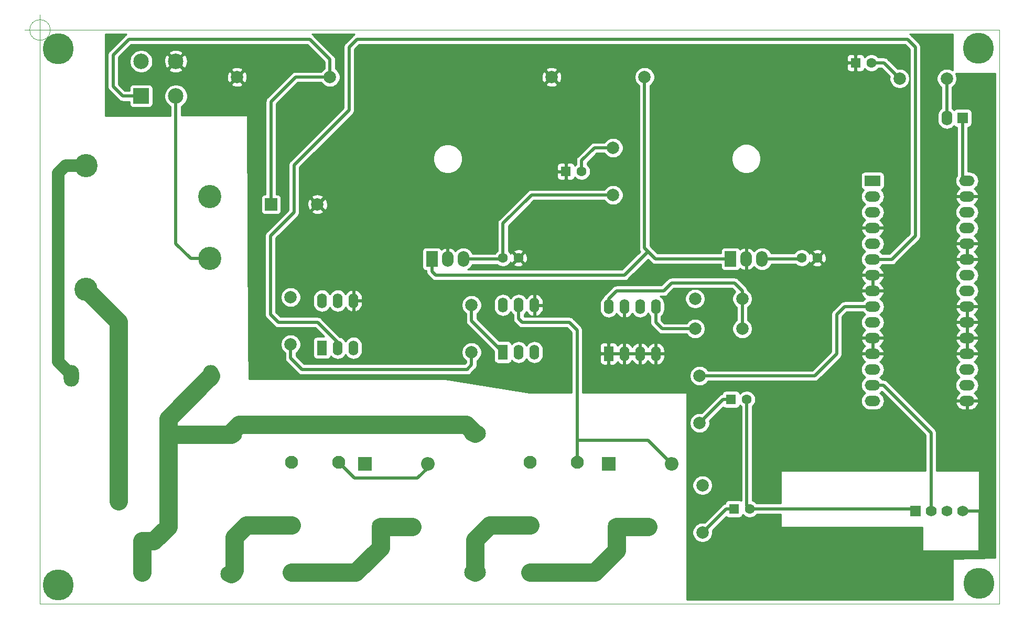
<source format=gbr>
%TF.GenerationSoftware,KiCad,Pcbnew,(5.1.8)-1*%
%TF.CreationDate,2021-06-08T09:03:09+02:00*%
%TF.ProjectId,Telerupteur_Recepteur_RF433_V2,54656c65-7275-4707-9465-75725f526563,V2*%
%TF.SameCoordinates,Original*%
%TF.FileFunction,Copper,L2,Bot*%
%TF.FilePolarity,Positive*%
%FSLAX46Y46*%
G04 Gerber Fmt 4.6, Leading zero omitted, Abs format (unit mm)*
G04 Created by KiCad (PCBNEW (5.1.8)-1) date 2021-06-08 09:03:09*
%MOMM*%
%LPD*%
G01*
G04 APERTURE LIST*
%TA.AperFunction,Profile*%
%ADD10C,0.050000*%
%TD*%
%TA.AperFunction,Profile*%
%ADD11C,0.100000*%
%TD*%
%TA.AperFunction,ComponentPad*%
%ADD12O,1.900000X2.500000*%
%TD*%
%TA.AperFunction,ComponentPad*%
%ADD13R,1.900000X2.500000*%
%TD*%
%TA.AperFunction,ComponentPad*%
%ADD14R,1.760000X1.760000*%
%TD*%
%TA.AperFunction,ComponentPad*%
%ADD15C,1.760000*%
%TD*%
%TA.AperFunction,ComponentPad*%
%ADD16O,3.500000X2.500000*%
%TD*%
%TA.AperFunction,ComponentPad*%
%ADD17C,2.500000*%
%TD*%
%TA.AperFunction,ComponentPad*%
%ADD18R,2.500000X2.500000*%
%TD*%
%TA.AperFunction,ComponentPad*%
%ADD19O,2.500000X1.700000*%
%TD*%
%TA.AperFunction,ComponentPad*%
%ADD20R,2.500000X1.700000*%
%TD*%
%TA.AperFunction,ComponentPad*%
%ADD21C,1.950000*%
%TD*%
%TA.AperFunction,ComponentPad*%
%ADD22R,1.950000X1.950000*%
%TD*%
%TA.AperFunction,ComponentPad*%
%ADD23O,2.500000X3.500000*%
%TD*%
%TA.AperFunction,ComponentPad*%
%ADD24C,2.100000*%
%TD*%
%TA.AperFunction,ComponentPad*%
%ADD25O,2.200000X2.200000*%
%TD*%
%TA.AperFunction,ComponentPad*%
%ADD26R,2.200000X2.200000*%
%TD*%
%TA.AperFunction,ComponentPad*%
%ADD27C,5.000000*%
%TD*%
%TA.AperFunction,ComponentPad*%
%ADD28C,2.000000*%
%TD*%
%TA.AperFunction,ComponentPad*%
%ADD29R,2.000000X2.000000*%
%TD*%
%TA.AperFunction,ComponentPad*%
%ADD30C,1.600000*%
%TD*%
%TA.AperFunction,ComponentPad*%
%ADD31R,1.600000X1.600000*%
%TD*%
%TA.AperFunction,ComponentPad*%
%ADD32O,1.760000X2.400000*%
%TD*%
%TA.AperFunction,ComponentPad*%
%ADD33C,3.750000*%
%TD*%
%TA.AperFunction,ComponentPad*%
%ADD34R,1.600000X2.400000*%
%TD*%
%TA.AperFunction,ComponentPad*%
%ADD35O,1.600000X2.400000*%
%TD*%
%TA.AperFunction,Conductor*%
%ADD36C,0.500000*%
%TD*%
%TA.AperFunction,Conductor*%
%ADD37C,2.000000*%
%TD*%
%TA.AperFunction,Conductor*%
%ADD38C,3.000000*%
%TD*%
%TA.AperFunction,Conductor*%
%ADD39C,0.254000*%
%TD*%
%TA.AperFunction,Conductor*%
%ADD40C,0.100000*%
%TD*%
G04 APERTURE END LIST*
D10*
X47566666Y-43200000D02*
G75*
G03*
X47566666Y-43200000I-1666666J0D01*
G01*
X43400000Y-43200000D02*
X48400000Y-43200000D01*
X45900000Y-40700000D02*
X45900000Y-45700000D01*
D11*
X200800000Y-43180000D02*
X200800000Y-135910000D01*
X45900000Y-43200000D02*
X200800000Y-43180000D01*
X45900000Y-135900000D02*
X45900000Y-43200000D01*
X200800000Y-135910000D02*
X45900000Y-135900000D01*
D12*
%TO.P,U1,3*%
%TO.N,+12V*%
X114260000Y-80190000D03*
%TO.P,U1,2*%
%TO.N,GND*%
X111720000Y-80190000D03*
D13*
%TO.P,U1,1*%
%TO.N,Net-(C1-Pad1)*%
X109180000Y-80190000D03*
%TD*%
D14*
%TO.P,U5,1*%
%TO.N,+5V*%
X187240000Y-120890000D03*
D15*
%TO.P,U5,2*%
%TO.N,Data*%
X189780000Y-120890000D03*
%TO.P,U5,3*%
%TO.N,Net-(U5-Pad3)*%
X192320000Y-120890000D03*
%TO.P,U5,4*%
%TO.N,GND*%
X194860000Y-120890000D03*
%TD*%
D16*
%TO.P,F3,2*%
%TO.N,Phase*%
X116120000Y-108330000D03*
%TO.P,F3,1*%
%TO.N,Net-(F3-Pad1)*%
X116120000Y-130830000D03*
%TD*%
D17*
%TO.P,D1,4*%
%TO.N,Net-(D1-Pad4)*%
X62230000Y-48260000D03*
%TO.P,D1,2*%
%TO.N,Net-(D1-Pad2)*%
X67830000Y-53860000D03*
D18*
%TO.P,D1,1*%
%TO.N,Net-(C1-Pad1)*%
X62230000Y-53860000D03*
D17*
%TO.P,D1,3*%
%TO.N,GND*%
X67830000Y-48260000D03*
%TD*%
D19*
%TO.P,U3,16*%
%TO.N,GND*%
X195580000Y-103110000D03*
%TO.P,U3,15*%
%TO.N,Net-(U3-Pad15)*%
X180340000Y-103110000D03*
%TO.P,U3,30*%
%TO.N,Net-(J3-Pad1)*%
X195580000Y-67550000D03*
%TO.P,U3,14*%
%TO.N,Data*%
X180340000Y-100570000D03*
%TO.P,U3,29*%
%TO.N,GND*%
X195580000Y-70090000D03*
%TO.P,U3,13*%
%TO.N,Net-(U3-Pad13)*%
X180340000Y-98030000D03*
%TO.P,U3,28*%
%TO.N,Net-(U3-Pad28)*%
X195580000Y-72630000D03*
%TO.P,U3,12*%
%TO.N,GND*%
X180340000Y-95490000D03*
%TO.P,U3,27*%
%TO.N,+5V*%
X195580000Y-75170000D03*
%TO.P,U3,11*%
%TO.N,GND*%
X180340000Y-92950000D03*
%TO.P,U3,26*%
X195580000Y-77710000D03*
%TO.P,U3,10*%
%TO.N,K2*%
X180340000Y-90410000D03*
%TO.P,U3,25*%
%TO.N,GND*%
X195580000Y-80250000D03*
%TO.P,U3,9*%
%TO.N,Net-(R4-Pad1)*%
X180340000Y-87870000D03*
%TO.P,U3,24*%
%TO.N,SCL*%
X195580000Y-82790000D03*
%TO.P,U3,8*%
%TO.N,GND*%
X180340000Y-85330000D03*
%TO.P,U3,23*%
%TO.N,SDA*%
X195580000Y-85330000D03*
%TO.P,U3,7*%
%TO.N,GND*%
X180340000Y-82790000D03*
%TO.P,U3,22*%
X195580000Y-87870000D03*
%TO.P,U3,6*%
%TO.N,K1*%
X180340000Y-80250000D03*
%TO.P,U3,21*%
%TO.N,GND*%
X195580000Y-90410000D03*
%TO.P,U3,5*%
%TO.N,Net-(R3-Pad1)*%
X180340000Y-77710000D03*
%TO.P,U3,20*%
%TO.N,GND*%
X195580000Y-92950000D03*
%TO.P,U3,4*%
X180340000Y-75170000D03*
%TO.P,U3,19*%
X195580000Y-95490000D03*
%TO.P,U3,3*%
%TO.N,Net-(U3-Pad3)*%
X180340000Y-72630000D03*
%TO.P,U3,18*%
%TO.N,Net-(U3-Pad18)*%
X195580000Y-98030000D03*
%TO.P,U3,2*%
%TO.N,Net-(U3-Pad2)*%
X180340000Y-70090000D03*
%TO.P,U3,17*%
%TO.N,Net-(U3-Pad17)*%
X195580000Y-100570000D03*
D20*
%TO.P,U3,1*%
%TO.N,Net-(U3-Pad1)*%
X180340000Y-67550000D03*
%TD*%
D21*
%TO.P,J5,2*%
%TO.N,Net-(J5-Pad1)*%
X138610000Y-123210000D03*
D22*
%TO.P,J5,1*%
X143690000Y-123210000D03*
%TD*%
D21*
%TO.P,J4,2*%
%TO.N,Net-(J4-Pad1)*%
X100510000Y-123210000D03*
D22*
%TO.P,J4,1*%
X105590000Y-123210000D03*
%TD*%
D21*
%TO.P,J2,2*%
%TO.N,Phase*%
X62410000Y-125750000D03*
D22*
%TO.P,J2,1*%
X62410000Y-130830000D03*
%TD*%
D21*
%TO.P,J1,3*%
%TO.N,Net-(J1-Pad1)*%
X58600000Y-109120000D03*
%TO.P,J1,2*%
X58600000Y-114200000D03*
D22*
%TO.P,J1,1*%
X58600000Y-119280000D03*
%TD*%
D16*
%TO.P,F2,2*%
%TO.N,Phase*%
X76750000Y-108550000D03*
%TO.P,F2,1*%
%TO.N,Net-(F2-Pad1)*%
X76750000Y-131050000D03*
%TD*%
D23*
%TO.P,F1,2*%
%TO.N,Phase*%
X73480000Y-99080000D03*
%TO.P,F1,1*%
%TO.N,Net-(F1-Pad1)*%
X50980000Y-99080000D03*
%TD*%
D24*
%TO.P,K2,C2*%
%TO.N,Net-(D7-Pad2)*%
X132630000Y-113050000D03*
%TO.P,K2,NO*%
%TO.N,Net-(J5-Pad1)*%
X125010000Y-130830000D03*
%TO.P,K2,COM*%
%TO.N,Net-(F3-Pad1)*%
X125010000Y-123210000D03*
%TO.P,K2,C1*%
%TO.N,+12V*%
X125010000Y-113050000D03*
%TD*%
%TO.P,K1,C2*%
%TO.N,Net-(D6-Pad2)*%
X94160000Y-113050000D03*
%TO.P,K1,NO*%
%TO.N,Net-(J4-Pad1)*%
X86540000Y-130830000D03*
%TO.P,K1,COM*%
%TO.N,Net-(F2-Pad1)*%
X86540000Y-123210000D03*
%TO.P,K1,C1*%
%TO.N,+12V*%
X86540000Y-113050000D03*
%TD*%
D25*
%TO.P,D7,2*%
%TO.N,Net-(D7-Pad2)*%
X147870000Y-113270000D03*
D26*
%TO.P,D7,1*%
%TO.N,+12V*%
X137710000Y-113270000D03*
%TD*%
D25*
%TO.P,D6,2*%
%TO.N,Net-(D6-Pad2)*%
X108500000Y-113270000D03*
D26*
%TO.P,D6,1*%
%TO.N,+12V*%
X98340000Y-113270000D03*
%TD*%
D27*
%TO.P,REF\u002A\u002A,1*%
%TO.N,N/C*%
X197500000Y-132600000D03*
%TD*%
%TO.P,REF\u002A\u002A,1*%
%TO.N,N/C*%
X197400000Y-46100000D03*
%TD*%
%TO.P,REF\u002A\u002A,1*%
%TO.N,N/C*%
X48800000Y-46200000D03*
%TD*%
%TO.P,REF\u002A\u002A,1*%
%TO.N,N/C*%
X48800000Y-132800000D03*
%TD*%
D28*
%TO.P,R3,1*%
%TO.N,Net-(R3-Pad1)*%
X152870000Y-116740000D03*
%TO.P,R3,2*%
%TO.N,Net-(D4-Pad1)*%
X152870000Y-124360000D03*
%TD*%
D29*
%TO.P,C1,1*%
%TO.N,Net-(C1-Pad1)*%
X83200000Y-71360000D03*
D28*
%TO.P,C1,2*%
%TO.N,GND*%
X90700000Y-71360000D03*
%TD*%
%TO.P,C2,2*%
%TO.N,GND*%
X77710000Y-50800000D03*
%TO.P,C2,1*%
%TO.N,Net-(C1-Pad1)*%
X92710000Y-50800000D03*
%TD*%
D30*
%TO.P,C3,2*%
%TO.N,GND*%
X123150000Y-80010000D03*
%TO.P,C3,1*%
%TO.N,+12V*%
X120650000Y-80010000D03*
%TD*%
D28*
%TO.P,C4,1*%
%TO.N,Net-(C1-Pad1)*%
X143510000Y-50800000D03*
%TO.P,C4,2*%
%TO.N,GND*%
X128510000Y-50800000D03*
%TD*%
D30*
%TO.P,C5,1*%
%TO.N,+9V*%
X168910000Y-80010000D03*
%TO.P,C5,2*%
%TO.N,GND*%
X171410000Y-80010000D03*
%TD*%
D31*
%TO.P,D2,1*%
%TO.N,GND*%
X130810000Y-66040000D03*
D30*
%TO.P,D2,2*%
%TO.N,Net-(D2-Pad2)*%
X133350000Y-66040000D03*
%TD*%
%TO.P,D3,2*%
%TO.N,Net-(D3-Pad2)*%
X180140000Y-48500000D03*
D31*
%TO.P,D3,1*%
%TO.N,GND*%
X177600000Y-48500000D03*
%TD*%
%TO.P,D4,1*%
%TO.N,Net-(D4-Pad1)*%
X157950000Y-120550000D03*
D30*
%TO.P,D4,2*%
%TO.N,+5V*%
X160490000Y-120550000D03*
%TD*%
%TO.P,D5,2*%
%TO.N,+5V*%
X160020000Y-102870000D03*
D31*
%TO.P,D5,1*%
%TO.N,Net-(D5-Pad1)*%
X157480000Y-102870000D03*
%TD*%
D14*
%TO.P,J3,1*%
%TO.N,Net-(J3-Pad1)*%
X194860000Y-57390000D03*
D32*
%TO.P,J3,2*%
%TO.N,+9V*%
X192320000Y-57390000D03*
%TD*%
D28*
%TO.P,R1,1*%
%TO.N,+12V*%
X138430000Y-69850000D03*
%TO.P,R1,2*%
%TO.N,Net-(D2-Pad2)*%
X138430000Y-62230000D03*
%TD*%
%TO.P,R2,1*%
%TO.N,+9V*%
X192320000Y-51040000D03*
%TO.P,R2,2*%
%TO.N,Net-(D3-Pad2)*%
X184700000Y-51040000D03*
%TD*%
%TO.P,R4,1*%
%TO.N,Net-(R4-Pad1)*%
X152400000Y-99060000D03*
%TO.P,R4,2*%
%TO.N,Net-(D5-Pad1)*%
X152400000Y-106680000D03*
%TD*%
%TO.P,R5,2*%
%TO.N,+5V*%
X159300000Y-86600000D03*
%TO.P,R5,1*%
%TO.N,SCL*%
X151680000Y-86600000D03*
%TD*%
%TO.P,R6,2*%
%TO.N,+5V*%
X159300000Y-91440000D03*
%TO.P,R6,1*%
%TO.N,SDA*%
X151680000Y-91440000D03*
%TD*%
%TO.P,R7,2*%
%TO.N,+5V*%
X86360000Y-93980000D03*
%TO.P,R7,1*%
%TO.N,Net-(R7-Pad1)*%
X86360000Y-86360000D03*
%TD*%
%TO.P,R8,1*%
%TO.N,Net-(R8-Pad1)*%
X115570000Y-87630000D03*
%TO.P,R8,2*%
%TO.N,+5V*%
X115570000Y-95250000D03*
%TD*%
D33*
%TO.P,TR1,1*%
%TO.N,Net-(J1-Pad1)*%
X53340000Y-85090000D03*
%TO.P,TR1,5*%
%TO.N,Net-(F1-Pad1)*%
X53340000Y-65090000D03*
%TO.P,TR1,7*%
%TO.N,Net-(D1-Pad4)*%
X73340000Y-70090000D03*
%TO.P,TR1,9*%
%TO.N,Net-(D1-Pad2)*%
X73340000Y-80090000D03*
%TD*%
D13*
%TO.P,U2,1*%
%TO.N,Net-(C1-Pad1)*%
X157400000Y-80170000D03*
D12*
%TO.P,U2,2*%
%TO.N,GND*%
X159940000Y-80170000D03*
%TO.P,U2,3*%
%TO.N,+9V*%
X162480000Y-80170000D03*
%TD*%
D34*
%TO.P,U4,1*%
%TO.N,GND*%
X137710000Y-95490000D03*
D35*
%TO.P,U4,5*%
%TO.N,SDA*%
X145330000Y-87870000D03*
%TO.P,U4,2*%
%TO.N,GND*%
X140250000Y-95490000D03*
%TO.P,U4,6*%
%TO.N,SCL*%
X142790000Y-87870000D03*
%TO.P,U4,3*%
%TO.N,GND*%
X142790000Y-95490000D03*
%TO.P,U4,7*%
X140250000Y-87870000D03*
%TO.P,U4,4*%
X145330000Y-95490000D03*
%TO.P,U4,8*%
%TO.N,+5V*%
X137710000Y-87870000D03*
%TD*%
%TO.P,U6,6*%
%TO.N,Net-(U6-Pad6)*%
X91440000Y-86930000D03*
%TO.P,U6,3*%
%TO.N,Net-(U6-Pad3)*%
X96520000Y-94550000D03*
%TO.P,U6,5*%
%TO.N,Net-(D6-Pad2)*%
X93980000Y-86930000D03*
%TO.P,U6,2*%
%TO.N,K1*%
X93980000Y-94550000D03*
%TO.P,U6,4*%
%TO.N,GND*%
X96520000Y-86930000D03*
D34*
%TO.P,U6,1*%
%TO.N,Net-(R7-Pad1)*%
X91440000Y-94550000D03*
%TD*%
%TO.P,U7,1*%
%TO.N,Net-(R8-Pad1)*%
X120650000Y-95250000D03*
D35*
%TO.P,U7,4*%
%TO.N,GND*%
X125730000Y-87630000D03*
%TO.P,U7,2*%
%TO.N,K2*%
X123190000Y-95250000D03*
%TO.P,U7,5*%
%TO.N,Net-(D7-Pad2)*%
X123190000Y-87630000D03*
%TO.P,U7,3*%
%TO.N,Net-(U7-Pad3)*%
X125730000Y-95250000D03*
%TO.P,U7,6*%
%TO.N,Net-(U7-Pad6)*%
X120650000Y-87630000D03*
%TD*%
D36*
%TO.N,Net-(C1-Pad1)*%
X143510000Y-50800000D02*
X143510000Y-78430000D01*
X145250000Y-80170000D02*
X157400000Y-80170000D01*
X83200000Y-71360000D02*
X83200000Y-54750000D01*
X87150000Y-50800000D02*
X92710000Y-50800000D01*
X83200000Y-54750000D02*
X87150000Y-50800000D01*
X92710000Y-50800000D02*
X92710000Y-47950000D01*
X92710000Y-47950000D02*
X89450000Y-44690000D01*
X89450000Y-44690000D02*
X60240000Y-44690000D01*
X60240000Y-44690000D02*
X57700000Y-47230000D01*
X57700000Y-47230000D02*
X57700000Y-52310000D01*
X59250000Y-53860000D02*
X62230000Y-53860000D01*
X57700000Y-52310000D02*
X59250000Y-53860000D01*
X109180000Y-80190000D02*
X109180000Y-82200000D01*
X109180000Y-82200000D02*
X109770000Y-82790000D01*
X140250000Y-82790000D02*
X144060000Y-78980000D01*
X109770000Y-82790000D02*
X140250000Y-82790000D01*
X144060000Y-78980000D02*
X145250000Y-80170000D01*
X143510000Y-78430000D02*
X144060000Y-78980000D01*
%TO.N,GND*%
X194860000Y-120890000D02*
X199940000Y-120890000D01*
%TO.N,+12V*%
X120470000Y-80190000D02*
X120650000Y-80010000D01*
X114260000Y-80190000D02*
X120470000Y-80190000D01*
X120650000Y-80010000D02*
X120650000Y-74450000D01*
X125250000Y-69850000D02*
X138430000Y-69850000D01*
X120650000Y-74450000D02*
X125250000Y-69850000D01*
%TO.N,+9V*%
X192320000Y-51040000D02*
X192320000Y-57390000D01*
X162480000Y-80170000D02*
X168750000Y-80170000D01*
%TO.N,Net-(D1-Pad2)*%
X73340000Y-80090000D02*
X70240000Y-80090000D01*
X67830000Y-77680000D02*
X67830000Y-53860000D01*
X70240000Y-80090000D02*
X67830000Y-77680000D01*
%TO.N,Net-(D2-Pad2)*%
X133350000Y-66040000D02*
X133350000Y-64290000D01*
X133350000Y-64290000D02*
X135410000Y-62230000D01*
X135410000Y-62230000D02*
X138430000Y-62230000D01*
%TO.N,Net-(D3-Pad2)*%
X182160000Y-48500000D02*
X184700000Y-51040000D01*
X180140000Y-48500000D02*
X182160000Y-48500000D01*
%TO.N,Net-(D4-Pad1)*%
X156680000Y-120550000D02*
X157950000Y-120550000D01*
X152870000Y-124360000D02*
X156680000Y-120550000D01*
%TO.N,+5V*%
X186900000Y-120550000D02*
X187240000Y-120890000D01*
X160490000Y-120550000D02*
X186900000Y-120550000D01*
X159300000Y-91440000D02*
X159300000Y-86600000D01*
X86360000Y-93980000D02*
X86360000Y-96210000D01*
X86360000Y-96210000D02*
X88180000Y-98030000D01*
X88180000Y-98030000D02*
X114850000Y-98030000D01*
X115570000Y-97310000D02*
X115570000Y-95250000D01*
X114850000Y-98030000D02*
X115570000Y-97310000D01*
X160020000Y-102870000D02*
X160020000Y-120080000D01*
X137710000Y-87870000D02*
X137710000Y-86600000D01*
X158030000Y-84060000D02*
X159300000Y-85330000D01*
X159300000Y-85330000D02*
X159300000Y-86600000D01*
X147870000Y-84060000D02*
X158030000Y-84060000D01*
X146600000Y-85330000D02*
X147870000Y-84060000D01*
X138980000Y-85330000D02*
X146600000Y-85330000D01*
X137710000Y-86600000D02*
X138980000Y-85330000D01*
%TO.N,Net-(D5-Pad1)*%
X156210000Y-102870000D02*
X157480000Y-102870000D01*
X152400000Y-106680000D02*
X156210000Y-102870000D01*
%TO.N,Net-(D6-Pad2)*%
X106860000Y-115590000D02*
X108500000Y-113950000D01*
X96700000Y-115590000D02*
X106860000Y-115590000D01*
X108500000Y-113950000D02*
X108500000Y-113270000D01*
X94160000Y-113050000D02*
X96700000Y-115590000D01*
%TO.N,Net-(D7-Pad2)*%
X123190000Y-87630000D02*
X123190000Y-89860000D01*
X123190000Y-89860000D02*
X123740000Y-90410000D01*
X123740000Y-90410000D02*
X131360000Y-90410000D01*
X131360000Y-90410000D02*
X132630000Y-91680000D01*
X132630000Y-110370000D02*
X132630000Y-113050000D01*
X132630000Y-91680000D02*
X132630000Y-110370000D01*
X147870000Y-113270000D02*
X144060000Y-109460000D01*
X144060000Y-109460000D02*
X132630000Y-109460000D01*
D37*
%TO.N,Net-(F1-Pad1)*%
X50980000Y-99080000D02*
X50980000Y-98930000D01*
X50980000Y-98930000D02*
X48810000Y-96760000D01*
X48810000Y-96760000D02*
X48810000Y-66280000D01*
X50000000Y-65090000D02*
X53340000Y-65090000D01*
X48810000Y-66280000D02*
X50000000Y-65090000D01*
D38*
%TO.N,Phase*%
X66590000Y-105970000D02*
X73480000Y-99080000D01*
X66950000Y-108550000D02*
X66590000Y-108190000D01*
X76750000Y-108550000D02*
X66950000Y-108550000D01*
X66590000Y-108190000D02*
X66590000Y-105970000D01*
X66590000Y-123430000D02*
X66590000Y-108190000D01*
X76750000Y-108550000D02*
X76750000Y-108190000D01*
X114710000Y-106920000D02*
X116120000Y-108330000D01*
X76750000Y-108190000D02*
X78020000Y-106920000D01*
X78020000Y-106920000D02*
X114710000Y-106920000D01*
X62410000Y-130830000D02*
X62410000Y-125750000D01*
X64270000Y-125750000D02*
X66590000Y-123430000D01*
X62410000Y-125750000D02*
X64270000Y-125750000D01*
%TO.N,Net-(F2-Pad1)*%
X86540000Y-123210000D02*
X79190000Y-123210000D01*
X79190000Y-123210000D02*
X77300000Y-125100000D01*
X77300000Y-130500000D02*
X76750000Y-131050000D01*
X77300000Y-125100000D02*
X77300000Y-130500000D01*
%TO.N,Net-(F3-Pad1)*%
X125010000Y-123210000D02*
X119990000Y-123210000D01*
X116120000Y-130830000D02*
X116120000Y-125580000D01*
X118490000Y-123210000D02*
X119990000Y-123210000D01*
X116120000Y-125580000D02*
X118490000Y-123210000D01*
%TO.N,Net-(J1-Pad1)*%
X58600000Y-119280000D02*
X58600000Y-114200000D01*
X58600000Y-114200000D02*
X58600000Y-109120000D01*
X58600000Y-90350000D02*
X53340000Y-85090000D01*
X58600000Y-109120000D02*
X58600000Y-90350000D01*
D36*
%TO.N,Net-(J3-Pad1)*%
X194860000Y-66830000D02*
X195580000Y-67550000D01*
X194860000Y-57390000D02*
X194860000Y-66830000D01*
D38*
%TO.N,Net-(J4-Pad1)*%
X105960000Y-123430000D02*
X100880000Y-123430000D01*
X100880000Y-123430000D02*
X100880000Y-126820000D01*
X96870000Y-130830000D02*
X86540000Y-130830000D01*
X100880000Y-126820000D02*
X96870000Y-130830000D01*
%TO.N,Net-(J5-Pad1)*%
X144060000Y-123430000D02*
X138980000Y-123430000D01*
X138980000Y-127280000D02*
X138980000Y-123430000D01*
X135430000Y-130830000D02*
X138980000Y-127280000D01*
X125010000Y-130830000D02*
X135430000Y-130830000D01*
D36*
%TO.N,Net-(R4-Pad1)*%
X152400000Y-99060000D02*
X170970000Y-99060000D01*
X170970000Y-99060000D02*
X174540000Y-95490000D01*
X174540000Y-95490000D02*
X174540000Y-89140000D01*
X175810000Y-87870000D02*
X180340000Y-87870000D01*
X174540000Y-89140000D02*
X175810000Y-87870000D01*
%TO.N,SDA*%
X145330000Y-87870000D02*
X145330000Y-90410000D01*
X146360000Y-91440000D02*
X151680000Y-91440000D01*
X145330000Y-90410000D02*
X146360000Y-91440000D01*
%TO.N,Net-(R8-Pad1)*%
X115570000Y-90170000D02*
X120650000Y-95250000D01*
X115570000Y-87630000D02*
X115570000Y-90170000D01*
%TO.N,K1*%
X185970000Y-44690000D02*
X187240000Y-45960000D01*
X83100000Y-76440000D02*
X86910000Y-72630000D01*
X93980000Y-93670000D02*
X90720000Y-90410000D01*
X93980000Y-94550000D02*
X93980000Y-93670000D01*
X84370000Y-90410000D02*
X83100000Y-89140000D01*
X90720000Y-90410000D02*
X84370000Y-90410000D01*
X95800000Y-45960000D02*
X97070000Y-44690000D01*
X86910000Y-65010000D02*
X95800000Y-56120000D01*
X83100000Y-89140000D02*
X83100000Y-76440000D01*
X86910000Y-72630000D02*
X86910000Y-65010000D01*
X95800000Y-56120000D02*
X95800000Y-45960000D01*
X183430000Y-80250000D02*
X180340000Y-80250000D01*
X97070000Y-44690000D02*
X185970000Y-44690000D01*
X187240000Y-76440000D02*
X183430000Y-80250000D01*
X187240000Y-45960000D02*
X187240000Y-76440000D01*
%TO.N,Data*%
X182090000Y-100570000D02*
X189780000Y-108260000D01*
X189780000Y-108260000D02*
X189780000Y-120890000D01*
X180340000Y-100570000D02*
X182090000Y-100570000D01*
%TD*%
D39*
%TO.N,GND*%
X193273000Y-49710377D02*
X193094463Y-49591082D01*
X192796912Y-49467832D01*
X192481033Y-49405000D01*
X192158967Y-49405000D01*
X191843088Y-49467832D01*
X191545537Y-49591082D01*
X191277748Y-49770013D01*
X191050013Y-49997748D01*
X190871082Y-50265537D01*
X190747832Y-50563088D01*
X190685000Y-50878967D01*
X190685000Y-51201033D01*
X190747832Y-51516912D01*
X190871082Y-51814463D01*
X191050013Y-52082252D01*
X191277748Y-52309987D01*
X191435000Y-52415060D01*
X191435001Y-55836432D01*
X191243550Y-55993550D01*
X191054229Y-56224239D01*
X190913550Y-56487430D01*
X190826921Y-56773008D01*
X190805000Y-56995577D01*
X190805000Y-57784422D01*
X190826921Y-58006991D01*
X190913550Y-58292569D01*
X191054229Y-58555760D01*
X191243550Y-58786450D01*
X191474239Y-58975771D01*
X191737430Y-59116450D01*
X192023008Y-59203079D01*
X192320000Y-59232330D01*
X192616991Y-59203079D01*
X192902569Y-59116450D01*
X193165760Y-58975771D01*
X193396450Y-58786450D01*
X193489413Y-58673174D01*
X193528815Y-58721185D01*
X193625506Y-58800537D01*
X193735820Y-58859502D01*
X193855518Y-58895812D01*
X193975000Y-58907580D01*
X193975001Y-66677477D01*
X193939294Y-66720986D01*
X193801401Y-66978966D01*
X193716487Y-67258889D01*
X193687815Y-67550000D01*
X193716487Y-67841111D01*
X193801401Y-68121034D01*
X193939294Y-68379014D01*
X194124866Y-68605134D01*
X194350986Y-68790706D01*
X194409337Y-68821895D01*
X194249381Y-68925824D01*
X194040143Y-69129748D01*
X193874709Y-69370574D01*
X193759437Y-69639047D01*
X193738524Y-69733110D01*
X193859845Y-69963000D01*
X195453000Y-69963000D01*
X195453000Y-69943000D01*
X195707000Y-69943000D01*
X195707000Y-69963000D01*
X197300155Y-69963000D01*
X197421476Y-69733110D01*
X197400563Y-69639047D01*
X197285291Y-69370574D01*
X197119857Y-69129748D01*
X196910619Y-68925824D01*
X196750663Y-68821895D01*
X196809014Y-68790706D01*
X197035134Y-68605134D01*
X197220706Y-68379014D01*
X197358599Y-68121034D01*
X197443513Y-67841111D01*
X197472185Y-67550000D01*
X197443513Y-67258889D01*
X197358599Y-66978966D01*
X197220706Y-66720986D01*
X197035134Y-66494866D01*
X196809014Y-66309294D01*
X196551034Y-66171401D01*
X196271111Y-66086487D01*
X196052950Y-66065000D01*
X195745000Y-66065000D01*
X195745000Y-58907580D01*
X195864482Y-58895812D01*
X195984180Y-58859502D01*
X196094494Y-58800537D01*
X196191185Y-58721185D01*
X196270537Y-58624494D01*
X196329502Y-58514180D01*
X196365812Y-58394482D01*
X196378072Y-58270000D01*
X196378072Y-56510000D01*
X196365812Y-56385518D01*
X196329502Y-56265820D01*
X196270537Y-56155506D01*
X196191185Y-56058815D01*
X196094494Y-55979463D01*
X195984180Y-55920498D01*
X195864482Y-55884188D01*
X195740000Y-55871928D01*
X193980000Y-55871928D01*
X193855518Y-55884188D01*
X193735820Y-55920498D01*
X193625506Y-55979463D01*
X193528815Y-56058815D01*
X193489413Y-56106826D01*
X193396450Y-55993550D01*
X193205000Y-55836432D01*
X193205000Y-52415059D01*
X193362252Y-52309987D01*
X193589987Y-52082252D01*
X193768918Y-51814463D01*
X193892168Y-51516912D01*
X193955000Y-51201033D01*
X193955000Y-50878967D01*
X193892168Y-50563088D01*
X193768918Y-50265537D01*
X193743168Y-50227000D01*
X200115000Y-50227000D01*
X200115001Y-128475667D01*
X193398160Y-128573013D01*
X193373421Y-128575812D01*
X193349704Y-128583384D01*
X193327920Y-128595437D01*
X193308906Y-128611508D01*
X193293392Y-128630980D01*
X193281975Y-128653105D01*
X193275094Y-128677031D01*
X193273000Y-128700000D01*
X193273000Y-135224515D01*
X150327000Y-135221742D01*
X150327000Y-116578967D01*
X151235000Y-116578967D01*
X151235000Y-116901033D01*
X151297832Y-117216912D01*
X151421082Y-117514463D01*
X151600013Y-117782252D01*
X151827748Y-118009987D01*
X152095537Y-118188918D01*
X152393088Y-118312168D01*
X152708967Y-118375000D01*
X153031033Y-118375000D01*
X153346912Y-118312168D01*
X153644463Y-118188918D01*
X153912252Y-118009987D01*
X154139987Y-117782252D01*
X154318918Y-117514463D01*
X154442168Y-117216912D01*
X154505000Y-116901033D01*
X154505000Y-116578967D01*
X154442168Y-116263088D01*
X154318918Y-115965537D01*
X154139987Y-115697748D01*
X153912252Y-115470013D01*
X153644463Y-115291082D01*
X153346912Y-115167832D01*
X153031033Y-115105000D01*
X152708967Y-115105000D01*
X152393088Y-115167832D01*
X152095537Y-115291082D01*
X151827748Y-115470013D01*
X151600013Y-115697748D01*
X151421082Y-115965537D01*
X151297832Y-116263088D01*
X151235000Y-116578967D01*
X150327000Y-116578967D01*
X150327000Y-106518967D01*
X150765000Y-106518967D01*
X150765000Y-106841033D01*
X150827832Y-107156912D01*
X150951082Y-107454463D01*
X151130013Y-107722252D01*
X151357748Y-107949987D01*
X151625537Y-108128918D01*
X151923088Y-108252168D01*
X152238967Y-108315000D01*
X152561033Y-108315000D01*
X152876912Y-108252168D01*
X153174463Y-108128918D01*
X153442252Y-107949987D01*
X153669987Y-107722252D01*
X153848918Y-107454463D01*
X153972168Y-107156912D01*
X154035000Y-106841033D01*
X154035000Y-106518967D01*
X153998103Y-106333475D01*
X156220512Y-104111067D01*
X156228815Y-104121185D01*
X156325506Y-104200537D01*
X156435820Y-104259502D01*
X156555518Y-104295812D01*
X156680000Y-104308072D01*
X158280000Y-104308072D01*
X158404482Y-104295812D01*
X158524180Y-104259502D01*
X158634494Y-104200537D01*
X158731185Y-104121185D01*
X158810537Y-104024494D01*
X158869502Y-103914180D01*
X158905812Y-103794482D01*
X158906643Y-103786039D01*
X159105241Y-103984637D01*
X159135000Y-104004521D01*
X159135001Y-119244499D01*
X159104494Y-119219463D01*
X158994180Y-119160498D01*
X158874482Y-119124188D01*
X158750000Y-119111928D01*
X157150000Y-119111928D01*
X157025518Y-119124188D01*
X156905820Y-119160498D01*
X156795506Y-119219463D01*
X156698815Y-119298815D01*
X156619463Y-119395506D01*
X156560498Y-119505820D01*
X156524188Y-119625518D01*
X156519161Y-119676559D01*
X156506510Y-119677805D01*
X156339686Y-119728411D01*
X156185941Y-119810589D01*
X156084953Y-119893468D01*
X156084951Y-119893470D01*
X156051183Y-119921183D01*
X156023470Y-119954951D01*
X153216525Y-122761897D01*
X153031033Y-122725000D01*
X152708967Y-122725000D01*
X152393088Y-122787832D01*
X152095537Y-122911082D01*
X151827748Y-123090013D01*
X151600013Y-123317748D01*
X151421082Y-123585537D01*
X151297832Y-123883088D01*
X151235000Y-124198967D01*
X151235000Y-124521033D01*
X151297832Y-124836912D01*
X151421082Y-125134463D01*
X151600013Y-125402252D01*
X151827748Y-125629987D01*
X152095537Y-125808918D01*
X152393088Y-125932168D01*
X152708967Y-125995000D01*
X153031033Y-125995000D01*
X153346912Y-125932168D01*
X153644463Y-125808918D01*
X153912252Y-125629987D01*
X154139987Y-125402252D01*
X154318918Y-125134463D01*
X154442168Y-124836912D01*
X154505000Y-124521033D01*
X154505000Y-124198967D01*
X154468103Y-124013475D01*
X156690512Y-121791067D01*
X156698815Y-121801185D01*
X156795506Y-121880537D01*
X156905820Y-121939502D01*
X157025518Y-121975812D01*
X157150000Y-121988072D01*
X158750000Y-121988072D01*
X158874482Y-121975812D01*
X158994180Y-121939502D01*
X159104494Y-121880537D01*
X159201185Y-121801185D01*
X159280537Y-121704494D01*
X159339502Y-121594180D01*
X159375812Y-121474482D01*
X159376643Y-121466039D01*
X159575241Y-121664637D01*
X159810273Y-121821680D01*
X160071426Y-121929853D01*
X160348665Y-121985000D01*
X160631335Y-121985000D01*
X160908574Y-121929853D01*
X161169727Y-121821680D01*
X161404759Y-121664637D01*
X161604637Y-121464759D01*
X161624521Y-121435000D01*
X165523000Y-121435000D01*
X165523000Y-123430000D01*
X165525440Y-123454776D01*
X165532667Y-123478601D01*
X165544403Y-123500557D01*
X165560197Y-123519803D01*
X165579443Y-123535597D01*
X165601399Y-123547333D01*
X165625224Y-123554560D01*
X165650000Y-123557000D01*
X188383000Y-123557000D01*
X188383000Y-127240000D01*
X188385440Y-127264776D01*
X188392667Y-127288601D01*
X188404403Y-127310557D01*
X188420197Y-127329803D01*
X188439443Y-127345597D01*
X188461399Y-127357333D01*
X188485224Y-127364560D01*
X188510000Y-127367000D01*
X197370313Y-127367000D01*
X197394507Y-127364674D01*
X197418365Y-127357559D01*
X197440376Y-127345925D01*
X197459695Y-127330221D01*
X197475579Y-127311050D01*
X197487417Y-127289149D01*
X197494756Y-127265359D01*
X197497312Y-127240594D01*
X197556686Y-114540594D01*
X197554247Y-114515224D01*
X197547020Y-114491399D01*
X197535284Y-114469443D01*
X197519490Y-114450197D01*
X197500244Y-114434403D01*
X197478288Y-114422667D01*
X197454463Y-114415440D01*
X197429687Y-114413000D01*
X190665000Y-114413000D01*
X190665000Y-108303465D01*
X190669281Y-108259999D01*
X190665000Y-108216533D01*
X190665000Y-108216523D01*
X190652195Y-108086510D01*
X190601589Y-107919687D01*
X190519411Y-107765941D01*
X190408817Y-107631183D01*
X190375051Y-107603472D01*
X186238469Y-103466890D01*
X193738524Y-103466890D01*
X193759437Y-103560953D01*
X193874709Y-103829426D01*
X194040143Y-104070252D01*
X194249381Y-104274176D01*
X194494382Y-104433361D01*
X194765731Y-104541690D01*
X195053000Y-104595000D01*
X195453000Y-104595000D01*
X195453000Y-103237000D01*
X195707000Y-103237000D01*
X195707000Y-104595000D01*
X196107000Y-104595000D01*
X196394269Y-104541690D01*
X196665618Y-104433361D01*
X196910619Y-104274176D01*
X197119857Y-104070252D01*
X197285291Y-103829426D01*
X197400563Y-103560953D01*
X197421476Y-103466890D01*
X197300155Y-103237000D01*
X195707000Y-103237000D01*
X195453000Y-103237000D01*
X193859845Y-103237000D01*
X193738524Y-103466890D01*
X186238469Y-103466890D01*
X182746534Y-99974956D01*
X182718817Y-99941183D01*
X182584059Y-99830589D01*
X182430313Y-99748411D01*
X182263490Y-99697805D01*
X182133477Y-99685000D01*
X182133469Y-99685000D01*
X182090000Y-99680719D01*
X182046531Y-99685000D01*
X181934759Y-99685000D01*
X181795134Y-99514866D01*
X181569014Y-99329294D01*
X181514209Y-99300000D01*
X181569014Y-99270706D01*
X181795134Y-99085134D01*
X181980706Y-98859014D01*
X182118599Y-98601034D01*
X182203513Y-98321111D01*
X182232185Y-98030000D01*
X193687815Y-98030000D01*
X193716487Y-98321111D01*
X193801401Y-98601034D01*
X193939294Y-98859014D01*
X194124866Y-99085134D01*
X194350986Y-99270706D01*
X194405791Y-99300000D01*
X194350986Y-99329294D01*
X194124866Y-99514866D01*
X193939294Y-99740986D01*
X193801401Y-99998966D01*
X193716487Y-100278889D01*
X193687815Y-100570000D01*
X193716487Y-100861111D01*
X193801401Y-101141034D01*
X193939294Y-101399014D01*
X194124866Y-101625134D01*
X194350986Y-101810706D01*
X194409337Y-101841895D01*
X194249381Y-101945824D01*
X194040143Y-102149748D01*
X193874709Y-102390574D01*
X193759437Y-102659047D01*
X193738524Y-102753110D01*
X193859845Y-102983000D01*
X195453000Y-102983000D01*
X195453000Y-102963000D01*
X195707000Y-102963000D01*
X195707000Y-102983000D01*
X197300155Y-102983000D01*
X197421476Y-102753110D01*
X197400563Y-102659047D01*
X197285291Y-102390574D01*
X197119857Y-102149748D01*
X196910619Y-101945824D01*
X196750663Y-101841895D01*
X196809014Y-101810706D01*
X197035134Y-101625134D01*
X197220706Y-101399014D01*
X197358599Y-101141034D01*
X197443513Y-100861111D01*
X197472185Y-100570000D01*
X197443513Y-100278889D01*
X197358599Y-99998966D01*
X197220706Y-99740986D01*
X197035134Y-99514866D01*
X196809014Y-99329294D01*
X196754209Y-99300000D01*
X196809014Y-99270706D01*
X197035134Y-99085134D01*
X197220706Y-98859014D01*
X197358599Y-98601034D01*
X197443513Y-98321111D01*
X197472185Y-98030000D01*
X197443513Y-97738889D01*
X197358599Y-97458966D01*
X197220706Y-97200986D01*
X197035134Y-96974866D01*
X196809014Y-96789294D01*
X196750663Y-96758105D01*
X196910619Y-96654176D01*
X197119857Y-96450252D01*
X197285291Y-96209426D01*
X197400563Y-95940953D01*
X197421476Y-95846890D01*
X197300155Y-95617000D01*
X195707000Y-95617000D01*
X195707000Y-95637000D01*
X195453000Y-95637000D01*
X195453000Y-95617000D01*
X193859845Y-95617000D01*
X193738524Y-95846890D01*
X193759437Y-95940953D01*
X193874709Y-96209426D01*
X194040143Y-96450252D01*
X194249381Y-96654176D01*
X194409337Y-96758105D01*
X194350986Y-96789294D01*
X194124866Y-96974866D01*
X193939294Y-97200986D01*
X193801401Y-97458966D01*
X193716487Y-97738889D01*
X193687815Y-98030000D01*
X182232185Y-98030000D01*
X182203513Y-97738889D01*
X182118599Y-97458966D01*
X181980706Y-97200986D01*
X181795134Y-96974866D01*
X181569014Y-96789294D01*
X181510663Y-96758105D01*
X181670619Y-96654176D01*
X181879857Y-96450252D01*
X182045291Y-96209426D01*
X182160563Y-95940953D01*
X182181476Y-95846890D01*
X182060155Y-95617000D01*
X180467000Y-95617000D01*
X180467000Y-95637000D01*
X180213000Y-95637000D01*
X180213000Y-95617000D01*
X178619845Y-95617000D01*
X178498524Y-95846890D01*
X178519437Y-95940953D01*
X178634709Y-96209426D01*
X178800143Y-96450252D01*
X179009381Y-96654176D01*
X179169337Y-96758105D01*
X179110986Y-96789294D01*
X178884866Y-96974866D01*
X178699294Y-97200986D01*
X178561401Y-97458966D01*
X178476487Y-97738889D01*
X178447815Y-98030000D01*
X178476487Y-98321111D01*
X178561401Y-98601034D01*
X178699294Y-98859014D01*
X178884866Y-99085134D01*
X179110986Y-99270706D01*
X179165791Y-99300000D01*
X179110986Y-99329294D01*
X178884866Y-99514866D01*
X178699294Y-99740986D01*
X178561401Y-99998966D01*
X178476487Y-100278889D01*
X178447815Y-100570000D01*
X178476487Y-100861111D01*
X178561401Y-101141034D01*
X178699294Y-101399014D01*
X178884866Y-101625134D01*
X179110986Y-101810706D01*
X179165791Y-101840000D01*
X179110986Y-101869294D01*
X178884866Y-102054866D01*
X178699294Y-102280986D01*
X178561401Y-102538966D01*
X178476487Y-102818889D01*
X178447815Y-103110000D01*
X178476487Y-103401111D01*
X178561401Y-103681034D01*
X178699294Y-103939014D01*
X178884866Y-104165134D01*
X179110986Y-104350706D01*
X179368966Y-104488599D01*
X179648889Y-104573513D01*
X179867050Y-104595000D01*
X180812950Y-104595000D01*
X181031111Y-104573513D01*
X181311034Y-104488599D01*
X181569014Y-104350706D01*
X181795134Y-104165134D01*
X181980706Y-103939014D01*
X182118599Y-103681034D01*
X182203513Y-103401111D01*
X182232185Y-103110000D01*
X182203513Y-102818889D01*
X182118599Y-102538966D01*
X181980706Y-102280986D01*
X181795134Y-102054866D01*
X181569014Y-101869294D01*
X181514209Y-101840000D01*
X181569014Y-101810706D01*
X181795134Y-101625134D01*
X181839498Y-101571076D01*
X188895000Y-108626579D01*
X188895000Y-114413000D01*
X165650000Y-114413000D01*
X165625224Y-114415440D01*
X165601399Y-114422667D01*
X165579443Y-114434403D01*
X165560197Y-114450197D01*
X165544403Y-114469443D01*
X165532667Y-114491399D01*
X165525440Y-114515224D01*
X165523000Y-114540000D01*
X165523000Y-119665000D01*
X161624521Y-119665000D01*
X161604637Y-119635241D01*
X161404759Y-119435363D01*
X161169727Y-119278320D01*
X160908574Y-119170147D01*
X160905000Y-119169436D01*
X160905000Y-104004521D01*
X160934759Y-103984637D01*
X161134637Y-103784759D01*
X161291680Y-103549727D01*
X161399853Y-103288574D01*
X161455000Y-103011335D01*
X161455000Y-102728665D01*
X161399853Y-102451426D01*
X161291680Y-102190273D01*
X161134637Y-101955241D01*
X160934759Y-101755363D01*
X160699727Y-101598320D01*
X160438574Y-101490147D01*
X160161335Y-101435000D01*
X159878665Y-101435000D01*
X159601426Y-101490147D01*
X159340273Y-101598320D01*
X159105241Y-101755363D01*
X158906643Y-101953961D01*
X158905812Y-101945518D01*
X158869502Y-101825820D01*
X158810537Y-101715506D01*
X158731185Y-101618815D01*
X158634494Y-101539463D01*
X158524180Y-101480498D01*
X158404482Y-101444188D01*
X158280000Y-101431928D01*
X156680000Y-101431928D01*
X156555518Y-101444188D01*
X156435820Y-101480498D01*
X156325506Y-101539463D01*
X156228815Y-101618815D01*
X156149463Y-101715506D01*
X156090498Y-101825820D01*
X156054188Y-101945518D01*
X156049161Y-101996559D01*
X156036510Y-101997805D01*
X155869686Y-102048411D01*
X155715941Y-102130589D01*
X155614953Y-102213468D01*
X155614951Y-102213470D01*
X155581183Y-102241183D01*
X155553470Y-102274951D01*
X152746525Y-105081897D01*
X152561033Y-105045000D01*
X152238967Y-105045000D01*
X151923088Y-105107832D01*
X151625537Y-105231082D01*
X151357748Y-105410013D01*
X151130013Y-105637748D01*
X150951082Y-105905537D01*
X150827832Y-106203088D01*
X150765000Y-106518967D01*
X150327000Y-106518967D01*
X150327000Y-101900000D01*
X150324560Y-101875224D01*
X150317333Y-101851399D01*
X150305597Y-101829443D01*
X150289803Y-101810197D01*
X150270557Y-101794403D01*
X150248601Y-101782667D01*
X150224776Y-101775440D01*
X150200000Y-101773000D01*
X133515000Y-101773000D01*
X133515000Y-98898967D01*
X150765000Y-98898967D01*
X150765000Y-99221033D01*
X150827832Y-99536912D01*
X150951082Y-99834463D01*
X151130013Y-100102252D01*
X151357748Y-100329987D01*
X151625537Y-100508918D01*
X151923088Y-100632168D01*
X152238967Y-100695000D01*
X152561033Y-100695000D01*
X152876912Y-100632168D01*
X153174463Y-100508918D01*
X153442252Y-100329987D01*
X153669987Y-100102252D01*
X153775059Y-99945000D01*
X170926531Y-99945000D01*
X170970000Y-99949281D01*
X171013469Y-99945000D01*
X171013477Y-99945000D01*
X171143490Y-99932195D01*
X171310313Y-99881589D01*
X171464059Y-99799411D01*
X171598817Y-99688817D01*
X171626534Y-99655044D01*
X175135050Y-96146529D01*
X175168817Y-96118817D01*
X175207578Y-96071588D01*
X175279410Y-95984060D01*
X175279411Y-95984059D01*
X175361589Y-95830313D01*
X175412195Y-95663490D01*
X175425000Y-95533477D01*
X175425000Y-95533467D01*
X175429281Y-95490001D01*
X175425000Y-95446535D01*
X175425000Y-93306890D01*
X178498524Y-93306890D01*
X178519437Y-93400953D01*
X178634709Y-93669426D01*
X178800143Y-93910252D01*
X179009381Y-94114176D01*
X179172254Y-94220000D01*
X179009381Y-94325824D01*
X178800143Y-94529748D01*
X178634709Y-94770574D01*
X178519437Y-95039047D01*
X178498524Y-95133110D01*
X178619845Y-95363000D01*
X180213000Y-95363000D01*
X180213000Y-93077000D01*
X180467000Y-93077000D01*
X180467000Y-95363000D01*
X182060155Y-95363000D01*
X182181476Y-95133110D01*
X182160563Y-95039047D01*
X182045291Y-94770574D01*
X181879857Y-94529748D01*
X181670619Y-94325824D01*
X181507746Y-94220000D01*
X181670619Y-94114176D01*
X181879857Y-93910252D01*
X182045291Y-93669426D01*
X182160563Y-93400953D01*
X182181476Y-93306890D01*
X193738524Y-93306890D01*
X193759437Y-93400953D01*
X193874709Y-93669426D01*
X194040143Y-93910252D01*
X194249381Y-94114176D01*
X194412254Y-94220000D01*
X194249381Y-94325824D01*
X194040143Y-94529748D01*
X193874709Y-94770574D01*
X193759437Y-95039047D01*
X193738524Y-95133110D01*
X193859845Y-95363000D01*
X195453000Y-95363000D01*
X195453000Y-93077000D01*
X195707000Y-93077000D01*
X195707000Y-95363000D01*
X197300155Y-95363000D01*
X197421476Y-95133110D01*
X197400563Y-95039047D01*
X197285291Y-94770574D01*
X197119857Y-94529748D01*
X196910619Y-94325824D01*
X196747746Y-94220000D01*
X196910619Y-94114176D01*
X197119857Y-93910252D01*
X197285291Y-93669426D01*
X197400563Y-93400953D01*
X197421476Y-93306890D01*
X197300155Y-93077000D01*
X195707000Y-93077000D01*
X195453000Y-93077000D01*
X193859845Y-93077000D01*
X193738524Y-93306890D01*
X182181476Y-93306890D01*
X182060155Y-93077000D01*
X180467000Y-93077000D01*
X180213000Y-93077000D01*
X178619845Y-93077000D01*
X178498524Y-93306890D01*
X175425000Y-93306890D01*
X175425000Y-89506578D01*
X176176579Y-88755000D01*
X178745241Y-88755000D01*
X178884866Y-88925134D01*
X179110986Y-89110706D01*
X179165791Y-89140000D01*
X179110986Y-89169294D01*
X178884866Y-89354866D01*
X178699294Y-89580986D01*
X178561401Y-89838966D01*
X178476487Y-90118889D01*
X178447815Y-90410000D01*
X178476487Y-90701111D01*
X178561401Y-90981034D01*
X178699294Y-91239014D01*
X178884866Y-91465134D01*
X179110986Y-91650706D01*
X179169337Y-91681895D01*
X179009381Y-91785824D01*
X178800143Y-91989748D01*
X178634709Y-92230574D01*
X178519437Y-92499047D01*
X178498524Y-92593110D01*
X178619845Y-92823000D01*
X180213000Y-92823000D01*
X180213000Y-92803000D01*
X180467000Y-92803000D01*
X180467000Y-92823000D01*
X182060155Y-92823000D01*
X182181476Y-92593110D01*
X182160563Y-92499047D01*
X182045291Y-92230574D01*
X181879857Y-91989748D01*
X181670619Y-91785824D01*
X181510663Y-91681895D01*
X181569014Y-91650706D01*
X181795134Y-91465134D01*
X181980706Y-91239014D01*
X182118599Y-90981034D01*
X182183559Y-90766890D01*
X193738524Y-90766890D01*
X193759437Y-90860953D01*
X193874709Y-91129426D01*
X194040143Y-91370252D01*
X194249381Y-91574176D01*
X194412254Y-91680000D01*
X194249381Y-91785824D01*
X194040143Y-91989748D01*
X193874709Y-92230574D01*
X193759437Y-92499047D01*
X193738524Y-92593110D01*
X193859845Y-92823000D01*
X195453000Y-92823000D01*
X195453000Y-90537000D01*
X195707000Y-90537000D01*
X195707000Y-92823000D01*
X197300155Y-92823000D01*
X197421476Y-92593110D01*
X197400563Y-92499047D01*
X197285291Y-92230574D01*
X197119857Y-91989748D01*
X196910619Y-91785824D01*
X196747746Y-91680000D01*
X196910619Y-91574176D01*
X197119857Y-91370252D01*
X197285291Y-91129426D01*
X197400563Y-90860953D01*
X197421476Y-90766890D01*
X197300155Y-90537000D01*
X195707000Y-90537000D01*
X195453000Y-90537000D01*
X193859845Y-90537000D01*
X193738524Y-90766890D01*
X182183559Y-90766890D01*
X182203513Y-90701111D01*
X182232185Y-90410000D01*
X182203513Y-90118889D01*
X182118599Y-89838966D01*
X181980706Y-89580986D01*
X181795134Y-89354866D01*
X181569014Y-89169294D01*
X181514209Y-89140000D01*
X181569014Y-89110706D01*
X181795134Y-88925134D01*
X181980706Y-88699014D01*
X182118599Y-88441034D01*
X182183559Y-88226890D01*
X193738524Y-88226890D01*
X193759437Y-88320953D01*
X193874709Y-88589426D01*
X194040143Y-88830252D01*
X194249381Y-89034176D01*
X194412254Y-89140000D01*
X194249381Y-89245824D01*
X194040143Y-89449748D01*
X193874709Y-89690574D01*
X193759437Y-89959047D01*
X193738524Y-90053110D01*
X193859845Y-90283000D01*
X195453000Y-90283000D01*
X195453000Y-87997000D01*
X195707000Y-87997000D01*
X195707000Y-90283000D01*
X197300155Y-90283000D01*
X197421476Y-90053110D01*
X197400563Y-89959047D01*
X197285291Y-89690574D01*
X197119857Y-89449748D01*
X196910619Y-89245824D01*
X196747746Y-89140000D01*
X196910619Y-89034176D01*
X197119857Y-88830252D01*
X197285291Y-88589426D01*
X197400563Y-88320953D01*
X197421476Y-88226890D01*
X197300155Y-87997000D01*
X195707000Y-87997000D01*
X195453000Y-87997000D01*
X193859845Y-87997000D01*
X193738524Y-88226890D01*
X182183559Y-88226890D01*
X182203513Y-88161111D01*
X182232185Y-87870000D01*
X182203513Y-87578889D01*
X182118599Y-87298966D01*
X181980706Y-87040986D01*
X181795134Y-86814866D01*
X181569014Y-86629294D01*
X181510663Y-86598105D01*
X181670619Y-86494176D01*
X181879857Y-86290252D01*
X182045291Y-86049426D01*
X182160563Y-85780953D01*
X182181476Y-85686890D01*
X182060155Y-85457000D01*
X180467000Y-85457000D01*
X180467000Y-85477000D01*
X180213000Y-85477000D01*
X180213000Y-85457000D01*
X178619845Y-85457000D01*
X178498524Y-85686890D01*
X178519437Y-85780953D01*
X178634709Y-86049426D01*
X178800143Y-86290252D01*
X179009381Y-86494176D01*
X179169337Y-86598105D01*
X179110986Y-86629294D01*
X178884866Y-86814866D01*
X178745241Y-86985000D01*
X175853465Y-86985000D01*
X175809999Y-86980719D01*
X175766533Y-86985000D01*
X175766523Y-86985000D01*
X175636510Y-86997805D01*
X175469687Y-87048411D01*
X175315941Y-87130589D01*
X175291589Y-87150574D01*
X175214953Y-87213468D01*
X175214951Y-87213470D01*
X175181183Y-87241183D01*
X175153470Y-87274951D01*
X173944951Y-88483471D01*
X173911184Y-88511183D01*
X173883471Y-88544951D01*
X173883468Y-88544954D01*
X173800590Y-88645941D01*
X173718412Y-88799687D01*
X173667805Y-88966510D01*
X173650719Y-89140000D01*
X173655001Y-89183476D01*
X173655000Y-95123421D01*
X170603422Y-98175000D01*
X153775059Y-98175000D01*
X153669987Y-98017748D01*
X153442252Y-97790013D01*
X153174463Y-97611082D01*
X152876912Y-97487832D01*
X152561033Y-97425000D01*
X152238967Y-97425000D01*
X151923088Y-97487832D01*
X151625537Y-97611082D01*
X151357748Y-97790013D01*
X151130013Y-98017748D01*
X150951082Y-98285537D01*
X150827832Y-98583088D01*
X150765000Y-98898967D01*
X133515000Y-98898967D01*
X133515000Y-96690000D01*
X136271928Y-96690000D01*
X136284188Y-96814482D01*
X136320498Y-96934180D01*
X136379463Y-97044494D01*
X136458815Y-97141185D01*
X136555506Y-97220537D01*
X136665820Y-97279502D01*
X136785518Y-97315812D01*
X136910000Y-97328072D01*
X137424250Y-97325000D01*
X137583000Y-97166250D01*
X137583000Y-95617000D01*
X137837000Y-95617000D01*
X137837000Y-97166250D01*
X137995750Y-97325000D01*
X138510000Y-97328072D01*
X138634482Y-97315812D01*
X138754180Y-97279502D01*
X138864494Y-97220537D01*
X138961185Y-97141185D01*
X139040537Y-97044494D01*
X139099502Y-96934180D01*
X139135812Y-96814482D01*
X139136981Y-96802613D01*
X139325105Y-96994500D01*
X139558354Y-97153715D01*
X139818182Y-97264367D01*
X139900961Y-97281904D01*
X140123000Y-97159915D01*
X140123000Y-95617000D01*
X140377000Y-95617000D01*
X140377000Y-97159915D01*
X140599039Y-97281904D01*
X140681818Y-97264367D01*
X140941646Y-97153715D01*
X141174895Y-96994500D01*
X141372601Y-96792839D01*
X141520000Y-96567441D01*
X141667399Y-96792839D01*
X141865105Y-96994500D01*
X142098354Y-97153715D01*
X142358182Y-97264367D01*
X142440961Y-97281904D01*
X142663000Y-97159915D01*
X142663000Y-95617000D01*
X142917000Y-95617000D01*
X142917000Y-97159915D01*
X143139039Y-97281904D01*
X143221818Y-97264367D01*
X143481646Y-97153715D01*
X143714895Y-96994500D01*
X143912601Y-96792839D01*
X144060000Y-96567441D01*
X144207399Y-96792839D01*
X144405105Y-96994500D01*
X144638354Y-97153715D01*
X144898182Y-97264367D01*
X144980961Y-97281904D01*
X145203000Y-97159915D01*
X145203000Y-95617000D01*
X145457000Y-95617000D01*
X145457000Y-97159915D01*
X145679039Y-97281904D01*
X145761818Y-97264367D01*
X146021646Y-97153715D01*
X146254895Y-96994500D01*
X146452601Y-96792839D01*
X146607166Y-96556483D01*
X146712650Y-96294514D01*
X146765000Y-96017000D01*
X146765000Y-95617000D01*
X145457000Y-95617000D01*
X145203000Y-95617000D01*
X142917000Y-95617000D01*
X142663000Y-95617000D01*
X140377000Y-95617000D01*
X140123000Y-95617000D01*
X137837000Y-95617000D01*
X137583000Y-95617000D01*
X136433750Y-95617000D01*
X136275000Y-95775750D01*
X136271928Y-96690000D01*
X133515000Y-96690000D01*
X133515000Y-94290000D01*
X136271928Y-94290000D01*
X136275000Y-95204250D01*
X136433750Y-95363000D01*
X137583000Y-95363000D01*
X137583000Y-93813750D01*
X137837000Y-93813750D01*
X137837000Y-95363000D01*
X140123000Y-95363000D01*
X140123000Y-93820085D01*
X140377000Y-93820085D01*
X140377000Y-95363000D01*
X142663000Y-95363000D01*
X142663000Y-93820085D01*
X142917000Y-93820085D01*
X142917000Y-95363000D01*
X145203000Y-95363000D01*
X145203000Y-93820085D01*
X145457000Y-93820085D01*
X145457000Y-95363000D01*
X146765000Y-95363000D01*
X146765000Y-94963000D01*
X146712650Y-94685486D01*
X146607166Y-94423517D01*
X146452601Y-94187161D01*
X146254895Y-93985500D01*
X146021646Y-93826285D01*
X145761818Y-93715633D01*
X145679039Y-93698096D01*
X145457000Y-93820085D01*
X145203000Y-93820085D01*
X144980961Y-93698096D01*
X144898182Y-93715633D01*
X144638354Y-93826285D01*
X144405105Y-93985500D01*
X144207399Y-94187161D01*
X144060000Y-94412559D01*
X143912601Y-94187161D01*
X143714895Y-93985500D01*
X143481646Y-93826285D01*
X143221818Y-93715633D01*
X143139039Y-93698096D01*
X142917000Y-93820085D01*
X142663000Y-93820085D01*
X142440961Y-93698096D01*
X142358182Y-93715633D01*
X142098354Y-93826285D01*
X141865105Y-93985500D01*
X141667399Y-94187161D01*
X141520000Y-94412559D01*
X141372601Y-94187161D01*
X141174895Y-93985500D01*
X140941646Y-93826285D01*
X140681818Y-93715633D01*
X140599039Y-93698096D01*
X140377000Y-93820085D01*
X140123000Y-93820085D01*
X139900961Y-93698096D01*
X139818182Y-93715633D01*
X139558354Y-93826285D01*
X139325105Y-93985500D01*
X139136981Y-94177387D01*
X139135812Y-94165518D01*
X139099502Y-94045820D01*
X139040537Y-93935506D01*
X138961185Y-93838815D01*
X138864494Y-93759463D01*
X138754180Y-93700498D01*
X138634482Y-93664188D01*
X138510000Y-93651928D01*
X137995750Y-93655000D01*
X137837000Y-93813750D01*
X137583000Y-93813750D01*
X137424250Y-93655000D01*
X136910000Y-93651928D01*
X136785518Y-93664188D01*
X136665820Y-93700498D01*
X136555506Y-93759463D01*
X136458815Y-93838815D01*
X136379463Y-93935506D01*
X136320498Y-94045820D01*
X136284188Y-94165518D01*
X136271928Y-94290000D01*
X133515000Y-94290000D01*
X133515000Y-91723465D01*
X133519281Y-91679999D01*
X133515000Y-91636533D01*
X133515000Y-91636523D01*
X133502195Y-91506510D01*
X133451589Y-91339687D01*
X133369411Y-91185941D01*
X133258817Y-91051183D01*
X133225050Y-91023471D01*
X132016532Y-89814954D01*
X131988817Y-89781183D01*
X131854059Y-89670589D01*
X131700313Y-89588411D01*
X131533490Y-89537805D01*
X131403477Y-89525000D01*
X131403469Y-89525000D01*
X131360000Y-89520719D01*
X131316531Y-89525000D01*
X124106578Y-89525000D01*
X124075000Y-89493422D01*
X124075000Y-89160078D01*
X124209608Y-89049608D01*
X124388932Y-88831101D01*
X124457265Y-88703259D01*
X124607399Y-88932839D01*
X124805105Y-89134500D01*
X125038354Y-89293715D01*
X125298182Y-89404367D01*
X125380961Y-89421904D01*
X125603000Y-89299915D01*
X125603000Y-87757000D01*
X125857000Y-87757000D01*
X125857000Y-89299915D01*
X126079039Y-89421904D01*
X126161818Y-89404367D01*
X126421646Y-89293715D01*
X126654895Y-89134500D01*
X126852601Y-88932839D01*
X127007166Y-88696483D01*
X127112650Y-88434514D01*
X127165000Y-88157000D01*
X127165000Y-87757000D01*
X125857000Y-87757000D01*
X125603000Y-87757000D01*
X125583000Y-87757000D01*
X125583000Y-87503000D01*
X125603000Y-87503000D01*
X125603000Y-85960085D01*
X125857000Y-85960085D01*
X125857000Y-87503000D01*
X127165000Y-87503000D01*
X127165000Y-87399509D01*
X136275000Y-87399509D01*
X136275000Y-88340492D01*
X136295764Y-88551309D01*
X136377818Y-88821808D01*
X136511068Y-89071101D01*
X136690393Y-89289608D01*
X136908900Y-89468932D01*
X137158193Y-89602182D01*
X137428692Y-89684236D01*
X137710000Y-89711943D01*
X137991309Y-89684236D01*
X138261808Y-89602182D01*
X138511101Y-89468932D01*
X138729608Y-89289608D01*
X138908932Y-89071101D01*
X138977265Y-88943259D01*
X139127399Y-89172839D01*
X139325105Y-89374500D01*
X139558354Y-89533715D01*
X139818182Y-89644367D01*
X139900961Y-89661904D01*
X140123000Y-89539915D01*
X140123000Y-87997000D01*
X140103000Y-87997000D01*
X140103000Y-87743000D01*
X140123000Y-87743000D01*
X140123000Y-87723000D01*
X140377000Y-87723000D01*
X140377000Y-87743000D01*
X140397000Y-87743000D01*
X140397000Y-87997000D01*
X140377000Y-87997000D01*
X140377000Y-89539915D01*
X140599039Y-89661904D01*
X140681818Y-89644367D01*
X140941646Y-89533715D01*
X141174895Y-89374500D01*
X141372601Y-89172839D01*
X141522735Y-88943259D01*
X141591068Y-89071101D01*
X141770393Y-89289608D01*
X141988900Y-89468932D01*
X142238193Y-89602182D01*
X142508692Y-89684236D01*
X142790000Y-89711943D01*
X143071309Y-89684236D01*
X143341808Y-89602182D01*
X143591101Y-89468932D01*
X143809608Y-89289608D01*
X143988932Y-89071101D01*
X144060000Y-88938142D01*
X144131068Y-89071101D01*
X144310393Y-89289608D01*
X144445001Y-89400078D01*
X144445001Y-90366521D01*
X144440719Y-90410000D01*
X144457805Y-90583490D01*
X144508412Y-90750313D01*
X144590590Y-90904059D01*
X144673468Y-91005046D01*
X144673471Y-91005049D01*
X144701184Y-91038817D01*
X144734951Y-91066529D01*
X145703470Y-92035049D01*
X145731183Y-92068817D01*
X145764951Y-92096530D01*
X145764953Y-92096532D01*
X145836452Y-92155210D01*
X145865941Y-92179411D01*
X146019687Y-92261589D01*
X146135903Y-92296843D01*
X146186509Y-92312195D01*
X146201306Y-92313652D01*
X146316523Y-92325000D01*
X146316531Y-92325000D01*
X146360000Y-92329281D01*
X146403469Y-92325000D01*
X150304941Y-92325000D01*
X150410013Y-92482252D01*
X150637748Y-92709987D01*
X150905537Y-92888918D01*
X151203088Y-93012168D01*
X151518967Y-93075000D01*
X151841033Y-93075000D01*
X152156912Y-93012168D01*
X152454463Y-92888918D01*
X152722252Y-92709987D01*
X152949987Y-92482252D01*
X153128918Y-92214463D01*
X153252168Y-91916912D01*
X153315000Y-91601033D01*
X153315000Y-91278967D01*
X153252168Y-90963088D01*
X153128918Y-90665537D01*
X152949987Y-90397748D01*
X152722252Y-90170013D01*
X152454463Y-89991082D01*
X152156912Y-89867832D01*
X151841033Y-89805000D01*
X151518967Y-89805000D01*
X151203088Y-89867832D01*
X150905537Y-89991082D01*
X150637748Y-90170013D01*
X150410013Y-90397748D01*
X150304941Y-90555000D01*
X146726579Y-90555000D01*
X146215000Y-90043422D01*
X146215000Y-89400078D01*
X146349608Y-89289608D01*
X146528932Y-89071101D01*
X146662182Y-88821808D01*
X146744236Y-88551309D01*
X146765000Y-88340491D01*
X146765000Y-87399508D01*
X146744236Y-87188691D01*
X146662182Y-86918192D01*
X146528932Y-86668899D01*
X146349607Y-86450392D01*
X146335686Y-86438967D01*
X150045000Y-86438967D01*
X150045000Y-86761033D01*
X150107832Y-87076912D01*
X150231082Y-87374463D01*
X150410013Y-87642252D01*
X150637748Y-87869987D01*
X150905537Y-88048918D01*
X151203088Y-88172168D01*
X151518967Y-88235000D01*
X151841033Y-88235000D01*
X152156912Y-88172168D01*
X152454463Y-88048918D01*
X152722252Y-87869987D01*
X152949987Y-87642252D01*
X153128918Y-87374463D01*
X153252168Y-87076912D01*
X153315000Y-86761033D01*
X153315000Y-86438967D01*
X153252168Y-86123088D01*
X153128918Y-85825537D01*
X152949987Y-85557748D01*
X152722252Y-85330013D01*
X152454463Y-85151082D01*
X152156912Y-85027832D01*
X151841033Y-84965000D01*
X151518967Y-84965000D01*
X151203088Y-85027832D01*
X150905537Y-85151082D01*
X150637748Y-85330013D01*
X150410013Y-85557748D01*
X150231082Y-85825537D01*
X150107832Y-86123088D01*
X150045000Y-86438967D01*
X146335686Y-86438967D01*
X146131100Y-86271068D01*
X146026204Y-86215000D01*
X146556531Y-86215000D01*
X146600000Y-86219281D01*
X146643469Y-86215000D01*
X146643477Y-86215000D01*
X146773490Y-86202195D01*
X146940313Y-86151589D01*
X147094059Y-86069411D01*
X147228817Y-85958817D01*
X147256534Y-85925044D01*
X148236579Y-84945000D01*
X157663422Y-84945000D01*
X158153091Y-85434670D01*
X158030013Y-85557748D01*
X157851082Y-85825537D01*
X157727832Y-86123088D01*
X157665000Y-86438967D01*
X157665000Y-86761033D01*
X157727832Y-87076912D01*
X157851082Y-87374463D01*
X158030013Y-87642252D01*
X158257748Y-87869987D01*
X158415001Y-87975060D01*
X158415000Y-90064940D01*
X158257748Y-90170013D01*
X158030013Y-90397748D01*
X157851082Y-90665537D01*
X157727832Y-90963088D01*
X157665000Y-91278967D01*
X157665000Y-91601033D01*
X157727832Y-91916912D01*
X157851082Y-92214463D01*
X158030013Y-92482252D01*
X158257748Y-92709987D01*
X158525537Y-92888918D01*
X158823088Y-93012168D01*
X159138967Y-93075000D01*
X159461033Y-93075000D01*
X159776912Y-93012168D01*
X160074463Y-92888918D01*
X160342252Y-92709987D01*
X160569987Y-92482252D01*
X160748918Y-92214463D01*
X160872168Y-91916912D01*
X160935000Y-91601033D01*
X160935000Y-91278967D01*
X160872168Y-90963088D01*
X160748918Y-90665537D01*
X160569987Y-90397748D01*
X160342252Y-90170013D01*
X160185000Y-90064941D01*
X160185000Y-87975059D01*
X160342252Y-87869987D01*
X160569987Y-87642252D01*
X160748918Y-87374463D01*
X160872168Y-87076912D01*
X160935000Y-86761033D01*
X160935000Y-86438967D01*
X160872168Y-86123088D01*
X160748918Y-85825537D01*
X160569987Y-85557748D01*
X160342252Y-85330013D01*
X160178507Y-85220602D01*
X160172195Y-85156510D01*
X160121589Y-84989687D01*
X160039411Y-84835941D01*
X159976239Y-84758966D01*
X159956532Y-84734953D01*
X159956530Y-84734951D01*
X159928817Y-84701183D01*
X159895050Y-84673471D01*
X158686534Y-83464956D01*
X158658817Y-83431183D01*
X158524059Y-83320589D01*
X158370313Y-83238411D01*
X158203490Y-83187805D01*
X158073477Y-83175000D01*
X158073469Y-83175000D01*
X158030000Y-83170719D01*
X157986531Y-83175000D01*
X147913465Y-83175000D01*
X147869999Y-83170719D01*
X147826533Y-83175000D01*
X147826523Y-83175000D01*
X147696510Y-83187805D01*
X147529687Y-83238411D01*
X147375941Y-83320589D01*
X147375939Y-83320590D01*
X147375940Y-83320590D01*
X147274953Y-83403468D01*
X147274951Y-83403470D01*
X147241183Y-83431183D01*
X147213470Y-83464951D01*
X146233422Y-84445000D01*
X139023465Y-84445000D01*
X138979999Y-84440719D01*
X138936533Y-84445000D01*
X138936523Y-84445000D01*
X138806510Y-84457805D01*
X138639687Y-84508411D01*
X138485941Y-84590589D01*
X138485939Y-84590590D01*
X138485940Y-84590590D01*
X138384953Y-84673468D01*
X138384951Y-84673470D01*
X138351183Y-84701183D01*
X138323470Y-84734951D01*
X137114951Y-85943471D01*
X137081184Y-85971183D01*
X137053471Y-86004951D01*
X137053468Y-86004954D01*
X136970590Y-86105941D01*
X136888412Y-86259687D01*
X136877024Y-86297227D01*
X136690392Y-86450393D01*
X136511068Y-86668900D01*
X136377818Y-86918193D01*
X136295764Y-87188692D01*
X136275000Y-87399509D01*
X127165000Y-87399509D01*
X127165000Y-87103000D01*
X127112650Y-86825486D01*
X127007166Y-86563517D01*
X126852601Y-86327161D01*
X126654895Y-86125500D01*
X126421646Y-85966285D01*
X126161818Y-85855633D01*
X126079039Y-85838096D01*
X125857000Y-85960085D01*
X125603000Y-85960085D01*
X125380961Y-85838096D01*
X125298182Y-85855633D01*
X125038354Y-85966285D01*
X124805105Y-86125500D01*
X124607399Y-86327161D01*
X124457265Y-86556741D01*
X124388932Y-86428899D01*
X124209607Y-86210392D01*
X123991100Y-86031068D01*
X123741807Y-85897818D01*
X123471308Y-85815764D01*
X123190000Y-85788057D01*
X122908691Y-85815764D01*
X122638192Y-85897818D01*
X122388899Y-86031068D01*
X122170392Y-86210393D01*
X121991068Y-86428900D01*
X121920000Y-86561858D01*
X121848932Y-86428899D01*
X121669607Y-86210392D01*
X121451100Y-86031068D01*
X121201807Y-85897818D01*
X120931308Y-85815764D01*
X120650000Y-85788057D01*
X120368691Y-85815764D01*
X120098192Y-85897818D01*
X119848899Y-86031068D01*
X119630392Y-86210393D01*
X119451068Y-86428900D01*
X119317818Y-86678193D01*
X119235764Y-86948692D01*
X119215000Y-87159509D01*
X119215000Y-88100492D01*
X119235764Y-88311309D01*
X119317818Y-88581808D01*
X119451068Y-88831101D01*
X119630393Y-89049608D01*
X119848900Y-89228932D01*
X120098193Y-89362182D01*
X120368692Y-89444236D01*
X120650000Y-89471943D01*
X120931309Y-89444236D01*
X121201808Y-89362182D01*
X121451101Y-89228932D01*
X121669608Y-89049608D01*
X121848932Y-88831101D01*
X121920000Y-88698142D01*
X121991068Y-88831101D01*
X122170393Y-89049608D01*
X122305001Y-89160078D01*
X122305001Y-89816521D01*
X122300719Y-89860000D01*
X122317805Y-90033490D01*
X122368412Y-90200313D01*
X122450590Y-90354059D01*
X122533468Y-90455046D01*
X122533471Y-90455049D01*
X122561184Y-90488817D01*
X122594952Y-90516530D01*
X123083466Y-91005044D01*
X123111183Y-91038817D01*
X123245941Y-91149411D01*
X123399687Y-91231589D01*
X123566510Y-91282195D01*
X123696523Y-91295000D01*
X123696533Y-91295000D01*
X123739999Y-91299281D01*
X123783465Y-91295000D01*
X130993422Y-91295000D01*
X131745000Y-92046579D01*
X131745001Y-101773000D01*
X124910204Y-101773000D01*
X111320280Y-99574630D01*
X111300000Y-99573000D01*
X79626406Y-99573000D01*
X79599392Y-93818967D01*
X84725000Y-93818967D01*
X84725000Y-94141033D01*
X84787832Y-94456912D01*
X84911082Y-94754463D01*
X85090013Y-95022252D01*
X85317748Y-95249987D01*
X85475001Y-95355060D01*
X85475001Y-96166521D01*
X85470719Y-96210000D01*
X85487805Y-96383490D01*
X85538412Y-96550313D01*
X85620590Y-96704059D01*
X85703468Y-96805046D01*
X85703471Y-96805049D01*
X85731184Y-96838817D01*
X85764951Y-96866529D01*
X87523470Y-98625049D01*
X87551183Y-98658817D01*
X87584951Y-98686530D01*
X87584953Y-98686532D01*
X87685941Y-98769411D01*
X87839686Y-98851589D01*
X87954804Y-98886510D01*
X88006510Y-98902195D01*
X88136523Y-98915000D01*
X88136531Y-98915000D01*
X88180000Y-98919281D01*
X88223469Y-98915000D01*
X114806531Y-98915000D01*
X114850000Y-98919281D01*
X114893469Y-98915000D01*
X114893477Y-98915000D01*
X115023490Y-98902195D01*
X115190313Y-98851589D01*
X115344059Y-98769411D01*
X115478817Y-98658817D01*
X115506534Y-98625044D01*
X116165050Y-97966529D01*
X116198817Y-97938817D01*
X116309411Y-97804059D01*
X116391589Y-97650313D01*
X116442195Y-97483490D01*
X116455000Y-97353477D01*
X116455000Y-97353469D01*
X116459281Y-97310000D01*
X116455000Y-97266531D01*
X116455000Y-96625059D01*
X116612252Y-96519987D01*
X116839987Y-96292252D01*
X117018918Y-96024463D01*
X117142168Y-95726912D01*
X117205000Y-95411033D01*
X117205000Y-95088967D01*
X117142168Y-94773088D01*
X117018918Y-94475537D01*
X116839987Y-94207748D01*
X116612252Y-93980013D01*
X116344463Y-93801082D01*
X116046912Y-93677832D01*
X115731033Y-93615000D01*
X115408967Y-93615000D01*
X115093088Y-93677832D01*
X114795537Y-93801082D01*
X114527748Y-93980013D01*
X114300013Y-94207748D01*
X114121082Y-94475537D01*
X113997832Y-94773088D01*
X113935000Y-95088967D01*
X113935000Y-95411033D01*
X113997832Y-95726912D01*
X114121082Y-96024463D01*
X114300013Y-96292252D01*
X114527748Y-96519987D01*
X114685000Y-96625060D01*
X114685000Y-96943421D01*
X114483422Y-97145000D01*
X88546579Y-97145000D01*
X87245000Y-95843422D01*
X87245000Y-95355059D01*
X87402252Y-95249987D01*
X87629987Y-95022252D01*
X87808918Y-94754463D01*
X87932168Y-94456912D01*
X87995000Y-94141033D01*
X87995000Y-93818967D01*
X87932168Y-93503088D01*
X87808918Y-93205537D01*
X87629987Y-92937748D01*
X87402252Y-92710013D01*
X87134463Y-92531082D01*
X86836912Y-92407832D01*
X86521033Y-92345000D01*
X86198967Y-92345000D01*
X85883088Y-92407832D01*
X85585537Y-92531082D01*
X85317748Y-92710013D01*
X85090013Y-92937748D01*
X84911082Y-93205537D01*
X84787832Y-93503088D01*
X84725000Y-93818967D01*
X79599392Y-93818967D01*
X79426999Y-57099404D01*
X79424442Y-57074639D01*
X79417103Y-57050849D01*
X79405264Y-57028948D01*
X79389380Y-57009777D01*
X79370061Y-56994073D01*
X79348049Y-56982440D01*
X79324191Y-56975325D01*
X79299448Y-56973001D01*
X68715000Y-57019020D01*
X68715000Y-55533731D01*
X68722882Y-55530466D01*
X69031618Y-55324175D01*
X69294175Y-55061618D01*
X69500466Y-54752882D01*
X69642561Y-54409834D01*
X69715000Y-54045656D01*
X69715000Y-53674344D01*
X69642561Y-53310166D01*
X69500466Y-52967118D01*
X69294175Y-52658382D01*
X69031618Y-52395825D01*
X68722882Y-52189534D01*
X68379834Y-52047439D01*
X68015656Y-51975000D01*
X67644344Y-51975000D01*
X67280166Y-52047439D01*
X66937118Y-52189534D01*
X66628382Y-52395825D01*
X66365825Y-52658382D01*
X66159534Y-52967118D01*
X66017439Y-53310166D01*
X65945000Y-53674344D01*
X65945000Y-54045656D01*
X66017439Y-54409834D01*
X66159534Y-54752882D01*
X66365825Y-55061618D01*
X66628382Y-55324175D01*
X66937118Y-55530466D01*
X66945001Y-55533731D01*
X66945001Y-57026716D01*
X56427000Y-57072446D01*
X56427000Y-43883641D01*
X59872027Y-43883196D01*
X59745941Y-43950589D01*
X59745939Y-43950590D01*
X59745940Y-43950590D01*
X59644953Y-44033468D01*
X59644951Y-44033470D01*
X59611183Y-44061183D01*
X59583470Y-44094951D01*
X57104956Y-46573466D01*
X57071183Y-46601183D01*
X56960589Y-46735942D01*
X56878411Y-46889688D01*
X56827805Y-47056511D01*
X56815000Y-47186524D01*
X56815000Y-47186531D01*
X56810719Y-47230000D01*
X56815000Y-47273469D01*
X56815001Y-52266521D01*
X56810719Y-52310000D01*
X56827805Y-52483490D01*
X56878412Y-52650313D01*
X56960590Y-52804059D01*
X57043468Y-52905046D01*
X57043471Y-52905049D01*
X57071184Y-52938817D01*
X57104951Y-52966529D01*
X58593470Y-54455049D01*
X58621183Y-54488817D01*
X58654951Y-54516530D01*
X58654953Y-54516532D01*
X58726452Y-54575210D01*
X58755941Y-54599411D01*
X58909687Y-54681589D01*
X59076510Y-54732195D01*
X59206523Y-54745000D01*
X59206533Y-54745000D01*
X59249999Y-54749281D01*
X59293466Y-54745000D01*
X60341928Y-54745000D01*
X60341928Y-55110000D01*
X60354188Y-55234482D01*
X60390498Y-55354180D01*
X60449463Y-55464494D01*
X60528815Y-55561185D01*
X60625506Y-55640537D01*
X60735820Y-55699502D01*
X60855518Y-55735812D01*
X60980000Y-55748072D01*
X63480000Y-55748072D01*
X63604482Y-55735812D01*
X63724180Y-55699502D01*
X63834494Y-55640537D01*
X63931185Y-55561185D01*
X64010537Y-55464494D01*
X64069502Y-55354180D01*
X64105812Y-55234482D01*
X64118072Y-55110000D01*
X64118072Y-52610000D01*
X64105812Y-52485518D01*
X64069502Y-52365820D01*
X64010537Y-52255506D01*
X63931185Y-52158815D01*
X63834494Y-52079463D01*
X63724180Y-52020498D01*
X63604482Y-51984188D01*
X63480000Y-51971928D01*
X60980000Y-51971928D01*
X60855518Y-51984188D01*
X60735820Y-52020498D01*
X60625506Y-52079463D01*
X60528815Y-52158815D01*
X60449463Y-52255506D01*
X60390498Y-52365820D01*
X60354188Y-52485518D01*
X60341928Y-52610000D01*
X60341928Y-52975000D01*
X59616579Y-52975000D01*
X58585000Y-51943422D01*
X58585000Y-51935413D01*
X76754192Y-51935413D01*
X76849956Y-52199814D01*
X77139571Y-52340704D01*
X77451108Y-52422384D01*
X77772595Y-52441718D01*
X78091675Y-52397961D01*
X78396088Y-52292795D01*
X78570044Y-52199814D01*
X78665808Y-51935413D01*
X77710000Y-50979605D01*
X76754192Y-51935413D01*
X58585000Y-51935413D01*
X58585000Y-50862595D01*
X76068282Y-50862595D01*
X76112039Y-51181675D01*
X76217205Y-51486088D01*
X76310186Y-51660044D01*
X76574587Y-51755808D01*
X77530395Y-50800000D01*
X77889605Y-50800000D01*
X78845413Y-51755808D01*
X79109814Y-51660044D01*
X79250704Y-51370429D01*
X79332384Y-51058892D01*
X79351718Y-50737405D01*
X79307961Y-50418325D01*
X79202795Y-50113912D01*
X79109814Y-49939956D01*
X78845413Y-49844192D01*
X77889605Y-50800000D01*
X77530395Y-50800000D01*
X76574587Y-49844192D01*
X76310186Y-49939956D01*
X76169296Y-50229571D01*
X76087616Y-50541108D01*
X76068282Y-50862595D01*
X58585000Y-50862595D01*
X58585000Y-48074344D01*
X60345000Y-48074344D01*
X60345000Y-48445656D01*
X60417439Y-48809834D01*
X60559534Y-49152882D01*
X60765825Y-49461618D01*
X61028382Y-49724175D01*
X61337118Y-49930466D01*
X61680166Y-50072561D01*
X62044344Y-50145000D01*
X62415656Y-50145000D01*
X62779834Y-50072561D01*
X63122882Y-49930466D01*
X63431618Y-49724175D01*
X63582188Y-49573605D01*
X66696000Y-49573605D01*
X66821914Y-49863577D01*
X67154126Y-50029433D01*
X67512312Y-50127290D01*
X67882706Y-50153389D01*
X68251075Y-50106725D01*
X68603262Y-49989094D01*
X68838086Y-49863577D01*
X68924493Y-49664587D01*
X76754192Y-49664587D01*
X77710000Y-50620395D01*
X78665808Y-49664587D01*
X78570044Y-49400186D01*
X78280429Y-49259296D01*
X77968892Y-49177616D01*
X77647405Y-49158282D01*
X77328325Y-49202039D01*
X77023912Y-49307205D01*
X76849956Y-49400186D01*
X76754192Y-49664587D01*
X68924493Y-49664587D01*
X68964000Y-49573605D01*
X67830000Y-48439605D01*
X66696000Y-49573605D01*
X63582188Y-49573605D01*
X63694175Y-49461618D01*
X63900466Y-49152882D01*
X64042561Y-48809834D01*
X64115000Y-48445656D01*
X64115000Y-48312706D01*
X65936611Y-48312706D01*
X65983275Y-48681075D01*
X66100906Y-49033262D01*
X66226423Y-49268086D01*
X66516395Y-49394000D01*
X67650395Y-48260000D01*
X68009605Y-48260000D01*
X69143605Y-49394000D01*
X69433577Y-49268086D01*
X69599433Y-48935874D01*
X69697290Y-48577688D01*
X69723389Y-48207294D01*
X69676725Y-47838925D01*
X69559094Y-47486738D01*
X69433577Y-47251914D01*
X69143605Y-47126000D01*
X68009605Y-48260000D01*
X67650395Y-48260000D01*
X66516395Y-47126000D01*
X66226423Y-47251914D01*
X66060567Y-47584126D01*
X65962710Y-47942312D01*
X65936611Y-48312706D01*
X64115000Y-48312706D01*
X64115000Y-48074344D01*
X64042561Y-47710166D01*
X63900466Y-47367118D01*
X63694175Y-47058382D01*
X63582188Y-46946395D01*
X66696000Y-46946395D01*
X67830000Y-48080395D01*
X68964000Y-46946395D01*
X68838086Y-46656423D01*
X68505874Y-46490567D01*
X68147688Y-46392710D01*
X67777294Y-46366611D01*
X67408925Y-46413275D01*
X67056738Y-46530906D01*
X66821914Y-46656423D01*
X66696000Y-46946395D01*
X63582188Y-46946395D01*
X63431618Y-46795825D01*
X63122882Y-46589534D01*
X62779834Y-46447439D01*
X62415656Y-46375000D01*
X62044344Y-46375000D01*
X61680166Y-46447439D01*
X61337118Y-46589534D01*
X61028382Y-46795825D01*
X60765825Y-47058382D01*
X60559534Y-47367118D01*
X60417439Y-47710166D01*
X60345000Y-48074344D01*
X58585000Y-48074344D01*
X58585000Y-47596578D01*
X60606579Y-45575000D01*
X89083422Y-45575000D01*
X91825001Y-48316580D01*
X91825000Y-49424940D01*
X91667748Y-49530013D01*
X91440013Y-49757748D01*
X91334941Y-49915000D01*
X87193469Y-49915000D01*
X87150000Y-49910719D01*
X87106531Y-49915000D01*
X87106523Y-49915000D01*
X86976510Y-49927805D01*
X86809686Y-49978411D01*
X86655941Y-50060589D01*
X86554953Y-50143468D01*
X86554951Y-50143470D01*
X86521183Y-50171183D01*
X86493470Y-50204951D01*
X82604951Y-54093470D01*
X82571184Y-54121183D01*
X82543471Y-54154951D01*
X82543468Y-54154954D01*
X82460590Y-54255941D01*
X82378412Y-54409687D01*
X82327805Y-54576510D01*
X82310719Y-54750000D01*
X82315001Y-54793479D01*
X82315000Y-69721928D01*
X82200000Y-69721928D01*
X82075518Y-69734188D01*
X81955820Y-69770498D01*
X81845506Y-69829463D01*
X81748815Y-69908815D01*
X81669463Y-70005506D01*
X81610498Y-70115820D01*
X81574188Y-70235518D01*
X81561928Y-70360000D01*
X81561928Y-72360000D01*
X81574188Y-72484482D01*
X81610498Y-72604180D01*
X81669463Y-72714494D01*
X81748815Y-72811185D01*
X81845506Y-72890537D01*
X81955820Y-72949502D01*
X82075518Y-72985812D01*
X82200000Y-72998072D01*
X84200000Y-72998072D01*
X84324482Y-72985812D01*
X84444180Y-72949502D01*
X84554494Y-72890537D01*
X84651185Y-72811185D01*
X84730537Y-72714494D01*
X84789502Y-72604180D01*
X84825812Y-72484482D01*
X84838072Y-72360000D01*
X84838072Y-70360000D01*
X84825812Y-70235518D01*
X84789502Y-70115820D01*
X84730537Y-70005506D01*
X84651185Y-69908815D01*
X84554494Y-69829463D01*
X84444180Y-69770498D01*
X84324482Y-69734188D01*
X84200000Y-69721928D01*
X84085000Y-69721928D01*
X84085000Y-55116578D01*
X87516579Y-51685000D01*
X91334941Y-51685000D01*
X91440013Y-51842252D01*
X91667748Y-52069987D01*
X91935537Y-52248918D01*
X92233088Y-52372168D01*
X92548967Y-52435000D01*
X92871033Y-52435000D01*
X93186912Y-52372168D01*
X93484463Y-52248918D01*
X93752252Y-52069987D01*
X93979987Y-51842252D01*
X94158918Y-51574463D01*
X94282168Y-51276912D01*
X94345000Y-50961033D01*
X94345000Y-50638967D01*
X94282168Y-50323088D01*
X94158918Y-50025537D01*
X93979987Y-49757748D01*
X93752252Y-49530013D01*
X93595000Y-49424941D01*
X93595000Y-47993465D01*
X93599281Y-47949999D01*
X93595000Y-47906533D01*
X93595000Y-47906523D01*
X93582195Y-47776510D01*
X93531589Y-47609687D01*
X93449411Y-47455941D01*
X93391489Y-47385363D01*
X93366532Y-47354953D01*
X93366530Y-47354951D01*
X93338817Y-47321183D01*
X93305049Y-47293470D01*
X90106534Y-44094956D01*
X90078817Y-44061183D01*
X89944059Y-43950589D01*
X89810741Y-43879330D01*
X96710926Y-43878439D01*
X96575941Y-43950589D01*
X96575939Y-43950590D01*
X96575940Y-43950590D01*
X96474953Y-44033468D01*
X96474951Y-44033470D01*
X96441183Y-44061183D01*
X96413470Y-44094951D01*
X95204951Y-45303471D01*
X95171184Y-45331183D01*
X95143471Y-45364951D01*
X95143468Y-45364954D01*
X95060590Y-45465941D01*
X94978412Y-45619687D01*
X94927805Y-45786510D01*
X94910719Y-45960000D01*
X94915001Y-46003479D01*
X94915000Y-55753421D01*
X86314952Y-64353470D01*
X86281184Y-64381183D01*
X86253471Y-64414951D01*
X86253468Y-64414954D01*
X86170590Y-64515941D01*
X86088412Y-64669687D01*
X86037805Y-64836510D01*
X86020719Y-65010000D01*
X86025001Y-65053479D01*
X86025000Y-72263421D01*
X82504951Y-75783470D01*
X82471184Y-75811183D01*
X82443471Y-75844951D01*
X82443468Y-75844954D01*
X82360590Y-75945941D01*
X82278412Y-76099687D01*
X82227805Y-76266510D01*
X82210719Y-76440000D01*
X82215001Y-76483477D01*
X82215000Y-89096531D01*
X82210719Y-89140000D01*
X82215000Y-89183469D01*
X82215000Y-89183476D01*
X82227805Y-89313489D01*
X82278411Y-89480312D01*
X82360589Y-89634058D01*
X82471183Y-89768817D01*
X82504954Y-89796532D01*
X83713470Y-91005049D01*
X83741183Y-91038817D01*
X83774951Y-91066530D01*
X83774953Y-91066532D01*
X83846452Y-91125210D01*
X83875941Y-91149411D01*
X84029687Y-91231589D01*
X84196510Y-91282195D01*
X84326523Y-91295000D01*
X84326533Y-91295000D01*
X84369999Y-91299281D01*
X84413465Y-91295000D01*
X90353422Y-91295000D01*
X91770349Y-92711928D01*
X90640000Y-92711928D01*
X90515518Y-92724188D01*
X90395820Y-92760498D01*
X90285506Y-92819463D01*
X90188815Y-92898815D01*
X90109463Y-92995506D01*
X90050498Y-93105820D01*
X90014188Y-93225518D01*
X90001928Y-93350000D01*
X90001928Y-95750000D01*
X90014188Y-95874482D01*
X90050498Y-95994180D01*
X90109463Y-96104494D01*
X90188815Y-96201185D01*
X90285506Y-96280537D01*
X90395820Y-96339502D01*
X90515518Y-96375812D01*
X90640000Y-96388072D01*
X92240000Y-96388072D01*
X92364482Y-96375812D01*
X92484180Y-96339502D01*
X92594494Y-96280537D01*
X92691185Y-96201185D01*
X92770537Y-96104494D01*
X92829502Y-95994180D01*
X92865812Y-95874482D01*
X92867581Y-95856517D01*
X92960393Y-95969608D01*
X93178900Y-96148932D01*
X93428193Y-96282182D01*
X93698692Y-96364236D01*
X93980000Y-96391943D01*
X94261309Y-96364236D01*
X94531808Y-96282182D01*
X94781101Y-96148932D01*
X94999608Y-95969608D01*
X95178932Y-95751101D01*
X95250000Y-95618142D01*
X95321068Y-95751101D01*
X95500393Y-95969608D01*
X95718900Y-96148932D01*
X95968193Y-96282182D01*
X96238692Y-96364236D01*
X96520000Y-96391943D01*
X96801309Y-96364236D01*
X97071808Y-96282182D01*
X97321101Y-96148932D01*
X97539608Y-95969608D01*
X97718932Y-95751101D01*
X97852182Y-95501808D01*
X97934236Y-95231309D01*
X97955000Y-95020491D01*
X97955000Y-94079508D01*
X97934236Y-93868691D01*
X97852182Y-93598192D01*
X97718932Y-93348899D01*
X97539607Y-93130392D01*
X97321100Y-92951068D01*
X97071807Y-92817818D01*
X96801308Y-92735764D01*
X96520000Y-92708057D01*
X96238691Y-92735764D01*
X95968192Y-92817818D01*
X95718899Y-92951068D01*
X95500392Y-93130393D01*
X95321068Y-93348900D01*
X95250000Y-93481858D01*
X95178932Y-93348899D01*
X94999607Y-93130392D01*
X94781100Y-92951068D01*
X94531807Y-92817818D01*
X94313033Y-92751455D01*
X91376532Y-89814954D01*
X91348817Y-89781183D01*
X91214059Y-89670589D01*
X91060313Y-89588411D01*
X90893490Y-89537805D01*
X90763477Y-89525000D01*
X90763469Y-89525000D01*
X90720000Y-89520719D01*
X90676531Y-89525000D01*
X84736579Y-89525000D01*
X83985000Y-88773422D01*
X83985000Y-86198967D01*
X84725000Y-86198967D01*
X84725000Y-86521033D01*
X84787832Y-86836912D01*
X84911082Y-87134463D01*
X85090013Y-87402252D01*
X85317748Y-87629987D01*
X85585537Y-87808918D01*
X85883088Y-87932168D01*
X86198967Y-87995000D01*
X86521033Y-87995000D01*
X86836912Y-87932168D01*
X87134463Y-87808918D01*
X87402252Y-87629987D01*
X87629987Y-87402252D01*
X87808918Y-87134463D01*
X87932168Y-86836912D01*
X87995000Y-86521033D01*
X87995000Y-86459509D01*
X90005000Y-86459509D01*
X90005000Y-87400492D01*
X90025764Y-87611309D01*
X90107818Y-87881808D01*
X90241068Y-88131101D01*
X90420393Y-88349608D01*
X90638900Y-88528932D01*
X90888193Y-88662182D01*
X91158692Y-88744236D01*
X91440000Y-88771943D01*
X91721309Y-88744236D01*
X91991808Y-88662182D01*
X92241101Y-88528932D01*
X92459608Y-88349608D01*
X92638932Y-88131101D01*
X92710000Y-87998142D01*
X92781068Y-88131101D01*
X92960393Y-88349608D01*
X93178900Y-88528932D01*
X93428193Y-88662182D01*
X93698692Y-88744236D01*
X93980000Y-88771943D01*
X94261309Y-88744236D01*
X94531808Y-88662182D01*
X94781101Y-88528932D01*
X94999608Y-88349608D01*
X95178932Y-88131101D01*
X95247265Y-88003259D01*
X95397399Y-88232839D01*
X95595105Y-88434500D01*
X95828354Y-88593715D01*
X96088182Y-88704367D01*
X96170961Y-88721904D01*
X96393000Y-88599915D01*
X96393000Y-87057000D01*
X96647000Y-87057000D01*
X96647000Y-88599915D01*
X96869039Y-88721904D01*
X96951818Y-88704367D01*
X97211646Y-88593715D01*
X97444895Y-88434500D01*
X97642601Y-88232839D01*
X97797166Y-87996483D01*
X97902650Y-87734514D01*
X97952742Y-87468967D01*
X113935000Y-87468967D01*
X113935000Y-87791033D01*
X113997832Y-88106912D01*
X114121082Y-88404463D01*
X114300013Y-88672252D01*
X114527748Y-88899987D01*
X114685001Y-89005060D01*
X114685001Y-90126521D01*
X114680719Y-90170000D01*
X114697805Y-90343490D01*
X114748412Y-90510313D01*
X114830590Y-90664059D01*
X114913468Y-90765046D01*
X114913471Y-90765049D01*
X114941184Y-90798817D01*
X114974952Y-90826530D01*
X119211928Y-95063507D01*
X119211928Y-96450000D01*
X119224188Y-96574482D01*
X119260498Y-96694180D01*
X119319463Y-96804494D01*
X119398815Y-96901185D01*
X119495506Y-96980537D01*
X119605820Y-97039502D01*
X119725518Y-97075812D01*
X119850000Y-97088072D01*
X121450000Y-97088072D01*
X121574482Y-97075812D01*
X121694180Y-97039502D01*
X121804494Y-96980537D01*
X121901185Y-96901185D01*
X121980537Y-96804494D01*
X122039502Y-96694180D01*
X122075812Y-96574482D01*
X122077581Y-96556517D01*
X122170393Y-96669608D01*
X122388900Y-96848932D01*
X122638193Y-96982182D01*
X122908692Y-97064236D01*
X123190000Y-97091943D01*
X123471309Y-97064236D01*
X123741808Y-96982182D01*
X123991101Y-96848932D01*
X124209608Y-96669608D01*
X124388932Y-96451101D01*
X124460000Y-96318142D01*
X124531068Y-96451101D01*
X124710393Y-96669608D01*
X124928900Y-96848932D01*
X125178193Y-96982182D01*
X125448692Y-97064236D01*
X125730000Y-97091943D01*
X126011309Y-97064236D01*
X126281808Y-96982182D01*
X126531101Y-96848932D01*
X126749608Y-96669608D01*
X126928932Y-96451101D01*
X127062182Y-96201808D01*
X127144236Y-95931309D01*
X127165000Y-95720491D01*
X127165000Y-94779508D01*
X127144236Y-94568691D01*
X127062182Y-94298192D01*
X126928932Y-94048899D01*
X126749607Y-93830392D01*
X126531100Y-93651068D01*
X126281807Y-93517818D01*
X126011308Y-93435764D01*
X125730000Y-93408057D01*
X125448691Y-93435764D01*
X125178192Y-93517818D01*
X124928899Y-93651068D01*
X124710392Y-93830393D01*
X124531068Y-94048900D01*
X124460000Y-94181858D01*
X124388932Y-94048899D01*
X124209607Y-93830392D01*
X123991100Y-93651068D01*
X123741807Y-93517818D01*
X123471308Y-93435764D01*
X123190000Y-93408057D01*
X122908691Y-93435764D01*
X122638192Y-93517818D01*
X122388899Y-93651068D01*
X122170392Y-93830393D01*
X122077581Y-93943483D01*
X122075812Y-93925518D01*
X122039502Y-93805820D01*
X121980537Y-93695506D01*
X121901185Y-93598815D01*
X121804494Y-93519463D01*
X121694180Y-93460498D01*
X121574482Y-93424188D01*
X121450000Y-93411928D01*
X120063507Y-93411928D01*
X116455000Y-89803422D01*
X116455000Y-89005059D01*
X116612252Y-88899987D01*
X116839987Y-88672252D01*
X117018918Y-88404463D01*
X117142168Y-88106912D01*
X117205000Y-87791033D01*
X117205000Y-87468967D01*
X117142168Y-87153088D01*
X117018918Y-86855537D01*
X116839987Y-86587748D01*
X116612252Y-86360013D01*
X116344463Y-86181082D01*
X116046912Y-86057832D01*
X115731033Y-85995000D01*
X115408967Y-85995000D01*
X115093088Y-86057832D01*
X114795537Y-86181082D01*
X114527748Y-86360013D01*
X114300013Y-86587748D01*
X114121082Y-86855537D01*
X113997832Y-87153088D01*
X113935000Y-87468967D01*
X97952742Y-87468967D01*
X97955000Y-87457000D01*
X97955000Y-87057000D01*
X96647000Y-87057000D01*
X96393000Y-87057000D01*
X96373000Y-87057000D01*
X96373000Y-86803000D01*
X96393000Y-86803000D01*
X96393000Y-85260085D01*
X96647000Y-85260085D01*
X96647000Y-86803000D01*
X97955000Y-86803000D01*
X97955000Y-86403000D01*
X97902650Y-86125486D01*
X97797166Y-85863517D01*
X97642601Y-85627161D01*
X97444895Y-85425500D01*
X97211646Y-85266285D01*
X96951818Y-85155633D01*
X96869039Y-85138096D01*
X96647000Y-85260085D01*
X96393000Y-85260085D01*
X96170961Y-85138096D01*
X96088182Y-85155633D01*
X95828354Y-85266285D01*
X95595105Y-85425500D01*
X95397399Y-85627161D01*
X95247265Y-85856741D01*
X95178932Y-85728899D01*
X94999607Y-85510392D01*
X94781100Y-85331068D01*
X94531807Y-85197818D01*
X94261308Y-85115764D01*
X93980000Y-85088057D01*
X93698691Y-85115764D01*
X93428192Y-85197818D01*
X93178899Y-85331068D01*
X92960392Y-85510393D01*
X92781068Y-85728900D01*
X92710000Y-85861858D01*
X92638932Y-85728899D01*
X92459607Y-85510392D01*
X92241100Y-85331068D01*
X91991807Y-85197818D01*
X91721308Y-85115764D01*
X91440000Y-85088057D01*
X91158691Y-85115764D01*
X90888192Y-85197818D01*
X90638899Y-85331068D01*
X90420392Y-85510393D01*
X90241068Y-85728900D01*
X90107818Y-85978193D01*
X90025764Y-86248692D01*
X90005000Y-86459509D01*
X87995000Y-86459509D01*
X87995000Y-86198967D01*
X87932168Y-85883088D01*
X87808918Y-85585537D01*
X87629987Y-85317748D01*
X87402252Y-85090013D01*
X87134463Y-84911082D01*
X86836912Y-84787832D01*
X86521033Y-84725000D01*
X86198967Y-84725000D01*
X85883088Y-84787832D01*
X85585537Y-84911082D01*
X85317748Y-85090013D01*
X85090013Y-85317748D01*
X84911082Y-85585537D01*
X84787832Y-85883088D01*
X84725000Y-86198967D01*
X83985000Y-86198967D01*
X83985000Y-78940000D01*
X107591928Y-78940000D01*
X107591928Y-81440000D01*
X107604188Y-81564482D01*
X107640498Y-81684180D01*
X107699463Y-81794494D01*
X107778815Y-81891185D01*
X107875506Y-81970537D01*
X107985820Y-82029502D01*
X108105518Y-82065812D01*
X108230000Y-82078072D01*
X108295001Y-82078072D01*
X108295001Y-82156521D01*
X108290719Y-82200000D01*
X108307805Y-82373490D01*
X108358412Y-82540313D01*
X108440590Y-82694059D01*
X108523468Y-82795046D01*
X108523471Y-82795049D01*
X108551184Y-82828817D01*
X108584952Y-82856530D01*
X109113466Y-83385044D01*
X109141183Y-83418817D01*
X109275941Y-83529411D01*
X109429687Y-83611589D01*
X109545903Y-83646843D01*
X109596509Y-83662195D01*
X109612685Y-83663788D01*
X109726523Y-83675000D01*
X109726530Y-83675000D01*
X109769999Y-83679281D01*
X109813468Y-83675000D01*
X140206531Y-83675000D01*
X140250000Y-83679281D01*
X140293469Y-83675000D01*
X140293477Y-83675000D01*
X140423490Y-83662195D01*
X140590313Y-83611589D01*
X140744059Y-83529411D01*
X140878817Y-83418817D01*
X140906534Y-83385044D01*
X141144688Y-83146890D01*
X178498524Y-83146890D01*
X178519437Y-83240953D01*
X178634709Y-83509426D01*
X178800143Y-83750252D01*
X179009381Y-83954176D01*
X179172254Y-84060000D01*
X179009381Y-84165824D01*
X178800143Y-84369748D01*
X178634709Y-84610574D01*
X178519437Y-84879047D01*
X178498524Y-84973110D01*
X178619845Y-85203000D01*
X180213000Y-85203000D01*
X180213000Y-82917000D01*
X180467000Y-82917000D01*
X180467000Y-85203000D01*
X182060155Y-85203000D01*
X182181476Y-84973110D01*
X182160563Y-84879047D01*
X182045291Y-84610574D01*
X181879857Y-84369748D01*
X181670619Y-84165824D01*
X181507746Y-84060000D01*
X181670619Y-83954176D01*
X181879857Y-83750252D01*
X182045291Y-83509426D01*
X182160563Y-83240953D01*
X182181476Y-83146890D01*
X182060155Y-82917000D01*
X180467000Y-82917000D01*
X180213000Y-82917000D01*
X178619845Y-82917000D01*
X178498524Y-83146890D01*
X141144688Y-83146890D01*
X141501578Y-82790000D01*
X193687815Y-82790000D01*
X193716487Y-83081111D01*
X193801401Y-83361034D01*
X193939294Y-83619014D01*
X194124866Y-83845134D01*
X194350986Y-84030706D01*
X194405791Y-84060000D01*
X194350986Y-84089294D01*
X194124866Y-84274866D01*
X193939294Y-84500986D01*
X193801401Y-84758966D01*
X193716487Y-85038889D01*
X193687815Y-85330000D01*
X193716487Y-85621111D01*
X193801401Y-85901034D01*
X193939294Y-86159014D01*
X194124866Y-86385134D01*
X194350986Y-86570706D01*
X194409337Y-86601895D01*
X194249381Y-86705824D01*
X194040143Y-86909748D01*
X193874709Y-87150574D01*
X193759437Y-87419047D01*
X193738524Y-87513110D01*
X193859845Y-87743000D01*
X195453000Y-87743000D01*
X195453000Y-87723000D01*
X195707000Y-87723000D01*
X195707000Y-87743000D01*
X197300155Y-87743000D01*
X197421476Y-87513110D01*
X197400563Y-87419047D01*
X197285291Y-87150574D01*
X197119857Y-86909748D01*
X196910619Y-86705824D01*
X196750663Y-86601895D01*
X196809014Y-86570706D01*
X197035134Y-86385134D01*
X197220706Y-86159014D01*
X197358599Y-85901034D01*
X197443513Y-85621111D01*
X197472185Y-85330000D01*
X197443513Y-85038889D01*
X197358599Y-84758966D01*
X197220706Y-84500986D01*
X197035134Y-84274866D01*
X196809014Y-84089294D01*
X196754209Y-84060000D01*
X196809014Y-84030706D01*
X197035134Y-83845134D01*
X197220706Y-83619014D01*
X197358599Y-83361034D01*
X197443513Y-83081111D01*
X197472185Y-82790000D01*
X197443513Y-82498889D01*
X197358599Y-82218966D01*
X197220706Y-81960986D01*
X197035134Y-81734866D01*
X196809014Y-81549294D01*
X196750663Y-81518105D01*
X196910619Y-81414176D01*
X197119857Y-81210252D01*
X197285291Y-80969426D01*
X197400563Y-80700953D01*
X197421476Y-80606890D01*
X197300155Y-80377000D01*
X195707000Y-80377000D01*
X195707000Y-80397000D01*
X195453000Y-80397000D01*
X195453000Y-80377000D01*
X193859845Y-80377000D01*
X193738524Y-80606890D01*
X193759437Y-80700953D01*
X193874709Y-80969426D01*
X194040143Y-81210252D01*
X194249381Y-81414176D01*
X194409337Y-81518105D01*
X194350986Y-81549294D01*
X194124866Y-81734866D01*
X193939294Y-81960986D01*
X193801401Y-82218966D01*
X193716487Y-82498889D01*
X193687815Y-82790000D01*
X141501578Y-82790000D01*
X144060000Y-80231579D01*
X144593470Y-80765049D01*
X144621183Y-80798817D01*
X144654951Y-80826530D01*
X144654953Y-80826532D01*
X144661115Y-80831589D01*
X144755941Y-80909411D01*
X144909687Y-80991589D01*
X145076510Y-81042195D01*
X145206523Y-81055000D01*
X145206533Y-81055000D01*
X145249999Y-81059281D01*
X145293465Y-81055000D01*
X155811928Y-81055000D01*
X155811928Y-81420000D01*
X155824188Y-81544482D01*
X155860498Y-81664180D01*
X155919463Y-81774494D01*
X155998815Y-81871185D01*
X156095506Y-81950537D01*
X156205820Y-82009502D01*
X156325518Y-82045812D01*
X156450000Y-82058072D01*
X158350000Y-82058072D01*
X158474482Y-82045812D01*
X158594180Y-82009502D01*
X158704494Y-81950537D01*
X158801185Y-81871185D01*
X158880537Y-81774494D01*
X158924865Y-81691564D01*
X159165017Y-81858436D01*
X159450779Y-81982949D01*
X159567412Y-82010586D01*
X159813000Y-81890584D01*
X159813000Y-80297000D01*
X159793000Y-80297000D01*
X159793000Y-80043000D01*
X159813000Y-80043000D01*
X159813000Y-78449416D01*
X160067000Y-78449416D01*
X160067000Y-80043000D01*
X160087000Y-80043000D01*
X160087000Y-80297000D01*
X160067000Y-80297000D01*
X160067000Y-81890584D01*
X160312588Y-82010586D01*
X160429221Y-81982949D01*
X160714983Y-81858436D01*
X160970962Y-81680566D01*
X161187322Y-81456175D01*
X161209967Y-81420910D01*
X161353813Y-81596187D01*
X161595162Y-81794256D01*
X161870513Y-81941434D01*
X162169287Y-82032066D01*
X162480000Y-82062669D01*
X162790714Y-82032066D01*
X163089488Y-81941434D01*
X163364839Y-81794256D01*
X163606187Y-81596187D01*
X163804256Y-81354839D01*
X163951434Y-81079488D01*
X163958862Y-81055000D01*
X167925604Y-81055000D01*
X167995241Y-81124637D01*
X168230273Y-81281680D01*
X168491426Y-81389853D01*
X168768665Y-81445000D01*
X169051335Y-81445000D01*
X169328574Y-81389853D01*
X169589727Y-81281680D01*
X169824759Y-81124637D01*
X169946694Y-81002702D01*
X170596903Y-81002702D01*
X170668486Y-81246671D01*
X170923996Y-81367571D01*
X171198184Y-81436300D01*
X171480512Y-81450217D01*
X171760130Y-81408787D01*
X172026292Y-81313603D01*
X172151514Y-81246671D01*
X172223097Y-81002702D01*
X171410000Y-80189605D01*
X170596903Y-81002702D01*
X169946694Y-81002702D01*
X170024637Y-80924759D01*
X170158692Y-80724131D01*
X170173329Y-80751514D01*
X170417298Y-80823097D01*
X171230395Y-80010000D01*
X171589605Y-80010000D01*
X172402702Y-80823097D01*
X172646671Y-80751514D01*
X172767571Y-80496004D01*
X172836300Y-80221816D01*
X172850217Y-79939488D01*
X172808787Y-79659870D01*
X172713603Y-79393708D01*
X172646671Y-79268486D01*
X172402702Y-79196903D01*
X171589605Y-80010000D01*
X171230395Y-80010000D01*
X170417298Y-79196903D01*
X170173329Y-79268486D01*
X170159676Y-79297341D01*
X170024637Y-79095241D01*
X169946694Y-79017298D01*
X170596903Y-79017298D01*
X171410000Y-79830395D01*
X172223097Y-79017298D01*
X172151514Y-78773329D01*
X171896004Y-78652429D01*
X171621816Y-78583700D01*
X171339488Y-78569783D01*
X171059870Y-78611213D01*
X170793708Y-78706397D01*
X170668486Y-78773329D01*
X170596903Y-79017298D01*
X169946694Y-79017298D01*
X169824759Y-78895363D01*
X169589727Y-78738320D01*
X169328574Y-78630147D01*
X169051335Y-78575000D01*
X168768665Y-78575000D01*
X168491426Y-78630147D01*
X168230273Y-78738320D01*
X167995241Y-78895363D01*
X167795363Y-79095241D01*
X167668570Y-79285000D01*
X163958862Y-79285000D01*
X163951434Y-79260512D01*
X163804256Y-78985161D01*
X163606187Y-78743813D01*
X163364838Y-78545744D01*
X163089487Y-78398566D01*
X162790713Y-78307934D01*
X162480000Y-78277331D01*
X162169286Y-78307934D01*
X161870512Y-78398566D01*
X161595161Y-78545744D01*
X161353813Y-78743813D01*
X161209967Y-78919090D01*
X161187322Y-78883825D01*
X160970962Y-78659434D01*
X160714983Y-78481564D01*
X160429221Y-78357051D01*
X160312588Y-78329414D01*
X160067000Y-78449416D01*
X159813000Y-78449416D01*
X159567412Y-78329414D01*
X159450779Y-78357051D01*
X159165017Y-78481564D01*
X158924865Y-78648436D01*
X158880537Y-78565506D01*
X158801185Y-78468815D01*
X158704494Y-78389463D01*
X158594180Y-78330498D01*
X158474482Y-78294188D01*
X158350000Y-78281928D01*
X156450000Y-78281928D01*
X156325518Y-78294188D01*
X156205820Y-78330498D01*
X156095506Y-78389463D01*
X155998815Y-78468815D01*
X155919463Y-78565506D01*
X155860498Y-78675820D01*
X155824188Y-78795518D01*
X155811928Y-78920000D01*
X155811928Y-79285000D01*
X145616579Y-79285000D01*
X144716532Y-78384954D01*
X144688817Y-78351183D01*
X144655044Y-78323466D01*
X144395000Y-78063422D01*
X144395000Y-70090000D01*
X178447815Y-70090000D01*
X178476487Y-70381111D01*
X178561401Y-70661034D01*
X178699294Y-70919014D01*
X178884866Y-71145134D01*
X179110986Y-71330706D01*
X179165791Y-71360000D01*
X179110986Y-71389294D01*
X178884866Y-71574866D01*
X178699294Y-71800986D01*
X178561401Y-72058966D01*
X178476487Y-72338889D01*
X178447815Y-72630000D01*
X178476487Y-72921111D01*
X178561401Y-73201034D01*
X178699294Y-73459014D01*
X178884866Y-73685134D01*
X179110986Y-73870706D01*
X179169337Y-73901895D01*
X179009381Y-74005824D01*
X178800143Y-74209748D01*
X178634709Y-74450574D01*
X178519437Y-74719047D01*
X178498524Y-74813110D01*
X178619845Y-75043000D01*
X180213000Y-75043000D01*
X180213000Y-75023000D01*
X180467000Y-75023000D01*
X180467000Y-75043000D01*
X182060155Y-75043000D01*
X182181476Y-74813110D01*
X182160563Y-74719047D01*
X182045291Y-74450574D01*
X181879857Y-74209748D01*
X181670619Y-74005824D01*
X181510663Y-73901895D01*
X181569014Y-73870706D01*
X181795134Y-73685134D01*
X181980706Y-73459014D01*
X182118599Y-73201034D01*
X182203513Y-72921111D01*
X182232185Y-72630000D01*
X182203513Y-72338889D01*
X182118599Y-72058966D01*
X181980706Y-71800986D01*
X181795134Y-71574866D01*
X181569014Y-71389294D01*
X181514209Y-71360000D01*
X181569014Y-71330706D01*
X181795134Y-71145134D01*
X181980706Y-70919014D01*
X182118599Y-70661034D01*
X182203513Y-70381111D01*
X182232185Y-70090000D01*
X182203513Y-69798889D01*
X182118599Y-69518966D01*
X181980706Y-69260986D01*
X181795134Y-69034866D01*
X181765313Y-69010393D01*
X181834180Y-68989502D01*
X181944494Y-68930537D01*
X182041185Y-68851185D01*
X182120537Y-68754494D01*
X182179502Y-68644180D01*
X182215812Y-68524482D01*
X182228072Y-68400000D01*
X182228072Y-66700000D01*
X182215812Y-66575518D01*
X182179502Y-66455820D01*
X182120537Y-66345506D01*
X182041185Y-66248815D01*
X181944494Y-66169463D01*
X181834180Y-66110498D01*
X181714482Y-66074188D01*
X181590000Y-66061928D01*
X179090000Y-66061928D01*
X178965518Y-66074188D01*
X178845820Y-66110498D01*
X178735506Y-66169463D01*
X178638815Y-66248815D01*
X178559463Y-66345506D01*
X178500498Y-66455820D01*
X178464188Y-66575518D01*
X178451928Y-66700000D01*
X178451928Y-68400000D01*
X178464188Y-68524482D01*
X178500498Y-68644180D01*
X178559463Y-68754494D01*
X178638815Y-68851185D01*
X178735506Y-68930537D01*
X178845820Y-68989502D01*
X178914687Y-69010393D01*
X178884866Y-69034866D01*
X178699294Y-69260986D01*
X178561401Y-69518966D01*
X178476487Y-69798889D01*
X178447815Y-70090000D01*
X144395000Y-70090000D01*
X144395000Y-63735098D01*
X157555000Y-63735098D01*
X157555000Y-64204902D01*
X157646654Y-64665679D01*
X157826440Y-65099721D01*
X158087450Y-65490349D01*
X158419651Y-65822550D01*
X158810279Y-66083560D01*
X159244321Y-66263346D01*
X159705098Y-66355000D01*
X160174902Y-66355000D01*
X160635679Y-66263346D01*
X161069721Y-66083560D01*
X161460349Y-65822550D01*
X161792550Y-65490349D01*
X162053560Y-65099721D01*
X162233346Y-64665679D01*
X162325000Y-64204902D01*
X162325000Y-63735098D01*
X162233346Y-63274321D01*
X162053560Y-62840279D01*
X161792550Y-62449651D01*
X161460349Y-62117450D01*
X161069721Y-61856440D01*
X160635679Y-61676654D01*
X160174902Y-61585000D01*
X159705098Y-61585000D01*
X159244321Y-61676654D01*
X158810279Y-61856440D01*
X158419651Y-62117450D01*
X158087450Y-62449651D01*
X157826440Y-62840279D01*
X157646654Y-63274321D01*
X157555000Y-63735098D01*
X144395000Y-63735098D01*
X144395000Y-52175059D01*
X144552252Y-52069987D01*
X144779987Y-51842252D01*
X144958918Y-51574463D01*
X145082168Y-51276912D01*
X145145000Y-50961033D01*
X145145000Y-50638967D01*
X145082168Y-50323088D01*
X144958918Y-50025537D01*
X144779987Y-49757748D01*
X144552252Y-49530013D01*
X144284463Y-49351082D01*
X144161141Y-49300000D01*
X176161928Y-49300000D01*
X176174188Y-49424482D01*
X176210498Y-49544180D01*
X176269463Y-49654494D01*
X176348815Y-49751185D01*
X176445506Y-49830537D01*
X176555820Y-49889502D01*
X176675518Y-49925812D01*
X176800000Y-49938072D01*
X177314250Y-49935000D01*
X177473000Y-49776250D01*
X177473000Y-48627000D01*
X176323750Y-48627000D01*
X176165000Y-48785750D01*
X176161928Y-49300000D01*
X144161141Y-49300000D01*
X143986912Y-49227832D01*
X143671033Y-49165000D01*
X143348967Y-49165000D01*
X143033088Y-49227832D01*
X142735537Y-49351082D01*
X142467748Y-49530013D01*
X142240013Y-49757748D01*
X142061082Y-50025537D01*
X141937832Y-50323088D01*
X141875000Y-50638967D01*
X141875000Y-50961033D01*
X141937832Y-51276912D01*
X142061082Y-51574463D01*
X142240013Y-51842252D01*
X142467748Y-52069987D01*
X142625000Y-52175060D01*
X142625001Y-78386521D01*
X142620719Y-78430000D01*
X142637805Y-78603490D01*
X142688412Y-78770313D01*
X142770590Y-78924059D01*
X142812858Y-78975563D01*
X139883422Y-81905000D01*
X114975069Y-81905000D01*
X115144839Y-81814256D01*
X115386187Y-81616187D01*
X115584256Y-81374839D01*
X115731434Y-81099488D01*
X115738862Y-81075000D01*
X119685604Y-81075000D01*
X119735241Y-81124637D01*
X119970273Y-81281680D01*
X120231426Y-81389853D01*
X120508665Y-81445000D01*
X120791335Y-81445000D01*
X121068574Y-81389853D01*
X121329727Y-81281680D01*
X121564759Y-81124637D01*
X121686694Y-81002702D01*
X122336903Y-81002702D01*
X122408486Y-81246671D01*
X122663996Y-81367571D01*
X122938184Y-81436300D01*
X123220512Y-81450217D01*
X123500130Y-81408787D01*
X123766292Y-81313603D01*
X123891514Y-81246671D01*
X123963097Y-81002702D01*
X123150000Y-80189605D01*
X122336903Y-81002702D01*
X121686694Y-81002702D01*
X121764637Y-80924759D01*
X121898692Y-80724131D01*
X121913329Y-80751514D01*
X122157298Y-80823097D01*
X122970395Y-80010000D01*
X123329605Y-80010000D01*
X124142702Y-80823097D01*
X124386671Y-80751514D01*
X124507571Y-80496004D01*
X124576300Y-80221816D01*
X124590217Y-79939488D01*
X124548787Y-79659870D01*
X124453603Y-79393708D01*
X124386671Y-79268486D01*
X124142702Y-79196903D01*
X123329605Y-80010000D01*
X122970395Y-80010000D01*
X122157298Y-79196903D01*
X121913329Y-79268486D01*
X121899676Y-79297341D01*
X121764637Y-79095241D01*
X121686694Y-79017298D01*
X122336903Y-79017298D01*
X123150000Y-79830395D01*
X123963097Y-79017298D01*
X123891514Y-78773329D01*
X123636004Y-78652429D01*
X123361816Y-78583700D01*
X123079488Y-78569783D01*
X122799870Y-78611213D01*
X122533708Y-78706397D01*
X122408486Y-78773329D01*
X122336903Y-79017298D01*
X121686694Y-79017298D01*
X121564759Y-78895363D01*
X121535000Y-78875479D01*
X121535000Y-74816578D01*
X125616579Y-70735000D01*
X137054941Y-70735000D01*
X137160013Y-70892252D01*
X137387748Y-71119987D01*
X137655537Y-71298918D01*
X137953088Y-71422168D01*
X138268967Y-71485000D01*
X138591033Y-71485000D01*
X138906912Y-71422168D01*
X139204463Y-71298918D01*
X139472252Y-71119987D01*
X139699987Y-70892252D01*
X139878918Y-70624463D01*
X140002168Y-70326912D01*
X140065000Y-70011033D01*
X140065000Y-69688967D01*
X140002168Y-69373088D01*
X139878918Y-69075537D01*
X139699987Y-68807748D01*
X139472252Y-68580013D01*
X139204463Y-68401082D01*
X138906912Y-68277832D01*
X138591033Y-68215000D01*
X138268967Y-68215000D01*
X137953088Y-68277832D01*
X137655537Y-68401082D01*
X137387748Y-68580013D01*
X137160013Y-68807748D01*
X137054941Y-68965000D01*
X125293465Y-68965000D01*
X125249999Y-68960719D01*
X125206533Y-68965000D01*
X125206523Y-68965000D01*
X125076510Y-68977805D01*
X124909687Y-69028411D01*
X124755941Y-69110589D01*
X124755939Y-69110590D01*
X124755940Y-69110590D01*
X124654953Y-69193468D01*
X124654951Y-69193470D01*
X124621183Y-69221183D01*
X124593470Y-69254951D01*
X120054952Y-73793470D01*
X120021184Y-73821183D01*
X119993471Y-73854951D01*
X119993468Y-73854954D01*
X119910590Y-73955941D01*
X119828412Y-74109687D01*
X119777805Y-74276510D01*
X119760719Y-74450000D01*
X119765001Y-74493479D01*
X119765000Y-78875479D01*
X119735241Y-78895363D01*
X119535363Y-79095241D01*
X119395207Y-79305000D01*
X115738862Y-79305000D01*
X115731434Y-79280512D01*
X115584256Y-79005161D01*
X115386187Y-78763813D01*
X115144838Y-78565744D01*
X114869487Y-78418566D01*
X114570713Y-78327934D01*
X114260000Y-78297331D01*
X113949286Y-78327934D01*
X113650512Y-78418566D01*
X113375161Y-78565744D01*
X113133813Y-78763813D01*
X112989967Y-78939090D01*
X112967322Y-78903825D01*
X112750962Y-78679434D01*
X112494983Y-78501564D01*
X112209221Y-78377051D01*
X112092588Y-78349414D01*
X111847000Y-78469416D01*
X111847000Y-80063000D01*
X111867000Y-80063000D01*
X111867000Y-80317000D01*
X111847000Y-80317000D01*
X111847000Y-80337000D01*
X111593000Y-80337000D01*
X111593000Y-80317000D01*
X111573000Y-80317000D01*
X111573000Y-80063000D01*
X111593000Y-80063000D01*
X111593000Y-78469416D01*
X111347412Y-78349414D01*
X111230779Y-78377051D01*
X110945017Y-78501564D01*
X110704865Y-78668436D01*
X110660537Y-78585506D01*
X110581185Y-78488815D01*
X110484494Y-78409463D01*
X110374180Y-78350498D01*
X110254482Y-78314188D01*
X110130000Y-78301928D01*
X108230000Y-78301928D01*
X108105518Y-78314188D01*
X107985820Y-78350498D01*
X107875506Y-78409463D01*
X107778815Y-78488815D01*
X107699463Y-78585506D01*
X107640498Y-78695820D01*
X107604188Y-78815518D01*
X107591928Y-78940000D01*
X83985000Y-78940000D01*
X83985000Y-76806578D01*
X87505050Y-73286529D01*
X87538817Y-73258817D01*
X87649411Y-73124059D01*
X87725137Y-72982384D01*
X87731589Y-72970314D01*
X87782195Y-72803490D01*
X87782195Y-72803489D01*
X87795000Y-72673477D01*
X87795000Y-72673469D01*
X87799281Y-72630000D01*
X87795000Y-72586531D01*
X87795000Y-72495413D01*
X89744192Y-72495413D01*
X89839956Y-72759814D01*
X90129571Y-72900704D01*
X90441108Y-72982384D01*
X90762595Y-73001718D01*
X91081675Y-72957961D01*
X91386088Y-72852795D01*
X91560044Y-72759814D01*
X91655808Y-72495413D01*
X90700000Y-71539605D01*
X89744192Y-72495413D01*
X87795000Y-72495413D01*
X87795000Y-71422595D01*
X89058282Y-71422595D01*
X89102039Y-71741675D01*
X89207205Y-72046088D01*
X89300186Y-72220044D01*
X89564587Y-72315808D01*
X90520395Y-71360000D01*
X90879605Y-71360000D01*
X91835413Y-72315808D01*
X92099814Y-72220044D01*
X92240704Y-71930429D01*
X92322384Y-71618892D01*
X92341718Y-71297405D01*
X92297961Y-70978325D01*
X92192795Y-70673912D01*
X92099814Y-70499956D01*
X91835413Y-70404192D01*
X90879605Y-71360000D01*
X90520395Y-71360000D01*
X89564587Y-70404192D01*
X89300186Y-70499956D01*
X89159296Y-70789571D01*
X89077616Y-71101108D01*
X89058282Y-71422595D01*
X87795000Y-71422595D01*
X87795000Y-70224587D01*
X89744192Y-70224587D01*
X90700000Y-71180395D01*
X91655808Y-70224587D01*
X91560044Y-69960186D01*
X91270429Y-69819296D01*
X90958892Y-69737616D01*
X90637405Y-69718282D01*
X90318325Y-69762039D01*
X90013912Y-69867205D01*
X89839956Y-69960186D01*
X89744192Y-70224587D01*
X87795000Y-70224587D01*
X87795000Y-66840000D01*
X129371928Y-66840000D01*
X129384188Y-66964482D01*
X129420498Y-67084180D01*
X129479463Y-67194494D01*
X129558815Y-67291185D01*
X129655506Y-67370537D01*
X129765820Y-67429502D01*
X129885518Y-67465812D01*
X130010000Y-67478072D01*
X130524250Y-67475000D01*
X130683000Y-67316250D01*
X130683000Y-66167000D01*
X129533750Y-66167000D01*
X129375000Y-66325750D01*
X129371928Y-66840000D01*
X87795000Y-66840000D01*
X87795000Y-65376578D01*
X89416480Y-63755098D01*
X109335000Y-63755098D01*
X109335000Y-64224902D01*
X109426654Y-64685679D01*
X109606440Y-65119721D01*
X109867450Y-65510349D01*
X110199651Y-65842550D01*
X110590279Y-66103560D01*
X111024321Y-66283346D01*
X111485098Y-66375000D01*
X111954902Y-66375000D01*
X112415679Y-66283346D01*
X112849721Y-66103560D01*
X113240349Y-65842550D01*
X113572550Y-65510349D01*
X113753191Y-65240000D01*
X129371928Y-65240000D01*
X129375000Y-65754250D01*
X129533750Y-65913000D01*
X130683000Y-65913000D01*
X130683000Y-64763750D01*
X130937000Y-64763750D01*
X130937000Y-65913000D01*
X130957000Y-65913000D01*
X130957000Y-66167000D01*
X130937000Y-66167000D01*
X130937000Y-67316250D01*
X131095750Y-67475000D01*
X131610000Y-67478072D01*
X131734482Y-67465812D01*
X131854180Y-67429502D01*
X131964494Y-67370537D01*
X132061185Y-67291185D01*
X132140537Y-67194494D01*
X132199502Y-67084180D01*
X132235812Y-66964482D01*
X132236643Y-66956039D01*
X132435241Y-67154637D01*
X132670273Y-67311680D01*
X132931426Y-67419853D01*
X133208665Y-67475000D01*
X133491335Y-67475000D01*
X133768574Y-67419853D01*
X134029727Y-67311680D01*
X134264759Y-67154637D01*
X134464637Y-66954759D01*
X134621680Y-66719727D01*
X134729853Y-66458574D01*
X134785000Y-66181335D01*
X134785000Y-65898665D01*
X134729853Y-65621426D01*
X134621680Y-65360273D01*
X134464637Y-65125241D01*
X134264759Y-64925363D01*
X134235000Y-64905479D01*
X134235000Y-64656578D01*
X135776579Y-63115000D01*
X137054941Y-63115000D01*
X137160013Y-63272252D01*
X137387748Y-63499987D01*
X137655537Y-63678918D01*
X137953088Y-63802168D01*
X138268967Y-63865000D01*
X138591033Y-63865000D01*
X138906912Y-63802168D01*
X139204463Y-63678918D01*
X139472252Y-63499987D01*
X139699987Y-63272252D01*
X139878918Y-63004463D01*
X140002168Y-62706912D01*
X140065000Y-62391033D01*
X140065000Y-62068967D01*
X140002168Y-61753088D01*
X139878918Y-61455537D01*
X139699987Y-61187748D01*
X139472252Y-60960013D01*
X139204463Y-60781082D01*
X138906912Y-60657832D01*
X138591033Y-60595000D01*
X138268967Y-60595000D01*
X137953088Y-60657832D01*
X137655537Y-60781082D01*
X137387748Y-60960013D01*
X137160013Y-61187748D01*
X137054941Y-61345000D01*
X135453469Y-61345000D01*
X135410000Y-61340719D01*
X135366531Y-61345000D01*
X135366523Y-61345000D01*
X135251306Y-61356348D01*
X135236509Y-61357805D01*
X135185903Y-61373157D01*
X135069687Y-61408411D01*
X134915941Y-61490589D01*
X134915939Y-61490590D01*
X134915940Y-61490590D01*
X134814953Y-61573468D01*
X134814951Y-61573470D01*
X134781183Y-61601183D01*
X134753470Y-61634951D01*
X132754951Y-63633471D01*
X132721184Y-63661183D01*
X132693471Y-63694951D01*
X132693468Y-63694954D01*
X132610590Y-63795941D01*
X132528412Y-63949687D01*
X132477805Y-64116510D01*
X132460719Y-64290000D01*
X132465001Y-64333479D01*
X132465001Y-64905478D01*
X132435241Y-64925363D01*
X132236643Y-65123961D01*
X132235812Y-65115518D01*
X132199502Y-64995820D01*
X132140537Y-64885506D01*
X132061185Y-64788815D01*
X131964494Y-64709463D01*
X131854180Y-64650498D01*
X131734482Y-64614188D01*
X131610000Y-64601928D01*
X131095750Y-64605000D01*
X130937000Y-64763750D01*
X130683000Y-64763750D01*
X130524250Y-64605000D01*
X130010000Y-64601928D01*
X129885518Y-64614188D01*
X129765820Y-64650498D01*
X129655506Y-64709463D01*
X129558815Y-64788815D01*
X129479463Y-64885506D01*
X129420498Y-64995820D01*
X129384188Y-65115518D01*
X129371928Y-65240000D01*
X113753191Y-65240000D01*
X113833560Y-65119721D01*
X114013346Y-64685679D01*
X114105000Y-64224902D01*
X114105000Y-63755098D01*
X114013346Y-63294321D01*
X113833560Y-62860279D01*
X113572550Y-62469651D01*
X113240349Y-62137450D01*
X112849721Y-61876440D01*
X112415679Y-61696654D01*
X111954902Y-61605000D01*
X111485098Y-61605000D01*
X111024321Y-61696654D01*
X110590279Y-61876440D01*
X110199651Y-62137450D01*
X109867450Y-62469651D01*
X109606440Y-62860279D01*
X109426654Y-63294321D01*
X109335000Y-63755098D01*
X89416480Y-63755098D01*
X96395051Y-56776528D01*
X96428817Y-56748817D01*
X96539411Y-56614059D01*
X96563810Y-56568411D01*
X96621589Y-56460314D01*
X96672195Y-56293490D01*
X96674920Y-56265820D01*
X96685000Y-56163477D01*
X96685000Y-56163469D01*
X96689281Y-56120000D01*
X96685000Y-56076531D01*
X96685000Y-51935413D01*
X127554192Y-51935413D01*
X127649956Y-52199814D01*
X127939571Y-52340704D01*
X128251108Y-52422384D01*
X128572595Y-52441718D01*
X128891675Y-52397961D01*
X129196088Y-52292795D01*
X129370044Y-52199814D01*
X129465808Y-51935413D01*
X128510000Y-50979605D01*
X127554192Y-51935413D01*
X96685000Y-51935413D01*
X96685000Y-50862595D01*
X126868282Y-50862595D01*
X126912039Y-51181675D01*
X127017205Y-51486088D01*
X127110186Y-51660044D01*
X127374587Y-51755808D01*
X128330395Y-50800000D01*
X128689605Y-50800000D01*
X129645413Y-51755808D01*
X129909814Y-51660044D01*
X130050704Y-51370429D01*
X130132384Y-51058892D01*
X130151718Y-50737405D01*
X130107961Y-50418325D01*
X130002795Y-50113912D01*
X129909814Y-49939956D01*
X129645413Y-49844192D01*
X128689605Y-50800000D01*
X128330395Y-50800000D01*
X127374587Y-49844192D01*
X127110186Y-49939956D01*
X126969296Y-50229571D01*
X126887616Y-50541108D01*
X126868282Y-50862595D01*
X96685000Y-50862595D01*
X96685000Y-49664587D01*
X127554192Y-49664587D01*
X128510000Y-50620395D01*
X129465808Y-49664587D01*
X129370044Y-49400186D01*
X129080429Y-49259296D01*
X128768892Y-49177616D01*
X128447405Y-49158282D01*
X128128325Y-49202039D01*
X127823912Y-49307205D01*
X127649956Y-49400186D01*
X127554192Y-49664587D01*
X96685000Y-49664587D01*
X96685000Y-47700000D01*
X176161928Y-47700000D01*
X176165000Y-48214250D01*
X176323750Y-48373000D01*
X177473000Y-48373000D01*
X177473000Y-47223750D01*
X177727000Y-47223750D01*
X177727000Y-48373000D01*
X177747000Y-48373000D01*
X177747000Y-48627000D01*
X177727000Y-48627000D01*
X177727000Y-49776250D01*
X177885750Y-49935000D01*
X178400000Y-49938072D01*
X178524482Y-49925812D01*
X178644180Y-49889502D01*
X178754494Y-49830537D01*
X178851185Y-49751185D01*
X178930537Y-49654494D01*
X178989502Y-49544180D01*
X179025812Y-49424482D01*
X179026643Y-49416039D01*
X179225241Y-49614637D01*
X179460273Y-49771680D01*
X179721426Y-49879853D01*
X179998665Y-49935000D01*
X180281335Y-49935000D01*
X180558574Y-49879853D01*
X180819727Y-49771680D01*
X181054759Y-49614637D01*
X181254637Y-49414759D01*
X181274521Y-49385000D01*
X181793422Y-49385000D01*
X183101896Y-50693475D01*
X183065000Y-50878967D01*
X183065000Y-51201033D01*
X183127832Y-51516912D01*
X183251082Y-51814463D01*
X183430013Y-52082252D01*
X183657748Y-52309987D01*
X183925537Y-52488918D01*
X184223088Y-52612168D01*
X184538967Y-52675000D01*
X184861033Y-52675000D01*
X185176912Y-52612168D01*
X185474463Y-52488918D01*
X185742252Y-52309987D01*
X185969987Y-52082252D01*
X186148918Y-51814463D01*
X186272168Y-51516912D01*
X186335000Y-51201033D01*
X186335000Y-50878967D01*
X186272168Y-50563088D01*
X186148918Y-50265537D01*
X185969987Y-49997748D01*
X185742252Y-49770013D01*
X185474463Y-49591082D01*
X185176912Y-49467832D01*
X184861033Y-49405000D01*
X184538967Y-49405000D01*
X184353475Y-49441896D01*
X182816534Y-47904956D01*
X182788817Y-47871183D01*
X182654059Y-47760589D01*
X182500313Y-47678411D01*
X182333490Y-47627805D01*
X182203477Y-47615000D01*
X182203469Y-47615000D01*
X182160000Y-47610719D01*
X182116531Y-47615000D01*
X181274521Y-47615000D01*
X181254637Y-47585241D01*
X181054759Y-47385363D01*
X180819727Y-47228320D01*
X180558574Y-47120147D01*
X180281335Y-47065000D01*
X179998665Y-47065000D01*
X179721426Y-47120147D01*
X179460273Y-47228320D01*
X179225241Y-47385363D01*
X179026643Y-47583961D01*
X179025812Y-47575518D01*
X178989502Y-47455820D01*
X178930537Y-47345506D01*
X178851185Y-47248815D01*
X178754494Y-47169463D01*
X178644180Y-47110498D01*
X178524482Y-47074188D01*
X178400000Y-47061928D01*
X177885750Y-47065000D01*
X177727000Y-47223750D01*
X177473000Y-47223750D01*
X177314250Y-47065000D01*
X176800000Y-47061928D01*
X176675518Y-47074188D01*
X176555820Y-47110498D01*
X176445506Y-47169463D01*
X176348815Y-47248815D01*
X176269463Y-47345506D01*
X176210498Y-47455820D01*
X176174188Y-47575518D01*
X176161928Y-47700000D01*
X96685000Y-47700000D01*
X96685000Y-46326578D01*
X97436579Y-45575000D01*
X185603422Y-45575000D01*
X186355000Y-46326579D01*
X186355001Y-76073420D01*
X183063422Y-79365000D01*
X181934759Y-79365000D01*
X181795134Y-79194866D01*
X181569014Y-79009294D01*
X181514209Y-78980000D01*
X181569014Y-78950706D01*
X181795134Y-78765134D01*
X181980706Y-78539014D01*
X182118599Y-78281034D01*
X182203513Y-78001111D01*
X182232185Y-77710000D01*
X182203513Y-77418889D01*
X182118599Y-77138966D01*
X181980706Y-76880986D01*
X181795134Y-76654866D01*
X181569014Y-76469294D01*
X181510663Y-76438105D01*
X181670619Y-76334176D01*
X181879857Y-76130252D01*
X182045291Y-75889426D01*
X182160563Y-75620953D01*
X182181476Y-75526890D01*
X182060155Y-75297000D01*
X180467000Y-75297000D01*
X180467000Y-75317000D01*
X180213000Y-75317000D01*
X180213000Y-75297000D01*
X178619845Y-75297000D01*
X178498524Y-75526890D01*
X178519437Y-75620953D01*
X178634709Y-75889426D01*
X178800143Y-76130252D01*
X179009381Y-76334176D01*
X179169337Y-76438105D01*
X179110986Y-76469294D01*
X178884866Y-76654866D01*
X178699294Y-76880986D01*
X178561401Y-77138966D01*
X178476487Y-77418889D01*
X178447815Y-77710000D01*
X178476487Y-78001111D01*
X178561401Y-78281034D01*
X178699294Y-78539014D01*
X178884866Y-78765134D01*
X179110986Y-78950706D01*
X179165791Y-78980000D01*
X179110986Y-79009294D01*
X178884866Y-79194866D01*
X178699294Y-79420986D01*
X178561401Y-79678966D01*
X178476487Y-79958889D01*
X178447815Y-80250000D01*
X178476487Y-80541111D01*
X178561401Y-80821034D01*
X178699294Y-81079014D01*
X178884866Y-81305134D01*
X179110986Y-81490706D01*
X179169337Y-81521895D01*
X179009381Y-81625824D01*
X178800143Y-81829748D01*
X178634709Y-82070574D01*
X178519437Y-82339047D01*
X178498524Y-82433110D01*
X178619845Y-82663000D01*
X180213000Y-82663000D01*
X180213000Y-82643000D01*
X180467000Y-82643000D01*
X180467000Y-82663000D01*
X182060155Y-82663000D01*
X182181476Y-82433110D01*
X182160563Y-82339047D01*
X182045291Y-82070574D01*
X181879857Y-81829748D01*
X181670619Y-81625824D01*
X181510663Y-81521895D01*
X181569014Y-81490706D01*
X181795134Y-81305134D01*
X181934759Y-81135000D01*
X183386531Y-81135000D01*
X183430000Y-81139281D01*
X183473469Y-81135000D01*
X183473477Y-81135000D01*
X183603490Y-81122195D01*
X183770313Y-81071589D01*
X183924059Y-80989411D01*
X184058817Y-80878817D01*
X184086534Y-80845044D01*
X186864688Y-78066890D01*
X193738524Y-78066890D01*
X193759437Y-78160953D01*
X193874709Y-78429426D01*
X194040143Y-78670252D01*
X194249381Y-78874176D01*
X194412254Y-78980000D01*
X194249381Y-79085824D01*
X194040143Y-79289748D01*
X193874709Y-79530574D01*
X193759437Y-79799047D01*
X193738524Y-79893110D01*
X193859845Y-80123000D01*
X195453000Y-80123000D01*
X195453000Y-77837000D01*
X195707000Y-77837000D01*
X195707000Y-80123000D01*
X197300155Y-80123000D01*
X197421476Y-79893110D01*
X197400563Y-79799047D01*
X197285291Y-79530574D01*
X197119857Y-79289748D01*
X196910619Y-79085824D01*
X196747746Y-78980000D01*
X196910619Y-78874176D01*
X197119857Y-78670252D01*
X197285291Y-78429426D01*
X197400563Y-78160953D01*
X197421476Y-78066890D01*
X197300155Y-77837000D01*
X195707000Y-77837000D01*
X195453000Y-77837000D01*
X193859845Y-77837000D01*
X193738524Y-78066890D01*
X186864688Y-78066890D01*
X187835049Y-77096530D01*
X187868817Y-77068817D01*
X187906035Y-77023468D01*
X187979411Y-76934059D01*
X188061589Y-76780314D01*
X188112195Y-76613490D01*
X188118859Y-76545824D01*
X188125000Y-76483477D01*
X188125000Y-76483469D01*
X188129281Y-76440000D01*
X188125000Y-76396531D01*
X188125000Y-72630000D01*
X193687815Y-72630000D01*
X193716487Y-72921111D01*
X193801401Y-73201034D01*
X193939294Y-73459014D01*
X194124866Y-73685134D01*
X194350986Y-73870706D01*
X194405791Y-73900000D01*
X194350986Y-73929294D01*
X194124866Y-74114866D01*
X193939294Y-74340986D01*
X193801401Y-74598966D01*
X193716487Y-74878889D01*
X193687815Y-75170000D01*
X193716487Y-75461111D01*
X193801401Y-75741034D01*
X193939294Y-75999014D01*
X194124866Y-76225134D01*
X194350986Y-76410706D01*
X194409337Y-76441895D01*
X194249381Y-76545824D01*
X194040143Y-76749748D01*
X193874709Y-76990574D01*
X193759437Y-77259047D01*
X193738524Y-77353110D01*
X193859845Y-77583000D01*
X195453000Y-77583000D01*
X195453000Y-77563000D01*
X195707000Y-77563000D01*
X195707000Y-77583000D01*
X197300155Y-77583000D01*
X197421476Y-77353110D01*
X197400563Y-77259047D01*
X197285291Y-76990574D01*
X197119857Y-76749748D01*
X196910619Y-76545824D01*
X196750663Y-76441895D01*
X196809014Y-76410706D01*
X197035134Y-76225134D01*
X197220706Y-75999014D01*
X197358599Y-75741034D01*
X197443513Y-75461111D01*
X197472185Y-75170000D01*
X197443513Y-74878889D01*
X197358599Y-74598966D01*
X197220706Y-74340986D01*
X197035134Y-74114866D01*
X196809014Y-73929294D01*
X196754209Y-73900000D01*
X196809014Y-73870706D01*
X197035134Y-73685134D01*
X197220706Y-73459014D01*
X197358599Y-73201034D01*
X197443513Y-72921111D01*
X197472185Y-72630000D01*
X197443513Y-72338889D01*
X197358599Y-72058966D01*
X197220706Y-71800986D01*
X197035134Y-71574866D01*
X196809014Y-71389294D01*
X196750663Y-71358105D01*
X196910619Y-71254176D01*
X197119857Y-71050252D01*
X197285291Y-70809426D01*
X197400563Y-70540953D01*
X197421476Y-70446890D01*
X197300155Y-70217000D01*
X195707000Y-70217000D01*
X195707000Y-70237000D01*
X195453000Y-70237000D01*
X195453000Y-70217000D01*
X193859845Y-70217000D01*
X193738524Y-70446890D01*
X193759437Y-70540953D01*
X193874709Y-70809426D01*
X194040143Y-71050252D01*
X194249381Y-71254176D01*
X194409337Y-71358105D01*
X194350986Y-71389294D01*
X194124866Y-71574866D01*
X193939294Y-71800986D01*
X193801401Y-72058966D01*
X193716487Y-72338889D01*
X193687815Y-72630000D01*
X188125000Y-72630000D01*
X188125000Y-46003465D01*
X188129281Y-45959999D01*
X188125000Y-45916533D01*
X188125000Y-45916523D01*
X188112195Y-45786510D01*
X188061589Y-45619687D01*
X187979411Y-45465941D01*
X187949431Y-45429411D01*
X187896532Y-45364953D01*
X187896530Y-45364951D01*
X187868817Y-45331183D01*
X187835050Y-45303471D01*
X186626534Y-44094956D01*
X186598817Y-44061183D01*
X186464059Y-43950589D01*
X186310313Y-43868411D01*
X186305236Y-43866871D01*
X193273000Y-43865971D01*
X193273000Y-49710377D01*
%TA.AperFunction,Conductor*%
D40*
G36*
X193273000Y-49710377D02*
G01*
X193094463Y-49591082D01*
X192796912Y-49467832D01*
X192481033Y-49405000D01*
X192158967Y-49405000D01*
X191843088Y-49467832D01*
X191545537Y-49591082D01*
X191277748Y-49770013D01*
X191050013Y-49997748D01*
X190871082Y-50265537D01*
X190747832Y-50563088D01*
X190685000Y-50878967D01*
X190685000Y-51201033D01*
X190747832Y-51516912D01*
X190871082Y-51814463D01*
X191050013Y-52082252D01*
X191277748Y-52309987D01*
X191435000Y-52415060D01*
X191435001Y-55836432D01*
X191243550Y-55993550D01*
X191054229Y-56224239D01*
X190913550Y-56487430D01*
X190826921Y-56773008D01*
X190805000Y-56995577D01*
X190805000Y-57784422D01*
X190826921Y-58006991D01*
X190913550Y-58292569D01*
X191054229Y-58555760D01*
X191243550Y-58786450D01*
X191474239Y-58975771D01*
X191737430Y-59116450D01*
X192023008Y-59203079D01*
X192320000Y-59232330D01*
X192616991Y-59203079D01*
X192902569Y-59116450D01*
X193165760Y-58975771D01*
X193396450Y-58786450D01*
X193489413Y-58673174D01*
X193528815Y-58721185D01*
X193625506Y-58800537D01*
X193735820Y-58859502D01*
X193855518Y-58895812D01*
X193975000Y-58907580D01*
X193975001Y-66677477D01*
X193939294Y-66720986D01*
X193801401Y-66978966D01*
X193716487Y-67258889D01*
X193687815Y-67550000D01*
X193716487Y-67841111D01*
X193801401Y-68121034D01*
X193939294Y-68379014D01*
X194124866Y-68605134D01*
X194350986Y-68790706D01*
X194409337Y-68821895D01*
X194249381Y-68925824D01*
X194040143Y-69129748D01*
X193874709Y-69370574D01*
X193759437Y-69639047D01*
X193738524Y-69733110D01*
X193859845Y-69963000D01*
X195453000Y-69963000D01*
X195453000Y-69943000D01*
X195707000Y-69943000D01*
X195707000Y-69963000D01*
X197300155Y-69963000D01*
X197421476Y-69733110D01*
X197400563Y-69639047D01*
X197285291Y-69370574D01*
X197119857Y-69129748D01*
X196910619Y-68925824D01*
X196750663Y-68821895D01*
X196809014Y-68790706D01*
X197035134Y-68605134D01*
X197220706Y-68379014D01*
X197358599Y-68121034D01*
X197443513Y-67841111D01*
X197472185Y-67550000D01*
X197443513Y-67258889D01*
X197358599Y-66978966D01*
X197220706Y-66720986D01*
X197035134Y-66494866D01*
X196809014Y-66309294D01*
X196551034Y-66171401D01*
X196271111Y-66086487D01*
X196052950Y-66065000D01*
X195745000Y-66065000D01*
X195745000Y-58907580D01*
X195864482Y-58895812D01*
X195984180Y-58859502D01*
X196094494Y-58800537D01*
X196191185Y-58721185D01*
X196270537Y-58624494D01*
X196329502Y-58514180D01*
X196365812Y-58394482D01*
X196378072Y-58270000D01*
X196378072Y-56510000D01*
X196365812Y-56385518D01*
X196329502Y-56265820D01*
X196270537Y-56155506D01*
X196191185Y-56058815D01*
X196094494Y-55979463D01*
X195984180Y-55920498D01*
X195864482Y-55884188D01*
X195740000Y-55871928D01*
X193980000Y-55871928D01*
X193855518Y-55884188D01*
X193735820Y-55920498D01*
X193625506Y-55979463D01*
X193528815Y-56058815D01*
X193489413Y-56106826D01*
X193396450Y-55993550D01*
X193205000Y-55836432D01*
X193205000Y-52415059D01*
X193362252Y-52309987D01*
X193589987Y-52082252D01*
X193768918Y-51814463D01*
X193892168Y-51516912D01*
X193955000Y-51201033D01*
X193955000Y-50878967D01*
X193892168Y-50563088D01*
X193768918Y-50265537D01*
X193743168Y-50227000D01*
X200115000Y-50227000D01*
X200115001Y-128475667D01*
X193398160Y-128573013D01*
X193373421Y-128575812D01*
X193349704Y-128583384D01*
X193327920Y-128595437D01*
X193308906Y-128611508D01*
X193293392Y-128630980D01*
X193281975Y-128653105D01*
X193275094Y-128677031D01*
X193273000Y-128700000D01*
X193273000Y-135224515D01*
X150327000Y-135221742D01*
X150327000Y-116578967D01*
X151235000Y-116578967D01*
X151235000Y-116901033D01*
X151297832Y-117216912D01*
X151421082Y-117514463D01*
X151600013Y-117782252D01*
X151827748Y-118009987D01*
X152095537Y-118188918D01*
X152393088Y-118312168D01*
X152708967Y-118375000D01*
X153031033Y-118375000D01*
X153346912Y-118312168D01*
X153644463Y-118188918D01*
X153912252Y-118009987D01*
X154139987Y-117782252D01*
X154318918Y-117514463D01*
X154442168Y-117216912D01*
X154505000Y-116901033D01*
X154505000Y-116578967D01*
X154442168Y-116263088D01*
X154318918Y-115965537D01*
X154139987Y-115697748D01*
X153912252Y-115470013D01*
X153644463Y-115291082D01*
X153346912Y-115167832D01*
X153031033Y-115105000D01*
X152708967Y-115105000D01*
X152393088Y-115167832D01*
X152095537Y-115291082D01*
X151827748Y-115470013D01*
X151600013Y-115697748D01*
X151421082Y-115965537D01*
X151297832Y-116263088D01*
X151235000Y-116578967D01*
X150327000Y-116578967D01*
X150327000Y-106518967D01*
X150765000Y-106518967D01*
X150765000Y-106841033D01*
X150827832Y-107156912D01*
X150951082Y-107454463D01*
X151130013Y-107722252D01*
X151357748Y-107949987D01*
X151625537Y-108128918D01*
X151923088Y-108252168D01*
X152238967Y-108315000D01*
X152561033Y-108315000D01*
X152876912Y-108252168D01*
X153174463Y-108128918D01*
X153442252Y-107949987D01*
X153669987Y-107722252D01*
X153848918Y-107454463D01*
X153972168Y-107156912D01*
X154035000Y-106841033D01*
X154035000Y-106518967D01*
X153998103Y-106333475D01*
X156220512Y-104111067D01*
X156228815Y-104121185D01*
X156325506Y-104200537D01*
X156435820Y-104259502D01*
X156555518Y-104295812D01*
X156680000Y-104308072D01*
X158280000Y-104308072D01*
X158404482Y-104295812D01*
X158524180Y-104259502D01*
X158634494Y-104200537D01*
X158731185Y-104121185D01*
X158810537Y-104024494D01*
X158869502Y-103914180D01*
X158905812Y-103794482D01*
X158906643Y-103786039D01*
X159105241Y-103984637D01*
X159135000Y-104004521D01*
X159135001Y-119244499D01*
X159104494Y-119219463D01*
X158994180Y-119160498D01*
X158874482Y-119124188D01*
X158750000Y-119111928D01*
X157150000Y-119111928D01*
X157025518Y-119124188D01*
X156905820Y-119160498D01*
X156795506Y-119219463D01*
X156698815Y-119298815D01*
X156619463Y-119395506D01*
X156560498Y-119505820D01*
X156524188Y-119625518D01*
X156519161Y-119676559D01*
X156506510Y-119677805D01*
X156339686Y-119728411D01*
X156185941Y-119810589D01*
X156084953Y-119893468D01*
X156084951Y-119893470D01*
X156051183Y-119921183D01*
X156023470Y-119954951D01*
X153216525Y-122761897D01*
X153031033Y-122725000D01*
X152708967Y-122725000D01*
X152393088Y-122787832D01*
X152095537Y-122911082D01*
X151827748Y-123090013D01*
X151600013Y-123317748D01*
X151421082Y-123585537D01*
X151297832Y-123883088D01*
X151235000Y-124198967D01*
X151235000Y-124521033D01*
X151297832Y-124836912D01*
X151421082Y-125134463D01*
X151600013Y-125402252D01*
X151827748Y-125629987D01*
X152095537Y-125808918D01*
X152393088Y-125932168D01*
X152708967Y-125995000D01*
X153031033Y-125995000D01*
X153346912Y-125932168D01*
X153644463Y-125808918D01*
X153912252Y-125629987D01*
X154139987Y-125402252D01*
X154318918Y-125134463D01*
X154442168Y-124836912D01*
X154505000Y-124521033D01*
X154505000Y-124198967D01*
X154468103Y-124013475D01*
X156690512Y-121791067D01*
X156698815Y-121801185D01*
X156795506Y-121880537D01*
X156905820Y-121939502D01*
X157025518Y-121975812D01*
X157150000Y-121988072D01*
X158750000Y-121988072D01*
X158874482Y-121975812D01*
X158994180Y-121939502D01*
X159104494Y-121880537D01*
X159201185Y-121801185D01*
X159280537Y-121704494D01*
X159339502Y-121594180D01*
X159375812Y-121474482D01*
X159376643Y-121466039D01*
X159575241Y-121664637D01*
X159810273Y-121821680D01*
X160071426Y-121929853D01*
X160348665Y-121985000D01*
X160631335Y-121985000D01*
X160908574Y-121929853D01*
X161169727Y-121821680D01*
X161404759Y-121664637D01*
X161604637Y-121464759D01*
X161624521Y-121435000D01*
X165523000Y-121435000D01*
X165523000Y-123430000D01*
X165525440Y-123454776D01*
X165532667Y-123478601D01*
X165544403Y-123500557D01*
X165560197Y-123519803D01*
X165579443Y-123535597D01*
X165601399Y-123547333D01*
X165625224Y-123554560D01*
X165650000Y-123557000D01*
X188383000Y-123557000D01*
X188383000Y-127240000D01*
X188385440Y-127264776D01*
X188392667Y-127288601D01*
X188404403Y-127310557D01*
X188420197Y-127329803D01*
X188439443Y-127345597D01*
X188461399Y-127357333D01*
X188485224Y-127364560D01*
X188510000Y-127367000D01*
X197370313Y-127367000D01*
X197394507Y-127364674D01*
X197418365Y-127357559D01*
X197440376Y-127345925D01*
X197459695Y-127330221D01*
X197475579Y-127311050D01*
X197487417Y-127289149D01*
X197494756Y-127265359D01*
X197497312Y-127240594D01*
X197556686Y-114540594D01*
X197554247Y-114515224D01*
X197547020Y-114491399D01*
X197535284Y-114469443D01*
X197519490Y-114450197D01*
X197500244Y-114434403D01*
X197478288Y-114422667D01*
X197454463Y-114415440D01*
X197429687Y-114413000D01*
X190665000Y-114413000D01*
X190665000Y-108303465D01*
X190669281Y-108259999D01*
X190665000Y-108216533D01*
X190665000Y-108216523D01*
X190652195Y-108086510D01*
X190601589Y-107919687D01*
X190519411Y-107765941D01*
X190408817Y-107631183D01*
X190375051Y-107603472D01*
X186238469Y-103466890D01*
X193738524Y-103466890D01*
X193759437Y-103560953D01*
X193874709Y-103829426D01*
X194040143Y-104070252D01*
X194249381Y-104274176D01*
X194494382Y-104433361D01*
X194765731Y-104541690D01*
X195053000Y-104595000D01*
X195453000Y-104595000D01*
X195453000Y-103237000D01*
X195707000Y-103237000D01*
X195707000Y-104595000D01*
X196107000Y-104595000D01*
X196394269Y-104541690D01*
X196665618Y-104433361D01*
X196910619Y-104274176D01*
X197119857Y-104070252D01*
X197285291Y-103829426D01*
X197400563Y-103560953D01*
X197421476Y-103466890D01*
X197300155Y-103237000D01*
X195707000Y-103237000D01*
X195453000Y-103237000D01*
X193859845Y-103237000D01*
X193738524Y-103466890D01*
X186238469Y-103466890D01*
X182746534Y-99974956D01*
X182718817Y-99941183D01*
X182584059Y-99830589D01*
X182430313Y-99748411D01*
X182263490Y-99697805D01*
X182133477Y-99685000D01*
X182133469Y-99685000D01*
X182090000Y-99680719D01*
X182046531Y-99685000D01*
X181934759Y-99685000D01*
X181795134Y-99514866D01*
X181569014Y-99329294D01*
X181514209Y-99300000D01*
X181569014Y-99270706D01*
X181795134Y-99085134D01*
X181980706Y-98859014D01*
X182118599Y-98601034D01*
X182203513Y-98321111D01*
X182232185Y-98030000D01*
X193687815Y-98030000D01*
X193716487Y-98321111D01*
X193801401Y-98601034D01*
X193939294Y-98859014D01*
X194124866Y-99085134D01*
X194350986Y-99270706D01*
X194405791Y-99300000D01*
X194350986Y-99329294D01*
X194124866Y-99514866D01*
X193939294Y-99740986D01*
X193801401Y-99998966D01*
X193716487Y-100278889D01*
X193687815Y-100570000D01*
X193716487Y-100861111D01*
X193801401Y-101141034D01*
X193939294Y-101399014D01*
X194124866Y-101625134D01*
X194350986Y-101810706D01*
X194409337Y-101841895D01*
X194249381Y-101945824D01*
X194040143Y-102149748D01*
X193874709Y-102390574D01*
X193759437Y-102659047D01*
X193738524Y-102753110D01*
X193859845Y-102983000D01*
X195453000Y-102983000D01*
X195453000Y-102963000D01*
X195707000Y-102963000D01*
X195707000Y-102983000D01*
X197300155Y-102983000D01*
X197421476Y-102753110D01*
X197400563Y-102659047D01*
X197285291Y-102390574D01*
X197119857Y-102149748D01*
X196910619Y-101945824D01*
X196750663Y-101841895D01*
X196809014Y-101810706D01*
X197035134Y-101625134D01*
X197220706Y-101399014D01*
X197358599Y-101141034D01*
X197443513Y-100861111D01*
X197472185Y-100570000D01*
X197443513Y-100278889D01*
X197358599Y-99998966D01*
X197220706Y-99740986D01*
X197035134Y-99514866D01*
X196809014Y-99329294D01*
X196754209Y-99300000D01*
X196809014Y-99270706D01*
X197035134Y-99085134D01*
X197220706Y-98859014D01*
X197358599Y-98601034D01*
X197443513Y-98321111D01*
X197472185Y-98030000D01*
X197443513Y-97738889D01*
X197358599Y-97458966D01*
X197220706Y-97200986D01*
X197035134Y-96974866D01*
X196809014Y-96789294D01*
X196750663Y-96758105D01*
X196910619Y-96654176D01*
X197119857Y-96450252D01*
X197285291Y-96209426D01*
X197400563Y-95940953D01*
X197421476Y-95846890D01*
X197300155Y-95617000D01*
X195707000Y-95617000D01*
X195707000Y-95637000D01*
X195453000Y-95637000D01*
X195453000Y-95617000D01*
X193859845Y-95617000D01*
X193738524Y-95846890D01*
X193759437Y-95940953D01*
X193874709Y-96209426D01*
X194040143Y-96450252D01*
X194249381Y-96654176D01*
X194409337Y-96758105D01*
X194350986Y-96789294D01*
X194124866Y-96974866D01*
X193939294Y-97200986D01*
X193801401Y-97458966D01*
X193716487Y-97738889D01*
X193687815Y-98030000D01*
X182232185Y-98030000D01*
X182203513Y-97738889D01*
X182118599Y-97458966D01*
X181980706Y-97200986D01*
X181795134Y-96974866D01*
X181569014Y-96789294D01*
X181510663Y-96758105D01*
X181670619Y-96654176D01*
X181879857Y-96450252D01*
X182045291Y-96209426D01*
X182160563Y-95940953D01*
X182181476Y-95846890D01*
X182060155Y-95617000D01*
X180467000Y-95617000D01*
X180467000Y-95637000D01*
X180213000Y-95637000D01*
X180213000Y-95617000D01*
X178619845Y-95617000D01*
X178498524Y-95846890D01*
X178519437Y-95940953D01*
X178634709Y-96209426D01*
X178800143Y-96450252D01*
X179009381Y-96654176D01*
X179169337Y-96758105D01*
X179110986Y-96789294D01*
X178884866Y-96974866D01*
X178699294Y-97200986D01*
X178561401Y-97458966D01*
X178476487Y-97738889D01*
X178447815Y-98030000D01*
X178476487Y-98321111D01*
X178561401Y-98601034D01*
X178699294Y-98859014D01*
X178884866Y-99085134D01*
X179110986Y-99270706D01*
X179165791Y-99300000D01*
X179110986Y-99329294D01*
X178884866Y-99514866D01*
X178699294Y-99740986D01*
X178561401Y-99998966D01*
X178476487Y-100278889D01*
X178447815Y-100570000D01*
X178476487Y-100861111D01*
X178561401Y-101141034D01*
X178699294Y-101399014D01*
X178884866Y-101625134D01*
X179110986Y-101810706D01*
X179165791Y-101840000D01*
X179110986Y-101869294D01*
X178884866Y-102054866D01*
X178699294Y-102280986D01*
X178561401Y-102538966D01*
X178476487Y-102818889D01*
X178447815Y-103110000D01*
X178476487Y-103401111D01*
X178561401Y-103681034D01*
X178699294Y-103939014D01*
X178884866Y-104165134D01*
X179110986Y-104350706D01*
X179368966Y-104488599D01*
X179648889Y-104573513D01*
X179867050Y-104595000D01*
X180812950Y-104595000D01*
X181031111Y-104573513D01*
X181311034Y-104488599D01*
X181569014Y-104350706D01*
X181795134Y-104165134D01*
X181980706Y-103939014D01*
X182118599Y-103681034D01*
X182203513Y-103401111D01*
X182232185Y-103110000D01*
X182203513Y-102818889D01*
X182118599Y-102538966D01*
X181980706Y-102280986D01*
X181795134Y-102054866D01*
X181569014Y-101869294D01*
X181514209Y-101840000D01*
X181569014Y-101810706D01*
X181795134Y-101625134D01*
X181839498Y-101571076D01*
X188895000Y-108626579D01*
X188895000Y-114413000D01*
X165650000Y-114413000D01*
X165625224Y-114415440D01*
X165601399Y-114422667D01*
X165579443Y-114434403D01*
X165560197Y-114450197D01*
X165544403Y-114469443D01*
X165532667Y-114491399D01*
X165525440Y-114515224D01*
X165523000Y-114540000D01*
X165523000Y-119665000D01*
X161624521Y-119665000D01*
X161604637Y-119635241D01*
X161404759Y-119435363D01*
X161169727Y-119278320D01*
X160908574Y-119170147D01*
X160905000Y-119169436D01*
X160905000Y-104004521D01*
X160934759Y-103984637D01*
X161134637Y-103784759D01*
X161291680Y-103549727D01*
X161399853Y-103288574D01*
X161455000Y-103011335D01*
X161455000Y-102728665D01*
X161399853Y-102451426D01*
X161291680Y-102190273D01*
X161134637Y-101955241D01*
X160934759Y-101755363D01*
X160699727Y-101598320D01*
X160438574Y-101490147D01*
X160161335Y-101435000D01*
X159878665Y-101435000D01*
X159601426Y-101490147D01*
X159340273Y-101598320D01*
X159105241Y-101755363D01*
X158906643Y-101953961D01*
X158905812Y-101945518D01*
X158869502Y-101825820D01*
X158810537Y-101715506D01*
X158731185Y-101618815D01*
X158634494Y-101539463D01*
X158524180Y-101480498D01*
X158404482Y-101444188D01*
X158280000Y-101431928D01*
X156680000Y-101431928D01*
X156555518Y-101444188D01*
X156435820Y-101480498D01*
X156325506Y-101539463D01*
X156228815Y-101618815D01*
X156149463Y-101715506D01*
X156090498Y-101825820D01*
X156054188Y-101945518D01*
X156049161Y-101996559D01*
X156036510Y-101997805D01*
X155869686Y-102048411D01*
X155715941Y-102130589D01*
X155614953Y-102213468D01*
X155614951Y-102213470D01*
X155581183Y-102241183D01*
X155553470Y-102274951D01*
X152746525Y-105081897D01*
X152561033Y-105045000D01*
X152238967Y-105045000D01*
X151923088Y-105107832D01*
X151625537Y-105231082D01*
X151357748Y-105410013D01*
X151130013Y-105637748D01*
X150951082Y-105905537D01*
X150827832Y-106203088D01*
X150765000Y-106518967D01*
X150327000Y-106518967D01*
X150327000Y-101900000D01*
X150324560Y-101875224D01*
X150317333Y-101851399D01*
X150305597Y-101829443D01*
X150289803Y-101810197D01*
X150270557Y-101794403D01*
X150248601Y-101782667D01*
X150224776Y-101775440D01*
X150200000Y-101773000D01*
X133515000Y-101773000D01*
X133515000Y-98898967D01*
X150765000Y-98898967D01*
X150765000Y-99221033D01*
X150827832Y-99536912D01*
X150951082Y-99834463D01*
X151130013Y-100102252D01*
X151357748Y-100329987D01*
X151625537Y-100508918D01*
X151923088Y-100632168D01*
X152238967Y-100695000D01*
X152561033Y-100695000D01*
X152876912Y-100632168D01*
X153174463Y-100508918D01*
X153442252Y-100329987D01*
X153669987Y-100102252D01*
X153775059Y-99945000D01*
X170926531Y-99945000D01*
X170970000Y-99949281D01*
X171013469Y-99945000D01*
X171013477Y-99945000D01*
X171143490Y-99932195D01*
X171310313Y-99881589D01*
X171464059Y-99799411D01*
X171598817Y-99688817D01*
X171626534Y-99655044D01*
X175135050Y-96146529D01*
X175168817Y-96118817D01*
X175207578Y-96071588D01*
X175279410Y-95984060D01*
X175279411Y-95984059D01*
X175361589Y-95830313D01*
X175412195Y-95663490D01*
X175425000Y-95533477D01*
X175425000Y-95533467D01*
X175429281Y-95490001D01*
X175425000Y-95446535D01*
X175425000Y-93306890D01*
X178498524Y-93306890D01*
X178519437Y-93400953D01*
X178634709Y-93669426D01*
X178800143Y-93910252D01*
X179009381Y-94114176D01*
X179172254Y-94220000D01*
X179009381Y-94325824D01*
X178800143Y-94529748D01*
X178634709Y-94770574D01*
X178519437Y-95039047D01*
X178498524Y-95133110D01*
X178619845Y-95363000D01*
X180213000Y-95363000D01*
X180213000Y-93077000D01*
X180467000Y-93077000D01*
X180467000Y-95363000D01*
X182060155Y-95363000D01*
X182181476Y-95133110D01*
X182160563Y-95039047D01*
X182045291Y-94770574D01*
X181879857Y-94529748D01*
X181670619Y-94325824D01*
X181507746Y-94220000D01*
X181670619Y-94114176D01*
X181879857Y-93910252D01*
X182045291Y-93669426D01*
X182160563Y-93400953D01*
X182181476Y-93306890D01*
X193738524Y-93306890D01*
X193759437Y-93400953D01*
X193874709Y-93669426D01*
X194040143Y-93910252D01*
X194249381Y-94114176D01*
X194412254Y-94220000D01*
X194249381Y-94325824D01*
X194040143Y-94529748D01*
X193874709Y-94770574D01*
X193759437Y-95039047D01*
X193738524Y-95133110D01*
X193859845Y-95363000D01*
X195453000Y-95363000D01*
X195453000Y-93077000D01*
X195707000Y-93077000D01*
X195707000Y-95363000D01*
X197300155Y-95363000D01*
X197421476Y-95133110D01*
X197400563Y-95039047D01*
X197285291Y-94770574D01*
X197119857Y-94529748D01*
X196910619Y-94325824D01*
X196747746Y-94220000D01*
X196910619Y-94114176D01*
X197119857Y-93910252D01*
X197285291Y-93669426D01*
X197400563Y-93400953D01*
X197421476Y-93306890D01*
X197300155Y-93077000D01*
X195707000Y-93077000D01*
X195453000Y-93077000D01*
X193859845Y-93077000D01*
X193738524Y-93306890D01*
X182181476Y-93306890D01*
X182060155Y-93077000D01*
X180467000Y-93077000D01*
X180213000Y-93077000D01*
X178619845Y-93077000D01*
X178498524Y-93306890D01*
X175425000Y-93306890D01*
X175425000Y-89506578D01*
X176176579Y-88755000D01*
X178745241Y-88755000D01*
X178884866Y-88925134D01*
X179110986Y-89110706D01*
X179165791Y-89140000D01*
X179110986Y-89169294D01*
X178884866Y-89354866D01*
X178699294Y-89580986D01*
X178561401Y-89838966D01*
X178476487Y-90118889D01*
X178447815Y-90410000D01*
X178476487Y-90701111D01*
X178561401Y-90981034D01*
X178699294Y-91239014D01*
X178884866Y-91465134D01*
X179110986Y-91650706D01*
X179169337Y-91681895D01*
X179009381Y-91785824D01*
X178800143Y-91989748D01*
X178634709Y-92230574D01*
X178519437Y-92499047D01*
X178498524Y-92593110D01*
X178619845Y-92823000D01*
X180213000Y-92823000D01*
X180213000Y-92803000D01*
X180467000Y-92803000D01*
X180467000Y-92823000D01*
X182060155Y-92823000D01*
X182181476Y-92593110D01*
X182160563Y-92499047D01*
X182045291Y-92230574D01*
X181879857Y-91989748D01*
X181670619Y-91785824D01*
X181510663Y-91681895D01*
X181569014Y-91650706D01*
X181795134Y-91465134D01*
X181980706Y-91239014D01*
X182118599Y-90981034D01*
X182183559Y-90766890D01*
X193738524Y-90766890D01*
X193759437Y-90860953D01*
X193874709Y-91129426D01*
X194040143Y-91370252D01*
X194249381Y-91574176D01*
X194412254Y-91680000D01*
X194249381Y-91785824D01*
X194040143Y-91989748D01*
X193874709Y-92230574D01*
X193759437Y-92499047D01*
X193738524Y-92593110D01*
X193859845Y-92823000D01*
X195453000Y-92823000D01*
X195453000Y-90537000D01*
X195707000Y-90537000D01*
X195707000Y-92823000D01*
X197300155Y-92823000D01*
X197421476Y-92593110D01*
X197400563Y-92499047D01*
X197285291Y-92230574D01*
X197119857Y-91989748D01*
X196910619Y-91785824D01*
X196747746Y-91680000D01*
X196910619Y-91574176D01*
X197119857Y-91370252D01*
X197285291Y-91129426D01*
X197400563Y-90860953D01*
X197421476Y-90766890D01*
X197300155Y-90537000D01*
X195707000Y-90537000D01*
X195453000Y-90537000D01*
X193859845Y-90537000D01*
X193738524Y-90766890D01*
X182183559Y-90766890D01*
X182203513Y-90701111D01*
X182232185Y-90410000D01*
X182203513Y-90118889D01*
X182118599Y-89838966D01*
X181980706Y-89580986D01*
X181795134Y-89354866D01*
X181569014Y-89169294D01*
X181514209Y-89140000D01*
X181569014Y-89110706D01*
X181795134Y-88925134D01*
X181980706Y-88699014D01*
X182118599Y-88441034D01*
X182183559Y-88226890D01*
X193738524Y-88226890D01*
X193759437Y-88320953D01*
X193874709Y-88589426D01*
X194040143Y-88830252D01*
X194249381Y-89034176D01*
X194412254Y-89140000D01*
X194249381Y-89245824D01*
X194040143Y-89449748D01*
X193874709Y-89690574D01*
X193759437Y-89959047D01*
X193738524Y-90053110D01*
X193859845Y-90283000D01*
X195453000Y-90283000D01*
X195453000Y-87997000D01*
X195707000Y-87997000D01*
X195707000Y-90283000D01*
X197300155Y-90283000D01*
X197421476Y-90053110D01*
X197400563Y-89959047D01*
X197285291Y-89690574D01*
X197119857Y-89449748D01*
X196910619Y-89245824D01*
X196747746Y-89140000D01*
X196910619Y-89034176D01*
X197119857Y-88830252D01*
X197285291Y-88589426D01*
X197400563Y-88320953D01*
X197421476Y-88226890D01*
X197300155Y-87997000D01*
X195707000Y-87997000D01*
X195453000Y-87997000D01*
X193859845Y-87997000D01*
X193738524Y-88226890D01*
X182183559Y-88226890D01*
X182203513Y-88161111D01*
X182232185Y-87870000D01*
X182203513Y-87578889D01*
X182118599Y-87298966D01*
X181980706Y-87040986D01*
X181795134Y-86814866D01*
X181569014Y-86629294D01*
X181510663Y-86598105D01*
X181670619Y-86494176D01*
X181879857Y-86290252D01*
X182045291Y-86049426D01*
X182160563Y-85780953D01*
X182181476Y-85686890D01*
X182060155Y-85457000D01*
X180467000Y-85457000D01*
X180467000Y-85477000D01*
X180213000Y-85477000D01*
X180213000Y-85457000D01*
X178619845Y-85457000D01*
X178498524Y-85686890D01*
X178519437Y-85780953D01*
X178634709Y-86049426D01*
X178800143Y-86290252D01*
X179009381Y-86494176D01*
X179169337Y-86598105D01*
X179110986Y-86629294D01*
X178884866Y-86814866D01*
X178745241Y-86985000D01*
X175853465Y-86985000D01*
X175809999Y-86980719D01*
X175766533Y-86985000D01*
X175766523Y-86985000D01*
X175636510Y-86997805D01*
X175469687Y-87048411D01*
X175315941Y-87130589D01*
X175291589Y-87150574D01*
X175214953Y-87213468D01*
X175214951Y-87213470D01*
X175181183Y-87241183D01*
X175153470Y-87274951D01*
X173944951Y-88483471D01*
X173911184Y-88511183D01*
X173883471Y-88544951D01*
X173883468Y-88544954D01*
X173800590Y-88645941D01*
X173718412Y-88799687D01*
X173667805Y-88966510D01*
X173650719Y-89140000D01*
X173655001Y-89183476D01*
X173655000Y-95123421D01*
X170603422Y-98175000D01*
X153775059Y-98175000D01*
X153669987Y-98017748D01*
X153442252Y-97790013D01*
X153174463Y-97611082D01*
X152876912Y-97487832D01*
X152561033Y-97425000D01*
X152238967Y-97425000D01*
X151923088Y-97487832D01*
X151625537Y-97611082D01*
X151357748Y-97790013D01*
X151130013Y-98017748D01*
X150951082Y-98285537D01*
X150827832Y-98583088D01*
X150765000Y-98898967D01*
X133515000Y-98898967D01*
X133515000Y-96690000D01*
X136271928Y-96690000D01*
X136284188Y-96814482D01*
X136320498Y-96934180D01*
X136379463Y-97044494D01*
X136458815Y-97141185D01*
X136555506Y-97220537D01*
X136665820Y-97279502D01*
X136785518Y-97315812D01*
X136910000Y-97328072D01*
X137424250Y-97325000D01*
X137583000Y-97166250D01*
X137583000Y-95617000D01*
X137837000Y-95617000D01*
X137837000Y-97166250D01*
X137995750Y-97325000D01*
X138510000Y-97328072D01*
X138634482Y-97315812D01*
X138754180Y-97279502D01*
X138864494Y-97220537D01*
X138961185Y-97141185D01*
X139040537Y-97044494D01*
X139099502Y-96934180D01*
X139135812Y-96814482D01*
X139136981Y-96802613D01*
X139325105Y-96994500D01*
X139558354Y-97153715D01*
X139818182Y-97264367D01*
X139900961Y-97281904D01*
X140123000Y-97159915D01*
X140123000Y-95617000D01*
X140377000Y-95617000D01*
X140377000Y-97159915D01*
X140599039Y-97281904D01*
X140681818Y-97264367D01*
X140941646Y-97153715D01*
X141174895Y-96994500D01*
X141372601Y-96792839D01*
X141520000Y-96567441D01*
X141667399Y-96792839D01*
X141865105Y-96994500D01*
X142098354Y-97153715D01*
X142358182Y-97264367D01*
X142440961Y-97281904D01*
X142663000Y-97159915D01*
X142663000Y-95617000D01*
X142917000Y-95617000D01*
X142917000Y-97159915D01*
X143139039Y-97281904D01*
X143221818Y-97264367D01*
X143481646Y-97153715D01*
X143714895Y-96994500D01*
X143912601Y-96792839D01*
X144060000Y-96567441D01*
X144207399Y-96792839D01*
X144405105Y-96994500D01*
X144638354Y-97153715D01*
X144898182Y-97264367D01*
X144980961Y-97281904D01*
X145203000Y-97159915D01*
X145203000Y-95617000D01*
X145457000Y-95617000D01*
X145457000Y-97159915D01*
X145679039Y-97281904D01*
X145761818Y-97264367D01*
X146021646Y-97153715D01*
X146254895Y-96994500D01*
X146452601Y-96792839D01*
X146607166Y-96556483D01*
X146712650Y-96294514D01*
X146765000Y-96017000D01*
X146765000Y-95617000D01*
X145457000Y-95617000D01*
X145203000Y-95617000D01*
X142917000Y-95617000D01*
X142663000Y-95617000D01*
X140377000Y-95617000D01*
X140123000Y-95617000D01*
X137837000Y-95617000D01*
X137583000Y-95617000D01*
X136433750Y-95617000D01*
X136275000Y-95775750D01*
X136271928Y-96690000D01*
X133515000Y-96690000D01*
X133515000Y-94290000D01*
X136271928Y-94290000D01*
X136275000Y-95204250D01*
X136433750Y-95363000D01*
X137583000Y-95363000D01*
X137583000Y-93813750D01*
X137837000Y-93813750D01*
X137837000Y-95363000D01*
X140123000Y-95363000D01*
X140123000Y-93820085D01*
X140377000Y-93820085D01*
X140377000Y-95363000D01*
X142663000Y-95363000D01*
X142663000Y-93820085D01*
X142917000Y-93820085D01*
X142917000Y-95363000D01*
X145203000Y-95363000D01*
X145203000Y-93820085D01*
X145457000Y-93820085D01*
X145457000Y-95363000D01*
X146765000Y-95363000D01*
X146765000Y-94963000D01*
X146712650Y-94685486D01*
X146607166Y-94423517D01*
X146452601Y-94187161D01*
X146254895Y-93985500D01*
X146021646Y-93826285D01*
X145761818Y-93715633D01*
X145679039Y-93698096D01*
X145457000Y-93820085D01*
X145203000Y-93820085D01*
X144980961Y-93698096D01*
X144898182Y-93715633D01*
X144638354Y-93826285D01*
X144405105Y-93985500D01*
X144207399Y-94187161D01*
X144060000Y-94412559D01*
X143912601Y-94187161D01*
X143714895Y-93985500D01*
X143481646Y-93826285D01*
X143221818Y-93715633D01*
X143139039Y-93698096D01*
X142917000Y-93820085D01*
X142663000Y-93820085D01*
X142440961Y-93698096D01*
X142358182Y-93715633D01*
X142098354Y-93826285D01*
X141865105Y-93985500D01*
X141667399Y-94187161D01*
X141520000Y-94412559D01*
X141372601Y-94187161D01*
X141174895Y-93985500D01*
X140941646Y-93826285D01*
X140681818Y-93715633D01*
X140599039Y-93698096D01*
X140377000Y-93820085D01*
X140123000Y-93820085D01*
X139900961Y-93698096D01*
X139818182Y-93715633D01*
X139558354Y-93826285D01*
X139325105Y-93985500D01*
X139136981Y-94177387D01*
X139135812Y-94165518D01*
X139099502Y-94045820D01*
X139040537Y-93935506D01*
X138961185Y-93838815D01*
X138864494Y-93759463D01*
X138754180Y-93700498D01*
X138634482Y-93664188D01*
X138510000Y-93651928D01*
X137995750Y-93655000D01*
X137837000Y-93813750D01*
X137583000Y-93813750D01*
X137424250Y-93655000D01*
X136910000Y-93651928D01*
X136785518Y-93664188D01*
X136665820Y-93700498D01*
X136555506Y-93759463D01*
X136458815Y-93838815D01*
X136379463Y-93935506D01*
X136320498Y-94045820D01*
X136284188Y-94165518D01*
X136271928Y-94290000D01*
X133515000Y-94290000D01*
X133515000Y-91723465D01*
X133519281Y-91679999D01*
X133515000Y-91636533D01*
X133515000Y-91636523D01*
X133502195Y-91506510D01*
X133451589Y-91339687D01*
X133369411Y-91185941D01*
X133258817Y-91051183D01*
X133225050Y-91023471D01*
X132016532Y-89814954D01*
X131988817Y-89781183D01*
X131854059Y-89670589D01*
X131700313Y-89588411D01*
X131533490Y-89537805D01*
X131403477Y-89525000D01*
X131403469Y-89525000D01*
X131360000Y-89520719D01*
X131316531Y-89525000D01*
X124106578Y-89525000D01*
X124075000Y-89493422D01*
X124075000Y-89160078D01*
X124209608Y-89049608D01*
X124388932Y-88831101D01*
X124457265Y-88703259D01*
X124607399Y-88932839D01*
X124805105Y-89134500D01*
X125038354Y-89293715D01*
X125298182Y-89404367D01*
X125380961Y-89421904D01*
X125603000Y-89299915D01*
X125603000Y-87757000D01*
X125857000Y-87757000D01*
X125857000Y-89299915D01*
X126079039Y-89421904D01*
X126161818Y-89404367D01*
X126421646Y-89293715D01*
X126654895Y-89134500D01*
X126852601Y-88932839D01*
X127007166Y-88696483D01*
X127112650Y-88434514D01*
X127165000Y-88157000D01*
X127165000Y-87757000D01*
X125857000Y-87757000D01*
X125603000Y-87757000D01*
X125583000Y-87757000D01*
X125583000Y-87503000D01*
X125603000Y-87503000D01*
X125603000Y-85960085D01*
X125857000Y-85960085D01*
X125857000Y-87503000D01*
X127165000Y-87503000D01*
X127165000Y-87399509D01*
X136275000Y-87399509D01*
X136275000Y-88340492D01*
X136295764Y-88551309D01*
X136377818Y-88821808D01*
X136511068Y-89071101D01*
X136690393Y-89289608D01*
X136908900Y-89468932D01*
X137158193Y-89602182D01*
X137428692Y-89684236D01*
X137710000Y-89711943D01*
X137991309Y-89684236D01*
X138261808Y-89602182D01*
X138511101Y-89468932D01*
X138729608Y-89289608D01*
X138908932Y-89071101D01*
X138977265Y-88943259D01*
X139127399Y-89172839D01*
X139325105Y-89374500D01*
X139558354Y-89533715D01*
X139818182Y-89644367D01*
X139900961Y-89661904D01*
X140123000Y-89539915D01*
X140123000Y-87997000D01*
X140103000Y-87997000D01*
X140103000Y-87743000D01*
X140123000Y-87743000D01*
X140123000Y-87723000D01*
X140377000Y-87723000D01*
X140377000Y-87743000D01*
X140397000Y-87743000D01*
X140397000Y-87997000D01*
X140377000Y-87997000D01*
X140377000Y-89539915D01*
X140599039Y-89661904D01*
X140681818Y-89644367D01*
X140941646Y-89533715D01*
X141174895Y-89374500D01*
X141372601Y-89172839D01*
X141522735Y-88943259D01*
X141591068Y-89071101D01*
X141770393Y-89289608D01*
X141988900Y-89468932D01*
X142238193Y-89602182D01*
X142508692Y-89684236D01*
X142790000Y-89711943D01*
X143071309Y-89684236D01*
X143341808Y-89602182D01*
X143591101Y-89468932D01*
X143809608Y-89289608D01*
X143988932Y-89071101D01*
X144060000Y-88938142D01*
X144131068Y-89071101D01*
X144310393Y-89289608D01*
X144445001Y-89400078D01*
X144445001Y-90366521D01*
X144440719Y-90410000D01*
X144457805Y-90583490D01*
X144508412Y-90750313D01*
X144590590Y-90904059D01*
X144673468Y-91005046D01*
X144673471Y-91005049D01*
X144701184Y-91038817D01*
X144734951Y-91066529D01*
X145703470Y-92035049D01*
X145731183Y-92068817D01*
X145764951Y-92096530D01*
X145764953Y-92096532D01*
X145836452Y-92155210D01*
X145865941Y-92179411D01*
X146019687Y-92261589D01*
X146135903Y-92296843D01*
X146186509Y-92312195D01*
X146201306Y-92313652D01*
X146316523Y-92325000D01*
X146316531Y-92325000D01*
X146360000Y-92329281D01*
X146403469Y-92325000D01*
X150304941Y-92325000D01*
X150410013Y-92482252D01*
X150637748Y-92709987D01*
X150905537Y-92888918D01*
X151203088Y-93012168D01*
X151518967Y-93075000D01*
X151841033Y-93075000D01*
X152156912Y-93012168D01*
X152454463Y-92888918D01*
X152722252Y-92709987D01*
X152949987Y-92482252D01*
X153128918Y-92214463D01*
X153252168Y-91916912D01*
X153315000Y-91601033D01*
X153315000Y-91278967D01*
X153252168Y-90963088D01*
X153128918Y-90665537D01*
X152949987Y-90397748D01*
X152722252Y-90170013D01*
X152454463Y-89991082D01*
X152156912Y-89867832D01*
X151841033Y-89805000D01*
X151518967Y-89805000D01*
X151203088Y-89867832D01*
X150905537Y-89991082D01*
X150637748Y-90170013D01*
X150410013Y-90397748D01*
X150304941Y-90555000D01*
X146726579Y-90555000D01*
X146215000Y-90043422D01*
X146215000Y-89400078D01*
X146349608Y-89289608D01*
X146528932Y-89071101D01*
X146662182Y-88821808D01*
X146744236Y-88551309D01*
X146765000Y-88340491D01*
X146765000Y-87399508D01*
X146744236Y-87188691D01*
X146662182Y-86918192D01*
X146528932Y-86668899D01*
X146349607Y-86450392D01*
X146335686Y-86438967D01*
X150045000Y-86438967D01*
X150045000Y-86761033D01*
X150107832Y-87076912D01*
X150231082Y-87374463D01*
X150410013Y-87642252D01*
X150637748Y-87869987D01*
X150905537Y-88048918D01*
X151203088Y-88172168D01*
X151518967Y-88235000D01*
X151841033Y-88235000D01*
X152156912Y-88172168D01*
X152454463Y-88048918D01*
X152722252Y-87869987D01*
X152949987Y-87642252D01*
X153128918Y-87374463D01*
X153252168Y-87076912D01*
X153315000Y-86761033D01*
X153315000Y-86438967D01*
X153252168Y-86123088D01*
X153128918Y-85825537D01*
X152949987Y-85557748D01*
X152722252Y-85330013D01*
X152454463Y-85151082D01*
X152156912Y-85027832D01*
X151841033Y-84965000D01*
X151518967Y-84965000D01*
X151203088Y-85027832D01*
X150905537Y-85151082D01*
X150637748Y-85330013D01*
X150410013Y-85557748D01*
X150231082Y-85825537D01*
X150107832Y-86123088D01*
X150045000Y-86438967D01*
X146335686Y-86438967D01*
X146131100Y-86271068D01*
X146026204Y-86215000D01*
X146556531Y-86215000D01*
X146600000Y-86219281D01*
X146643469Y-86215000D01*
X146643477Y-86215000D01*
X146773490Y-86202195D01*
X146940313Y-86151589D01*
X147094059Y-86069411D01*
X147228817Y-85958817D01*
X147256534Y-85925044D01*
X148236579Y-84945000D01*
X157663422Y-84945000D01*
X158153091Y-85434670D01*
X158030013Y-85557748D01*
X157851082Y-85825537D01*
X157727832Y-86123088D01*
X157665000Y-86438967D01*
X157665000Y-86761033D01*
X157727832Y-87076912D01*
X157851082Y-87374463D01*
X158030013Y-87642252D01*
X158257748Y-87869987D01*
X158415001Y-87975060D01*
X158415000Y-90064940D01*
X158257748Y-90170013D01*
X158030013Y-90397748D01*
X157851082Y-90665537D01*
X157727832Y-90963088D01*
X157665000Y-91278967D01*
X157665000Y-91601033D01*
X157727832Y-91916912D01*
X157851082Y-92214463D01*
X158030013Y-92482252D01*
X158257748Y-92709987D01*
X158525537Y-92888918D01*
X158823088Y-93012168D01*
X159138967Y-93075000D01*
X159461033Y-93075000D01*
X159776912Y-93012168D01*
X160074463Y-92888918D01*
X160342252Y-92709987D01*
X160569987Y-92482252D01*
X160748918Y-92214463D01*
X160872168Y-91916912D01*
X160935000Y-91601033D01*
X160935000Y-91278967D01*
X160872168Y-90963088D01*
X160748918Y-90665537D01*
X160569987Y-90397748D01*
X160342252Y-90170013D01*
X160185000Y-90064941D01*
X160185000Y-87975059D01*
X160342252Y-87869987D01*
X160569987Y-87642252D01*
X160748918Y-87374463D01*
X160872168Y-87076912D01*
X160935000Y-86761033D01*
X160935000Y-86438967D01*
X160872168Y-86123088D01*
X160748918Y-85825537D01*
X160569987Y-85557748D01*
X160342252Y-85330013D01*
X160178507Y-85220602D01*
X160172195Y-85156510D01*
X160121589Y-84989687D01*
X160039411Y-84835941D01*
X159976239Y-84758966D01*
X159956532Y-84734953D01*
X159956530Y-84734951D01*
X159928817Y-84701183D01*
X159895050Y-84673471D01*
X158686534Y-83464956D01*
X158658817Y-83431183D01*
X158524059Y-83320589D01*
X158370313Y-83238411D01*
X158203490Y-83187805D01*
X158073477Y-83175000D01*
X158073469Y-83175000D01*
X158030000Y-83170719D01*
X157986531Y-83175000D01*
X147913465Y-83175000D01*
X147869999Y-83170719D01*
X147826533Y-83175000D01*
X147826523Y-83175000D01*
X147696510Y-83187805D01*
X147529687Y-83238411D01*
X147375941Y-83320589D01*
X147375939Y-83320590D01*
X147375940Y-83320590D01*
X147274953Y-83403468D01*
X147274951Y-83403470D01*
X147241183Y-83431183D01*
X147213470Y-83464951D01*
X146233422Y-84445000D01*
X139023465Y-84445000D01*
X138979999Y-84440719D01*
X138936533Y-84445000D01*
X138936523Y-84445000D01*
X138806510Y-84457805D01*
X138639687Y-84508411D01*
X138485941Y-84590589D01*
X138485939Y-84590590D01*
X138485940Y-84590590D01*
X138384953Y-84673468D01*
X138384951Y-84673470D01*
X138351183Y-84701183D01*
X138323470Y-84734951D01*
X137114951Y-85943471D01*
X137081184Y-85971183D01*
X137053471Y-86004951D01*
X137053468Y-86004954D01*
X136970590Y-86105941D01*
X136888412Y-86259687D01*
X136877024Y-86297227D01*
X136690392Y-86450393D01*
X136511068Y-86668900D01*
X136377818Y-86918193D01*
X136295764Y-87188692D01*
X136275000Y-87399509D01*
X127165000Y-87399509D01*
X127165000Y-87103000D01*
X127112650Y-86825486D01*
X127007166Y-86563517D01*
X126852601Y-86327161D01*
X126654895Y-86125500D01*
X126421646Y-85966285D01*
X126161818Y-85855633D01*
X126079039Y-85838096D01*
X125857000Y-85960085D01*
X125603000Y-85960085D01*
X125380961Y-85838096D01*
X125298182Y-85855633D01*
X125038354Y-85966285D01*
X124805105Y-86125500D01*
X124607399Y-86327161D01*
X124457265Y-86556741D01*
X124388932Y-86428899D01*
X124209607Y-86210392D01*
X123991100Y-86031068D01*
X123741807Y-85897818D01*
X123471308Y-85815764D01*
X123190000Y-85788057D01*
X122908691Y-85815764D01*
X122638192Y-85897818D01*
X122388899Y-86031068D01*
X122170392Y-86210393D01*
X121991068Y-86428900D01*
X121920000Y-86561858D01*
X121848932Y-86428899D01*
X121669607Y-86210392D01*
X121451100Y-86031068D01*
X121201807Y-85897818D01*
X120931308Y-85815764D01*
X120650000Y-85788057D01*
X120368691Y-85815764D01*
X120098192Y-85897818D01*
X119848899Y-86031068D01*
X119630392Y-86210393D01*
X119451068Y-86428900D01*
X119317818Y-86678193D01*
X119235764Y-86948692D01*
X119215000Y-87159509D01*
X119215000Y-88100492D01*
X119235764Y-88311309D01*
X119317818Y-88581808D01*
X119451068Y-88831101D01*
X119630393Y-89049608D01*
X119848900Y-89228932D01*
X120098193Y-89362182D01*
X120368692Y-89444236D01*
X120650000Y-89471943D01*
X120931309Y-89444236D01*
X121201808Y-89362182D01*
X121451101Y-89228932D01*
X121669608Y-89049608D01*
X121848932Y-88831101D01*
X121920000Y-88698142D01*
X121991068Y-88831101D01*
X122170393Y-89049608D01*
X122305001Y-89160078D01*
X122305001Y-89816521D01*
X122300719Y-89860000D01*
X122317805Y-90033490D01*
X122368412Y-90200313D01*
X122450590Y-90354059D01*
X122533468Y-90455046D01*
X122533471Y-90455049D01*
X122561184Y-90488817D01*
X122594952Y-90516530D01*
X123083466Y-91005044D01*
X123111183Y-91038817D01*
X123245941Y-91149411D01*
X123399687Y-91231589D01*
X123566510Y-91282195D01*
X123696523Y-91295000D01*
X123696533Y-91295000D01*
X123739999Y-91299281D01*
X123783465Y-91295000D01*
X130993422Y-91295000D01*
X131745000Y-92046579D01*
X131745001Y-101773000D01*
X124910204Y-101773000D01*
X111320280Y-99574630D01*
X111300000Y-99573000D01*
X79626406Y-99573000D01*
X79599392Y-93818967D01*
X84725000Y-93818967D01*
X84725000Y-94141033D01*
X84787832Y-94456912D01*
X84911082Y-94754463D01*
X85090013Y-95022252D01*
X85317748Y-95249987D01*
X85475001Y-95355060D01*
X85475001Y-96166521D01*
X85470719Y-96210000D01*
X85487805Y-96383490D01*
X85538412Y-96550313D01*
X85620590Y-96704059D01*
X85703468Y-96805046D01*
X85703471Y-96805049D01*
X85731184Y-96838817D01*
X85764951Y-96866529D01*
X87523470Y-98625049D01*
X87551183Y-98658817D01*
X87584951Y-98686530D01*
X87584953Y-98686532D01*
X87685941Y-98769411D01*
X87839686Y-98851589D01*
X87954804Y-98886510D01*
X88006510Y-98902195D01*
X88136523Y-98915000D01*
X88136531Y-98915000D01*
X88180000Y-98919281D01*
X88223469Y-98915000D01*
X114806531Y-98915000D01*
X114850000Y-98919281D01*
X114893469Y-98915000D01*
X114893477Y-98915000D01*
X115023490Y-98902195D01*
X115190313Y-98851589D01*
X115344059Y-98769411D01*
X115478817Y-98658817D01*
X115506534Y-98625044D01*
X116165050Y-97966529D01*
X116198817Y-97938817D01*
X116309411Y-97804059D01*
X116391589Y-97650313D01*
X116442195Y-97483490D01*
X116455000Y-97353477D01*
X116455000Y-97353469D01*
X116459281Y-97310000D01*
X116455000Y-97266531D01*
X116455000Y-96625059D01*
X116612252Y-96519987D01*
X116839987Y-96292252D01*
X117018918Y-96024463D01*
X117142168Y-95726912D01*
X117205000Y-95411033D01*
X117205000Y-95088967D01*
X117142168Y-94773088D01*
X117018918Y-94475537D01*
X116839987Y-94207748D01*
X116612252Y-93980013D01*
X116344463Y-93801082D01*
X116046912Y-93677832D01*
X115731033Y-93615000D01*
X115408967Y-93615000D01*
X115093088Y-93677832D01*
X114795537Y-93801082D01*
X114527748Y-93980013D01*
X114300013Y-94207748D01*
X114121082Y-94475537D01*
X113997832Y-94773088D01*
X113935000Y-95088967D01*
X113935000Y-95411033D01*
X113997832Y-95726912D01*
X114121082Y-96024463D01*
X114300013Y-96292252D01*
X114527748Y-96519987D01*
X114685000Y-96625060D01*
X114685000Y-96943421D01*
X114483422Y-97145000D01*
X88546579Y-97145000D01*
X87245000Y-95843422D01*
X87245000Y-95355059D01*
X87402252Y-95249987D01*
X87629987Y-95022252D01*
X87808918Y-94754463D01*
X87932168Y-94456912D01*
X87995000Y-94141033D01*
X87995000Y-93818967D01*
X87932168Y-93503088D01*
X87808918Y-93205537D01*
X87629987Y-92937748D01*
X87402252Y-92710013D01*
X87134463Y-92531082D01*
X86836912Y-92407832D01*
X86521033Y-92345000D01*
X86198967Y-92345000D01*
X85883088Y-92407832D01*
X85585537Y-92531082D01*
X85317748Y-92710013D01*
X85090013Y-92937748D01*
X84911082Y-93205537D01*
X84787832Y-93503088D01*
X84725000Y-93818967D01*
X79599392Y-93818967D01*
X79426999Y-57099404D01*
X79424442Y-57074639D01*
X79417103Y-57050849D01*
X79405264Y-57028948D01*
X79389380Y-57009777D01*
X79370061Y-56994073D01*
X79348049Y-56982440D01*
X79324191Y-56975325D01*
X79299448Y-56973001D01*
X68715000Y-57019020D01*
X68715000Y-55533731D01*
X68722882Y-55530466D01*
X69031618Y-55324175D01*
X69294175Y-55061618D01*
X69500466Y-54752882D01*
X69642561Y-54409834D01*
X69715000Y-54045656D01*
X69715000Y-53674344D01*
X69642561Y-53310166D01*
X69500466Y-52967118D01*
X69294175Y-52658382D01*
X69031618Y-52395825D01*
X68722882Y-52189534D01*
X68379834Y-52047439D01*
X68015656Y-51975000D01*
X67644344Y-51975000D01*
X67280166Y-52047439D01*
X66937118Y-52189534D01*
X66628382Y-52395825D01*
X66365825Y-52658382D01*
X66159534Y-52967118D01*
X66017439Y-53310166D01*
X65945000Y-53674344D01*
X65945000Y-54045656D01*
X66017439Y-54409834D01*
X66159534Y-54752882D01*
X66365825Y-55061618D01*
X66628382Y-55324175D01*
X66937118Y-55530466D01*
X66945001Y-55533731D01*
X66945001Y-57026716D01*
X56427000Y-57072446D01*
X56427000Y-43883641D01*
X59872027Y-43883196D01*
X59745941Y-43950589D01*
X59745939Y-43950590D01*
X59745940Y-43950590D01*
X59644953Y-44033468D01*
X59644951Y-44033470D01*
X59611183Y-44061183D01*
X59583470Y-44094951D01*
X57104956Y-46573466D01*
X57071183Y-46601183D01*
X56960589Y-46735942D01*
X56878411Y-46889688D01*
X56827805Y-47056511D01*
X56815000Y-47186524D01*
X56815000Y-47186531D01*
X56810719Y-47230000D01*
X56815000Y-47273469D01*
X56815001Y-52266521D01*
X56810719Y-52310000D01*
X56827805Y-52483490D01*
X56878412Y-52650313D01*
X56960590Y-52804059D01*
X57043468Y-52905046D01*
X57043471Y-52905049D01*
X57071184Y-52938817D01*
X57104951Y-52966529D01*
X58593470Y-54455049D01*
X58621183Y-54488817D01*
X58654951Y-54516530D01*
X58654953Y-54516532D01*
X58726452Y-54575210D01*
X58755941Y-54599411D01*
X58909687Y-54681589D01*
X59076510Y-54732195D01*
X59206523Y-54745000D01*
X59206533Y-54745000D01*
X59249999Y-54749281D01*
X59293466Y-54745000D01*
X60341928Y-54745000D01*
X60341928Y-55110000D01*
X60354188Y-55234482D01*
X60390498Y-55354180D01*
X60449463Y-55464494D01*
X60528815Y-55561185D01*
X60625506Y-55640537D01*
X60735820Y-55699502D01*
X60855518Y-55735812D01*
X60980000Y-55748072D01*
X63480000Y-55748072D01*
X63604482Y-55735812D01*
X63724180Y-55699502D01*
X63834494Y-55640537D01*
X63931185Y-55561185D01*
X64010537Y-55464494D01*
X64069502Y-55354180D01*
X64105812Y-55234482D01*
X64118072Y-55110000D01*
X64118072Y-52610000D01*
X64105812Y-52485518D01*
X64069502Y-52365820D01*
X64010537Y-52255506D01*
X63931185Y-52158815D01*
X63834494Y-52079463D01*
X63724180Y-52020498D01*
X63604482Y-51984188D01*
X63480000Y-51971928D01*
X60980000Y-51971928D01*
X60855518Y-51984188D01*
X60735820Y-52020498D01*
X60625506Y-52079463D01*
X60528815Y-52158815D01*
X60449463Y-52255506D01*
X60390498Y-52365820D01*
X60354188Y-52485518D01*
X60341928Y-52610000D01*
X60341928Y-52975000D01*
X59616579Y-52975000D01*
X58585000Y-51943422D01*
X58585000Y-51935413D01*
X76754192Y-51935413D01*
X76849956Y-52199814D01*
X77139571Y-52340704D01*
X77451108Y-52422384D01*
X77772595Y-52441718D01*
X78091675Y-52397961D01*
X78396088Y-52292795D01*
X78570044Y-52199814D01*
X78665808Y-51935413D01*
X77710000Y-50979605D01*
X76754192Y-51935413D01*
X58585000Y-51935413D01*
X58585000Y-50862595D01*
X76068282Y-50862595D01*
X76112039Y-51181675D01*
X76217205Y-51486088D01*
X76310186Y-51660044D01*
X76574587Y-51755808D01*
X77530395Y-50800000D01*
X77889605Y-50800000D01*
X78845413Y-51755808D01*
X79109814Y-51660044D01*
X79250704Y-51370429D01*
X79332384Y-51058892D01*
X79351718Y-50737405D01*
X79307961Y-50418325D01*
X79202795Y-50113912D01*
X79109814Y-49939956D01*
X78845413Y-49844192D01*
X77889605Y-50800000D01*
X77530395Y-50800000D01*
X76574587Y-49844192D01*
X76310186Y-49939956D01*
X76169296Y-50229571D01*
X76087616Y-50541108D01*
X76068282Y-50862595D01*
X58585000Y-50862595D01*
X58585000Y-48074344D01*
X60345000Y-48074344D01*
X60345000Y-48445656D01*
X60417439Y-48809834D01*
X60559534Y-49152882D01*
X60765825Y-49461618D01*
X61028382Y-49724175D01*
X61337118Y-49930466D01*
X61680166Y-50072561D01*
X62044344Y-50145000D01*
X62415656Y-50145000D01*
X62779834Y-50072561D01*
X63122882Y-49930466D01*
X63431618Y-49724175D01*
X63582188Y-49573605D01*
X66696000Y-49573605D01*
X66821914Y-49863577D01*
X67154126Y-50029433D01*
X67512312Y-50127290D01*
X67882706Y-50153389D01*
X68251075Y-50106725D01*
X68603262Y-49989094D01*
X68838086Y-49863577D01*
X68924493Y-49664587D01*
X76754192Y-49664587D01*
X77710000Y-50620395D01*
X78665808Y-49664587D01*
X78570044Y-49400186D01*
X78280429Y-49259296D01*
X77968892Y-49177616D01*
X77647405Y-49158282D01*
X77328325Y-49202039D01*
X77023912Y-49307205D01*
X76849956Y-49400186D01*
X76754192Y-49664587D01*
X68924493Y-49664587D01*
X68964000Y-49573605D01*
X67830000Y-48439605D01*
X66696000Y-49573605D01*
X63582188Y-49573605D01*
X63694175Y-49461618D01*
X63900466Y-49152882D01*
X64042561Y-48809834D01*
X64115000Y-48445656D01*
X64115000Y-48312706D01*
X65936611Y-48312706D01*
X65983275Y-48681075D01*
X66100906Y-49033262D01*
X66226423Y-49268086D01*
X66516395Y-49394000D01*
X67650395Y-48260000D01*
X68009605Y-48260000D01*
X69143605Y-49394000D01*
X69433577Y-49268086D01*
X69599433Y-48935874D01*
X69697290Y-48577688D01*
X69723389Y-48207294D01*
X69676725Y-47838925D01*
X69559094Y-47486738D01*
X69433577Y-47251914D01*
X69143605Y-47126000D01*
X68009605Y-48260000D01*
X67650395Y-48260000D01*
X66516395Y-47126000D01*
X66226423Y-47251914D01*
X66060567Y-47584126D01*
X65962710Y-47942312D01*
X65936611Y-48312706D01*
X64115000Y-48312706D01*
X64115000Y-48074344D01*
X64042561Y-47710166D01*
X63900466Y-47367118D01*
X63694175Y-47058382D01*
X63582188Y-46946395D01*
X66696000Y-46946395D01*
X67830000Y-48080395D01*
X68964000Y-46946395D01*
X68838086Y-46656423D01*
X68505874Y-46490567D01*
X68147688Y-46392710D01*
X67777294Y-46366611D01*
X67408925Y-46413275D01*
X67056738Y-46530906D01*
X66821914Y-46656423D01*
X66696000Y-46946395D01*
X63582188Y-46946395D01*
X63431618Y-46795825D01*
X63122882Y-46589534D01*
X62779834Y-46447439D01*
X62415656Y-46375000D01*
X62044344Y-46375000D01*
X61680166Y-46447439D01*
X61337118Y-46589534D01*
X61028382Y-46795825D01*
X60765825Y-47058382D01*
X60559534Y-47367118D01*
X60417439Y-47710166D01*
X60345000Y-48074344D01*
X58585000Y-48074344D01*
X58585000Y-47596578D01*
X60606579Y-45575000D01*
X89083422Y-45575000D01*
X91825001Y-48316580D01*
X91825000Y-49424940D01*
X91667748Y-49530013D01*
X91440013Y-49757748D01*
X91334941Y-49915000D01*
X87193469Y-49915000D01*
X87150000Y-49910719D01*
X87106531Y-49915000D01*
X87106523Y-49915000D01*
X86976510Y-49927805D01*
X86809686Y-49978411D01*
X86655941Y-50060589D01*
X86554953Y-50143468D01*
X86554951Y-50143470D01*
X86521183Y-50171183D01*
X86493470Y-50204951D01*
X82604951Y-54093470D01*
X82571184Y-54121183D01*
X82543471Y-54154951D01*
X82543468Y-54154954D01*
X82460590Y-54255941D01*
X82378412Y-54409687D01*
X82327805Y-54576510D01*
X82310719Y-54750000D01*
X82315001Y-54793479D01*
X82315000Y-69721928D01*
X82200000Y-69721928D01*
X82075518Y-69734188D01*
X81955820Y-69770498D01*
X81845506Y-69829463D01*
X81748815Y-69908815D01*
X81669463Y-70005506D01*
X81610498Y-70115820D01*
X81574188Y-70235518D01*
X81561928Y-70360000D01*
X81561928Y-72360000D01*
X81574188Y-72484482D01*
X81610498Y-72604180D01*
X81669463Y-72714494D01*
X81748815Y-72811185D01*
X81845506Y-72890537D01*
X81955820Y-72949502D01*
X82075518Y-72985812D01*
X82200000Y-72998072D01*
X84200000Y-72998072D01*
X84324482Y-72985812D01*
X84444180Y-72949502D01*
X84554494Y-72890537D01*
X84651185Y-72811185D01*
X84730537Y-72714494D01*
X84789502Y-72604180D01*
X84825812Y-72484482D01*
X84838072Y-72360000D01*
X84838072Y-70360000D01*
X84825812Y-70235518D01*
X84789502Y-70115820D01*
X84730537Y-70005506D01*
X84651185Y-69908815D01*
X84554494Y-69829463D01*
X84444180Y-69770498D01*
X84324482Y-69734188D01*
X84200000Y-69721928D01*
X84085000Y-69721928D01*
X84085000Y-55116578D01*
X87516579Y-51685000D01*
X91334941Y-51685000D01*
X91440013Y-51842252D01*
X91667748Y-52069987D01*
X91935537Y-52248918D01*
X92233088Y-52372168D01*
X92548967Y-52435000D01*
X92871033Y-52435000D01*
X93186912Y-52372168D01*
X93484463Y-52248918D01*
X93752252Y-52069987D01*
X93979987Y-51842252D01*
X94158918Y-51574463D01*
X94282168Y-51276912D01*
X94345000Y-50961033D01*
X94345000Y-50638967D01*
X94282168Y-50323088D01*
X94158918Y-50025537D01*
X93979987Y-49757748D01*
X93752252Y-49530013D01*
X93595000Y-49424941D01*
X93595000Y-47993465D01*
X93599281Y-47949999D01*
X93595000Y-47906533D01*
X93595000Y-47906523D01*
X93582195Y-47776510D01*
X93531589Y-47609687D01*
X93449411Y-47455941D01*
X93391489Y-47385363D01*
X93366532Y-47354953D01*
X93366530Y-47354951D01*
X93338817Y-47321183D01*
X93305049Y-47293470D01*
X90106534Y-44094956D01*
X90078817Y-44061183D01*
X89944059Y-43950589D01*
X89810741Y-43879330D01*
X96710926Y-43878439D01*
X96575941Y-43950589D01*
X96575939Y-43950590D01*
X96575940Y-43950590D01*
X96474953Y-44033468D01*
X96474951Y-44033470D01*
X96441183Y-44061183D01*
X96413470Y-44094951D01*
X95204951Y-45303471D01*
X95171184Y-45331183D01*
X95143471Y-45364951D01*
X95143468Y-45364954D01*
X95060590Y-45465941D01*
X94978412Y-45619687D01*
X94927805Y-45786510D01*
X94910719Y-45960000D01*
X94915001Y-46003479D01*
X94915000Y-55753421D01*
X86314952Y-64353470D01*
X86281184Y-64381183D01*
X86253471Y-64414951D01*
X86253468Y-64414954D01*
X86170590Y-64515941D01*
X86088412Y-64669687D01*
X86037805Y-64836510D01*
X86020719Y-65010000D01*
X86025001Y-65053479D01*
X86025000Y-72263421D01*
X82504951Y-75783470D01*
X82471184Y-75811183D01*
X82443471Y-75844951D01*
X82443468Y-75844954D01*
X82360590Y-75945941D01*
X82278412Y-76099687D01*
X82227805Y-76266510D01*
X82210719Y-76440000D01*
X82215001Y-76483477D01*
X82215000Y-89096531D01*
X82210719Y-89140000D01*
X82215000Y-89183469D01*
X82215000Y-89183476D01*
X82227805Y-89313489D01*
X82278411Y-89480312D01*
X82360589Y-89634058D01*
X82471183Y-89768817D01*
X82504954Y-89796532D01*
X83713470Y-91005049D01*
X83741183Y-91038817D01*
X83774951Y-91066530D01*
X83774953Y-91066532D01*
X83846452Y-91125210D01*
X83875941Y-91149411D01*
X84029687Y-91231589D01*
X84196510Y-91282195D01*
X84326523Y-91295000D01*
X84326533Y-91295000D01*
X84369999Y-91299281D01*
X84413465Y-91295000D01*
X90353422Y-91295000D01*
X91770349Y-92711928D01*
X90640000Y-92711928D01*
X90515518Y-92724188D01*
X90395820Y-92760498D01*
X90285506Y-92819463D01*
X90188815Y-92898815D01*
X90109463Y-92995506D01*
X90050498Y-93105820D01*
X90014188Y-93225518D01*
X90001928Y-93350000D01*
X90001928Y-95750000D01*
X90014188Y-95874482D01*
X90050498Y-95994180D01*
X90109463Y-96104494D01*
X90188815Y-96201185D01*
X90285506Y-96280537D01*
X90395820Y-96339502D01*
X90515518Y-96375812D01*
X90640000Y-96388072D01*
X92240000Y-96388072D01*
X92364482Y-96375812D01*
X92484180Y-96339502D01*
X92594494Y-96280537D01*
X92691185Y-96201185D01*
X92770537Y-96104494D01*
X92829502Y-95994180D01*
X92865812Y-95874482D01*
X92867581Y-95856517D01*
X92960393Y-95969608D01*
X93178900Y-96148932D01*
X93428193Y-96282182D01*
X93698692Y-96364236D01*
X93980000Y-96391943D01*
X94261309Y-96364236D01*
X94531808Y-96282182D01*
X94781101Y-96148932D01*
X94999608Y-95969608D01*
X95178932Y-95751101D01*
X95250000Y-95618142D01*
X95321068Y-95751101D01*
X95500393Y-95969608D01*
X95718900Y-96148932D01*
X95968193Y-96282182D01*
X96238692Y-96364236D01*
X96520000Y-96391943D01*
X96801309Y-96364236D01*
X97071808Y-96282182D01*
X97321101Y-96148932D01*
X97539608Y-95969608D01*
X97718932Y-95751101D01*
X97852182Y-95501808D01*
X97934236Y-95231309D01*
X97955000Y-95020491D01*
X97955000Y-94079508D01*
X97934236Y-93868691D01*
X97852182Y-93598192D01*
X97718932Y-93348899D01*
X97539607Y-93130392D01*
X97321100Y-92951068D01*
X97071807Y-92817818D01*
X96801308Y-92735764D01*
X96520000Y-92708057D01*
X96238691Y-92735764D01*
X95968192Y-92817818D01*
X95718899Y-92951068D01*
X95500392Y-93130393D01*
X95321068Y-93348900D01*
X95250000Y-93481858D01*
X95178932Y-93348899D01*
X94999607Y-93130392D01*
X94781100Y-92951068D01*
X94531807Y-92817818D01*
X94313033Y-92751455D01*
X91376532Y-89814954D01*
X91348817Y-89781183D01*
X91214059Y-89670589D01*
X91060313Y-89588411D01*
X90893490Y-89537805D01*
X90763477Y-89525000D01*
X90763469Y-89525000D01*
X90720000Y-89520719D01*
X90676531Y-89525000D01*
X84736579Y-89525000D01*
X83985000Y-88773422D01*
X83985000Y-86198967D01*
X84725000Y-86198967D01*
X84725000Y-86521033D01*
X84787832Y-86836912D01*
X84911082Y-87134463D01*
X85090013Y-87402252D01*
X85317748Y-87629987D01*
X85585537Y-87808918D01*
X85883088Y-87932168D01*
X86198967Y-87995000D01*
X86521033Y-87995000D01*
X86836912Y-87932168D01*
X87134463Y-87808918D01*
X87402252Y-87629987D01*
X87629987Y-87402252D01*
X87808918Y-87134463D01*
X87932168Y-86836912D01*
X87995000Y-86521033D01*
X87995000Y-86459509D01*
X90005000Y-86459509D01*
X90005000Y-87400492D01*
X90025764Y-87611309D01*
X90107818Y-87881808D01*
X90241068Y-88131101D01*
X90420393Y-88349608D01*
X90638900Y-88528932D01*
X90888193Y-88662182D01*
X91158692Y-88744236D01*
X91440000Y-88771943D01*
X91721309Y-88744236D01*
X91991808Y-88662182D01*
X92241101Y-88528932D01*
X92459608Y-88349608D01*
X92638932Y-88131101D01*
X92710000Y-87998142D01*
X92781068Y-88131101D01*
X92960393Y-88349608D01*
X93178900Y-88528932D01*
X93428193Y-88662182D01*
X93698692Y-88744236D01*
X93980000Y-88771943D01*
X94261309Y-88744236D01*
X94531808Y-88662182D01*
X94781101Y-88528932D01*
X94999608Y-88349608D01*
X95178932Y-88131101D01*
X95247265Y-88003259D01*
X95397399Y-88232839D01*
X95595105Y-88434500D01*
X95828354Y-88593715D01*
X96088182Y-88704367D01*
X96170961Y-88721904D01*
X96393000Y-88599915D01*
X96393000Y-87057000D01*
X96647000Y-87057000D01*
X96647000Y-88599915D01*
X96869039Y-88721904D01*
X96951818Y-88704367D01*
X97211646Y-88593715D01*
X97444895Y-88434500D01*
X97642601Y-88232839D01*
X97797166Y-87996483D01*
X97902650Y-87734514D01*
X97952742Y-87468967D01*
X113935000Y-87468967D01*
X113935000Y-87791033D01*
X113997832Y-88106912D01*
X114121082Y-88404463D01*
X114300013Y-88672252D01*
X114527748Y-88899987D01*
X114685001Y-89005060D01*
X114685001Y-90126521D01*
X114680719Y-90170000D01*
X114697805Y-90343490D01*
X114748412Y-90510313D01*
X114830590Y-90664059D01*
X114913468Y-90765046D01*
X114913471Y-90765049D01*
X114941184Y-90798817D01*
X114974952Y-90826530D01*
X119211928Y-95063507D01*
X119211928Y-96450000D01*
X119224188Y-96574482D01*
X119260498Y-96694180D01*
X119319463Y-96804494D01*
X119398815Y-96901185D01*
X119495506Y-96980537D01*
X119605820Y-97039502D01*
X119725518Y-97075812D01*
X119850000Y-97088072D01*
X121450000Y-97088072D01*
X121574482Y-97075812D01*
X121694180Y-97039502D01*
X121804494Y-96980537D01*
X121901185Y-96901185D01*
X121980537Y-96804494D01*
X122039502Y-96694180D01*
X122075812Y-96574482D01*
X122077581Y-96556517D01*
X122170393Y-96669608D01*
X122388900Y-96848932D01*
X122638193Y-96982182D01*
X122908692Y-97064236D01*
X123190000Y-97091943D01*
X123471309Y-97064236D01*
X123741808Y-96982182D01*
X123991101Y-96848932D01*
X124209608Y-96669608D01*
X124388932Y-96451101D01*
X124460000Y-96318142D01*
X124531068Y-96451101D01*
X124710393Y-96669608D01*
X124928900Y-96848932D01*
X125178193Y-96982182D01*
X125448692Y-97064236D01*
X125730000Y-97091943D01*
X126011309Y-97064236D01*
X126281808Y-96982182D01*
X126531101Y-96848932D01*
X126749608Y-96669608D01*
X126928932Y-96451101D01*
X127062182Y-96201808D01*
X127144236Y-95931309D01*
X127165000Y-95720491D01*
X127165000Y-94779508D01*
X127144236Y-94568691D01*
X127062182Y-94298192D01*
X126928932Y-94048899D01*
X126749607Y-93830392D01*
X126531100Y-93651068D01*
X126281807Y-93517818D01*
X126011308Y-93435764D01*
X125730000Y-93408057D01*
X125448691Y-93435764D01*
X125178192Y-93517818D01*
X124928899Y-93651068D01*
X124710392Y-93830393D01*
X124531068Y-94048900D01*
X124460000Y-94181858D01*
X124388932Y-94048899D01*
X124209607Y-93830392D01*
X123991100Y-93651068D01*
X123741807Y-93517818D01*
X123471308Y-93435764D01*
X123190000Y-93408057D01*
X122908691Y-93435764D01*
X122638192Y-93517818D01*
X122388899Y-93651068D01*
X122170392Y-93830393D01*
X122077581Y-93943483D01*
X122075812Y-93925518D01*
X122039502Y-93805820D01*
X121980537Y-93695506D01*
X121901185Y-93598815D01*
X121804494Y-93519463D01*
X121694180Y-93460498D01*
X121574482Y-93424188D01*
X121450000Y-93411928D01*
X120063507Y-93411928D01*
X116455000Y-89803422D01*
X116455000Y-89005059D01*
X116612252Y-88899987D01*
X116839987Y-88672252D01*
X117018918Y-88404463D01*
X117142168Y-88106912D01*
X117205000Y-87791033D01*
X117205000Y-87468967D01*
X117142168Y-87153088D01*
X117018918Y-86855537D01*
X116839987Y-86587748D01*
X116612252Y-86360013D01*
X116344463Y-86181082D01*
X116046912Y-86057832D01*
X115731033Y-85995000D01*
X115408967Y-85995000D01*
X115093088Y-86057832D01*
X114795537Y-86181082D01*
X114527748Y-86360013D01*
X114300013Y-86587748D01*
X114121082Y-86855537D01*
X113997832Y-87153088D01*
X113935000Y-87468967D01*
X97952742Y-87468967D01*
X97955000Y-87457000D01*
X97955000Y-87057000D01*
X96647000Y-87057000D01*
X96393000Y-87057000D01*
X96373000Y-87057000D01*
X96373000Y-86803000D01*
X96393000Y-86803000D01*
X96393000Y-85260085D01*
X96647000Y-85260085D01*
X96647000Y-86803000D01*
X97955000Y-86803000D01*
X97955000Y-86403000D01*
X97902650Y-86125486D01*
X97797166Y-85863517D01*
X97642601Y-85627161D01*
X97444895Y-85425500D01*
X97211646Y-85266285D01*
X96951818Y-85155633D01*
X96869039Y-85138096D01*
X96647000Y-85260085D01*
X96393000Y-85260085D01*
X96170961Y-85138096D01*
X96088182Y-85155633D01*
X95828354Y-85266285D01*
X95595105Y-85425500D01*
X95397399Y-85627161D01*
X95247265Y-85856741D01*
X95178932Y-85728899D01*
X94999607Y-85510392D01*
X94781100Y-85331068D01*
X94531807Y-85197818D01*
X94261308Y-85115764D01*
X93980000Y-85088057D01*
X93698691Y-85115764D01*
X93428192Y-85197818D01*
X93178899Y-85331068D01*
X92960392Y-85510393D01*
X92781068Y-85728900D01*
X92710000Y-85861858D01*
X92638932Y-85728899D01*
X92459607Y-85510392D01*
X92241100Y-85331068D01*
X91991807Y-85197818D01*
X91721308Y-85115764D01*
X91440000Y-85088057D01*
X91158691Y-85115764D01*
X90888192Y-85197818D01*
X90638899Y-85331068D01*
X90420392Y-85510393D01*
X90241068Y-85728900D01*
X90107818Y-85978193D01*
X90025764Y-86248692D01*
X90005000Y-86459509D01*
X87995000Y-86459509D01*
X87995000Y-86198967D01*
X87932168Y-85883088D01*
X87808918Y-85585537D01*
X87629987Y-85317748D01*
X87402252Y-85090013D01*
X87134463Y-84911082D01*
X86836912Y-84787832D01*
X86521033Y-84725000D01*
X86198967Y-84725000D01*
X85883088Y-84787832D01*
X85585537Y-84911082D01*
X85317748Y-85090013D01*
X85090013Y-85317748D01*
X84911082Y-85585537D01*
X84787832Y-85883088D01*
X84725000Y-86198967D01*
X83985000Y-86198967D01*
X83985000Y-78940000D01*
X107591928Y-78940000D01*
X107591928Y-81440000D01*
X107604188Y-81564482D01*
X107640498Y-81684180D01*
X107699463Y-81794494D01*
X107778815Y-81891185D01*
X107875506Y-81970537D01*
X107985820Y-82029502D01*
X108105518Y-82065812D01*
X108230000Y-82078072D01*
X108295001Y-82078072D01*
X108295001Y-82156521D01*
X108290719Y-82200000D01*
X108307805Y-82373490D01*
X108358412Y-82540313D01*
X108440590Y-82694059D01*
X108523468Y-82795046D01*
X108523471Y-82795049D01*
X108551184Y-82828817D01*
X108584952Y-82856530D01*
X109113466Y-83385044D01*
X109141183Y-83418817D01*
X109275941Y-83529411D01*
X109429687Y-83611589D01*
X109545903Y-83646843D01*
X109596509Y-83662195D01*
X109612685Y-83663788D01*
X109726523Y-83675000D01*
X109726530Y-83675000D01*
X109769999Y-83679281D01*
X109813468Y-83675000D01*
X140206531Y-83675000D01*
X140250000Y-83679281D01*
X140293469Y-83675000D01*
X140293477Y-83675000D01*
X140423490Y-83662195D01*
X140590313Y-83611589D01*
X140744059Y-83529411D01*
X140878817Y-83418817D01*
X140906534Y-83385044D01*
X141144688Y-83146890D01*
X178498524Y-83146890D01*
X178519437Y-83240953D01*
X178634709Y-83509426D01*
X178800143Y-83750252D01*
X179009381Y-83954176D01*
X179172254Y-84060000D01*
X179009381Y-84165824D01*
X178800143Y-84369748D01*
X178634709Y-84610574D01*
X178519437Y-84879047D01*
X178498524Y-84973110D01*
X178619845Y-85203000D01*
X180213000Y-85203000D01*
X180213000Y-82917000D01*
X180467000Y-82917000D01*
X180467000Y-85203000D01*
X182060155Y-85203000D01*
X182181476Y-84973110D01*
X182160563Y-84879047D01*
X182045291Y-84610574D01*
X181879857Y-84369748D01*
X181670619Y-84165824D01*
X181507746Y-84060000D01*
X181670619Y-83954176D01*
X181879857Y-83750252D01*
X182045291Y-83509426D01*
X182160563Y-83240953D01*
X182181476Y-83146890D01*
X182060155Y-82917000D01*
X180467000Y-82917000D01*
X180213000Y-82917000D01*
X178619845Y-82917000D01*
X178498524Y-83146890D01*
X141144688Y-83146890D01*
X141501578Y-82790000D01*
X193687815Y-82790000D01*
X193716487Y-83081111D01*
X193801401Y-83361034D01*
X193939294Y-83619014D01*
X194124866Y-83845134D01*
X194350986Y-84030706D01*
X194405791Y-84060000D01*
X194350986Y-84089294D01*
X194124866Y-84274866D01*
X193939294Y-84500986D01*
X193801401Y-84758966D01*
X193716487Y-85038889D01*
X193687815Y-85330000D01*
X193716487Y-85621111D01*
X193801401Y-85901034D01*
X193939294Y-86159014D01*
X194124866Y-86385134D01*
X194350986Y-86570706D01*
X194409337Y-86601895D01*
X194249381Y-86705824D01*
X194040143Y-86909748D01*
X193874709Y-87150574D01*
X193759437Y-87419047D01*
X193738524Y-87513110D01*
X193859845Y-87743000D01*
X195453000Y-87743000D01*
X195453000Y-87723000D01*
X195707000Y-87723000D01*
X195707000Y-87743000D01*
X197300155Y-87743000D01*
X197421476Y-87513110D01*
X197400563Y-87419047D01*
X197285291Y-87150574D01*
X197119857Y-86909748D01*
X196910619Y-86705824D01*
X196750663Y-86601895D01*
X196809014Y-86570706D01*
X197035134Y-86385134D01*
X197220706Y-86159014D01*
X197358599Y-85901034D01*
X197443513Y-85621111D01*
X197472185Y-85330000D01*
X197443513Y-85038889D01*
X197358599Y-84758966D01*
X197220706Y-84500986D01*
X197035134Y-84274866D01*
X196809014Y-84089294D01*
X196754209Y-84060000D01*
X196809014Y-84030706D01*
X197035134Y-83845134D01*
X197220706Y-83619014D01*
X197358599Y-83361034D01*
X197443513Y-83081111D01*
X197472185Y-82790000D01*
X197443513Y-82498889D01*
X197358599Y-82218966D01*
X197220706Y-81960986D01*
X197035134Y-81734866D01*
X196809014Y-81549294D01*
X196750663Y-81518105D01*
X196910619Y-81414176D01*
X197119857Y-81210252D01*
X197285291Y-80969426D01*
X197400563Y-80700953D01*
X197421476Y-80606890D01*
X197300155Y-80377000D01*
X195707000Y-80377000D01*
X195707000Y-80397000D01*
X195453000Y-80397000D01*
X195453000Y-80377000D01*
X193859845Y-80377000D01*
X193738524Y-80606890D01*
X193759437Y-80700953D01*
X193874709Y-80969426D01*
X194040143Y-81210252D01*
X194249381Y-81414176D01*
X194409337Y-81518105D01*
X194350986Y-81549294D01*
X194124866Y-81734866D01*
X193939294Y-81960986D01*
X193801401Y-82218966D01*
X193716487Y-82498889D01*
X193687815Y-82790000D01*
X141501578Y-82790000D01*
X144060000Y-80231579D01*
X144593470Y-80765049D01*
X144621183Y-80798817D01*
X144654951Y-80826530D01*
X144654953Y-80826532D01*
X144661115Y-80831589D01*
X144755941Y-80909411D01*
X144909687Y-80991589D01*
X145076510Y-81042195D01*
X145206523Y-81055000D01*
X145206533Y-81055000D01*
X145249999Y-81059281D01*
X145293465Y-81055000D01*
X155811928Y-81055000D01*
X155811928Y-81420000D01*
X155824188Y-81544482D01*
X155860498Y-81664180D01*
X155919463Y-81774494D01*
X155998815Y-81871185D01*
X156095506Y-81950537D01*
X156205820Y-82009502D01*
X156325518Y-82045812D01*
X156450000Y-82058072D01*
X158350000Y-82058072D01*
X158474482Y-82045812D01*
X158594180Y-82009502D01*
X158704494Y-81950537D01*
X158801185Y-81871185D01*
X158880537Y-81774494D01*
X158924865Y-81691564D01*
X159165017Y-81858436D01*
X159450779Y-81982949D01*
X159567412Y-82010586D01*
X159813000Y-81890584D01*
X159813000Y-80297000D01*
X159793000Y-80297000D01*
X159793000Y-80043000D01*
X159813000Y-80043000D01*
X159813000Y-78449416D01*
X160067000Y-78449416D01*
X160067000Y-80043000D01*
X160087000Y-80043000D01*
X160087000Y-80297000D01*
X160067000Y-80297000D01*
X160067000Y-81890584D01*
X160312588Y-82010586D01*
X160429221Y-81982949D01*
X160714983Y-81858436D01*
X160970962Y-81680566D01*
X161187322Y-81456175D01*
X161209967Y-81420910D01*
X161353813Y-81596187D01*
X161595162Y-81794256D01*
X161870513Y-81941434D01*
X162169287Y-82032066D01*
X162480000Y-82062669D01*
X162790714Y-82032066D01*
X163089488Y-81941434D01*
X163364839Y-81794256D01*
X163606187Y-81596187D01*
X163804256Y-81354839D01*
X163951434Y-81079488D01*
X163958862Y-81055000D01*
X167925604Y-81055000D01*
X167995241Y-81124637D01*
X168230273Y-81281680D01*
X168491426Y-81389853D01*
X168768665Y-81445000D01*
X169051335Y-81445000D01*
X169328574Y-81389853D01*
X169589727Y-81281680D01*
X169824759Y-81124637D01*
X169946694Y-81002702D01*
X170596903Y-81002702D01*
X170668486Y-81246671D01*
X170923996Y-81367571D01*
X171198184Y-81436300D01*
X171480512Y-81450217D01*
X171760130Y-81408787D01*
X172026292Y-81313603D01*
X172151514Y-81246671D01*
X172223097Y-81002702D01*
X171410000Y-80189605D01*
X170596903Y-81002702D01*
X169946694Y-81002702D01*
X170024637Y-80924759D01*
X170158692Y-80724131D01*
X170173329Y-80751514D01*
X170417298Y-80823097D01*
X171230395Y-80010000D01*
X171589605Y-80010000D01*
X172402702Y-80823097D01*
X172646671Y-80751514D01*
X172767571Y-80496004D01*
X172836300Y-80221816D01*
X172850217Y-79939488D01*
X172808787Y-79659870D01*
X172713603Y-79393708D01*
X172646671Y-79268486D01*
X172402702Y-79196903D01*
X171589605Y-80010000D01*
X171230395Y-80010000D01*
X170417298Y-79196903D01*
X170173329Y-79268486D01*
X170159676Y-79297341D01*
X170024637Y-79095241D01*
X169946694Y-79017298D01*
X170596903Y-79017298D01*
X171410000Y-79830395D01*
X172223097Y-79017298D01*
X172151514Y-78773329D01*
X171896004Y-78652429D01*
X171621816Y-78583700D01*
X171339488Y-78569783D01*
X171059870Y-78611213D01*
X170793708Y-78706397D01*
X170668486Y-78773329D01*
X170596903Y-79017298D01*
X169946694Y-79017298D01*
X169824759Y-78895363D01*
X169589727Y-78738320D01*
X169328574Y-78630147D01*
X169051335Y-78575000D01*
X168768665Y-78575000D01*
X168491426Y-78630147D01*
X168230273Y-78738320D01*
X167995241Y-78895363D01*
X167795363Y-79095241D01*
X167668570Y-79285000D01*
X163958862Y-79285000D01*
X163951434Y-79260512D01*
X163804256Y-78985161D01*
X163606187Y-78743813D01*
X163364838Y-78545744D01*
X163089487Y-78398566D01*
X162790713Y-78307934D01*
X162480000Y-78277331D01*
X162169286Y-78307934D01*
X161870512Y-78398566D01*
X161595161Y-78545744D01*
X161353813Y-78743813D01*
X161209967Y-78919090D01*
X161187322Y-78883825D01*
X160970962Y-78659434D01*
X160714983Y-78481564D01*
X160429221Y-78357051D01*
X160312588Y-78329414D01*
X160067000Y-78449416D01*
X159813000Y-78449416D01*
X159567412Y-78329414D01*
X159450779Y-78357051D01*
X159165017Y-78481564D01*
X158924865Y-78648436D01*
X158880537Y-78565506D01*
X158801185Y-78468815D01*
X158704494Y-78389463D01*
X158594180Y-78330498D01*
X158474482Y-78294188D01*
X158350000Y-78281928D01*
X156450000Y-78281928D01*
X156325518Y-78294188D01*
X156205820Y-78330498D01*
X156095506Y-78389463D01*
X155998815Y-78468815D01*
X155919463Y-78565506D01*
X155860498Y-78675820D01*
X155824188Y-78795518D01*
X155811928Y-78920000D01*
X155811928Y-79285000D01*
X145616579Y-79285000D01*
X144716532Y-78384954D01*
X144688817Y-78351183D01*
X144655044Y-78323466D01*
X144395000Y-78063422D01*
X144395000Y-70090000D01*
X178447815Y-70090000D01*
X178476487Y-70381111D01*
X178561401Y-70661034D01*
X178699294Y-70919014D01*
X178884866Y-71145134D01*
X179110986Y-71330706D01*
X179165791Y-71360000D01*
X179110986Y-71389294D01*
X178884866Y-71574866D01*
X178699294Y-71800986D01*
X178561401Y-72058966D01*
X178476487Y-72338889D01*
X178447815Y-72630000D01*
X178476487Y-72921111D01*
X178561401Y-73201034D01*
X178699294Y-73459014D01*
X178884866Y-73685134D01*
X179110986Y-73870706D01*
X179169337Y-73901895D01*
X179009381Y-74005824D01*
X178800143Y-74209748D01*
X178634709Y-74450574D01*
X178519437Y-74719047D01*
X178498524Y-74813110D01*
X178619845Y-75043000D01*
X180213000Y-75043000D01*
X180213000Y-75023000D01*
X180467000Y-75023000D01*
X180467000Y-75043000D01*
X182060155Y-75043000D01*
X182181476Y-74813110D01*
X182160563Y-74719047D01*
X182045291Y-74450574D01*
X181879857Y-74209748D01*
X181670619Y-74005824D01*
X181510663Y-73901895D01*
X181569014Y-73870706D01*
X181795134Y-73685134D01*
X181980706Y-73459014D01*
X182118599Y-73201034D01*
X182203513Y-72921111D01*
X182232185Y-72630000D01*
X182203513Y-72338889D01*
X182118599Y-72058966D01*
X181980706Y-71800986D01*
X181795134Y-71574866D01*
X181569014Y-71389294D01*
X181514209Y-71360000D01*
X181569014Y-71330706D01*
X181795134Y-71145134D01*
X181980706Y-70919014D01*
X182118599Y-70661034D01*
X182203513Y-70381111D01*
X182232185Y-70090000D01*
X182203513Y-69798889D01*
X182118599Y-69518966D01*
X181980706Y-69260986D01*
X181795134Y-69034866D01*
X181765313Y-69010393D01*
X181834180Y-68989502D01*
X181944494Y-68930537D01*
X182041185Y-68851185D01*
X182120537Y-68754494D01*
X182179502Y-68644180D01*
X182215812Y-68524482D01*
X182228072Y-68400000D01*
X182228072Y-66700000D01*
X182215812Y-66575518D01*
X182179502Y-66455820D01*
X182120537Y-66345506D01*
X182041185Y-66248815D01*
X181944494Y-66169463D01*
X181834180Y-66110498D01*
X181714482Y-66074188D01*
X181590000Y-66061928D01*
X179090000Y-66061928D01*
X178965518Y-66074188D01*
X178845820Y-66110498D01*
X178735506Y-66169463D01*
X178638815Y-66248815D01*
X178559463Y-66345506D01*
X178500498Y-66455820D01*
X178464188Y-66575518D01*
X178451928Y-66700000D01*
X178451928Y-68400000D01*
X178464188Y-68524482D01*
X178500498Y-68644180D01*
X178559463Y-68754494D01*
X178638815Y-68851185D01*
X178735506Y-68930537D01*
X178845820Y-68989502D01*
X178914687Y-69010393D01*
X178884866Y-69034866D01*
X178699294Y-69260986D01*
X178561401Y-69518966D01*
X178476487Y-69798889D01*
X178447815Y-70090000D01*
X144395000Y-70090000D01*
X144395000Y-63735098D01*
X157555000Y-63735098D01*
X157555000Y-64204902D01*
X157646654Y-64665679D01*
X157826440Y-65099721D01*
X158087450Y-65490349D01*
X158419651Y-65822550D01*
X158810279Y-66083560D01*
X159244321Y-66263346D01*
X159705098Y-66355000D01*
X160174902Y-66355000D01*
X160635679Y-66263346D01*
X161069721Y-66083560D01*
X161460349Y-65822550D01*
X161792550Y-65490349D01*
X162053560Y-65099721D01*
X162233346Y-64665679D01*
X162325000Y-64204902D01*
X162325000Y-63735098D01*
X162233346Y-63274321D01*
X162053560Y-62840279D01*
X161792550Y-62449651D01*
X161460349Y-62117450D01*
X161069721Y-61856440D01*
X160635679Y-61676654D01*
X160174902Y-61585000D01*
X159705098Y-61585000D01*
X159244321Y-61676654D01*
X158810279Y-61856440D01*
X158419651Y-62117450D01*
X158087450Y-62449651D01*
X157826440Y-62840279D01*
X157646654Y-63274321D01*
X157555000Y-63735098D01*
X144395000Y-63735098D01*
X144395000Y-52175059D01*
X144552252Y-52069987D01*
X144779987Y-51842252D01*
X144958918Y-51574463D01*
X145082168Y-51276912D01*
X145145000Y-50961033D01*
X145145000Y-50638967D01*
X145082168Y-50323088D01*
X144958918Y-50025537D01*
X144779987Y-49757748D01*
X144552252Y-49530013D01*
X144284463Y-49351082D01*
X144161141Y-49300000D01*
X176161928Y-49300000D01*
X176174188Y-49424482D01*
X176210498Y-49544180D01*
X176269463Y-49654494D01*
X176348815Y-49751185D01*
X176445506Y-49830537D01*
X176555820Y-49889502D01*
X176675518Y-49925812D01*
X176800000Y-49938072D01*
X177314250Y-49935000D01*
X177473000Y-49776250D01*
X177473000Y-48627000D01*
X176323750Y-48627000D01*
X176165000Y-48785750D01*
X176161928Y-49300000D01*
X144161141Y-49300000D01*
X143986912Y-49227832D01*
X143671033Y-49165000D01*
X143348967Y-49165000D01*
X143033088Y-49227832D01*
X142735537Y-49351082D01*
X142467748Y-49530013D01*
X142240013Y-49757748D01*
X142061082Y-50025537D01*
X141937832Y-50323088D01*
X141875000Y-50638967D01*
X141875000Y-50961033D01*
X141937832Y-51276912D01*
X142061082Y-51574463D01*
X142240013Y-51842252D01*
X142467748Y-52069987D01*
X142625000Y-52175060D01*
X142625001Y-78386521D01*
X142620719Y-78430000D01*
X142637805Y-78603490D01*
X142688412Y-78770313D01*
X142770590Y-78924059D01*
X142812858Y-78975563D01*
X139883422Y-81905000D01*
X114975069Y-81905000D01*
X115144839Y-81814256D01*
X115386187Y-81616187D01*
X115584256Y-81374839D01*
X115731434Y-81099488D01*
X115738862Y-81075000D01*
X119685604Y-81075000D01*
X119735241Y-81124637D01*
X119970273Y-81281680D01*
X120231426Y-81389853D01*
X120508665Y-81445000D01*
X120791335Y-81445000D01*
X121068574Y-81389853D01*
X121329727Y-81281680D01*
X121564759Y-81124637D01*
X121686694Y-81002702D01*
X122336903Y-81002702D01*
X122408486Y-81246671D01*
X122663996Y-81367571D01*
X122938184Y-81436300D01*
X123220512Y-81450217D01*
X123500130Y-81408787D01*
X123766292Y-81313603D01*
X123891514Y-81246671D01*
X123963097Y-81002702D01*
X123150000Y-80189605D01*
X122336903Y-81002702D01*
X121686694Y-81002702D01*
X121764637Y-80924759D01*
X121898692Y-80724131D01*
X121913329Y-80751514D01*
X122157298Y-80823097D01*
X122970395Y-80010000D01*
X123329605Y-80010000D01*
X124142702Y-80823097D01*
X124386671Y-80751514D01*
X124507571Y-80496004D01*
X124576300Y-80221816D01*
X124590217Y-79939488D01*
X124548787Y-79659870D01*
X124453603Y-79393708D01*
X124386671Y-79268486D01*
X124142702Y-79196903D01*
X123329605Y-80010000D01*
X122970395Y-80010000D01*
X122157298Y-79196903D01*
X121913329Y-79268486D01*
X121899676Y-79297341D01*
X121764637Y-79095241D01*
X121686694Y-79017298D01*
X122336903Y-79017298D01*
X123150000Y-79830395D01*
X123963097Y-79017298D01*
X123891514Y-78773329D01*
X123636004Y-78652429D01*
X123361816Y-78583700D01*
X123079488Y-78569783D01*
X122799870Y-78611213D01*
X122533708Y-78706397D01*
X122408486Y-78773329D01*
X122336903Y-79017298D01*
X121686694Y-79017298D01*
X121564759Y-78895363D01*
X121535000Y-78875479D01*
X121535000Y-74816578D01*
X125616579Y-70735000D01*
X137054941Y-70735000D01*
X137160013Y-70892252D01*
X137387748Y-71119987D01*
X137655537Y-71298918D01*
X137953088Y-71422168D01*
X138268967Y-71485000D01*
X138591033Y-71485000D01*
X138906912Y-71422168D01*
X139204463Y-71298918D01*
X139472252Y-71119987D01*
X139699987Y-70892252D01*
X139878918Y-70624463D01*
X140002168Y-70326912D01*
X140065000Y-70011033D01*
X140065000Y-69688967D01*
X140002168Y-69373088D01*
X139878918Y-69075537D01*
X139699987Y-68807748D01*
X139472252Y-68580013D01*
X139204463Y-68401082D01*
X138906912Y-68277832D01*
X138591033Y-68215000D01*
X138268967Y-68215000D01*
X137953088Y-68277832D01*
X137655537Y-68401082D01*
X137387748Y-68580013D01*
X137160013Y-68807748D01*
X137054941Y-68965000D01*
X125293465Y-68965000D01*
X125249999Y-68960719D01*
X125206533Y-68965000D01*
X125206523Y-68965000D01*
X125076510Y-68977805D01*
X124909687Y-69028411D01*
X124755941Y-69110589D01*
X124755939Y-69110590D01*
X124755940Y-69110590D01*
X124654953Y-69193468D01*
X124654951Y-69193470D01*
X124621183Y-69221183D01*
X124593470Y-69254951D01*
X120054952Y-73793470D01*
X120021184Y-73821183D01*
X119993471Y-73854951D01*
X119993468Y-73854954D01*
X119910590Y-73955941D01*
X119828412Y-74109687D01*
X119777805Y-74276510D01*
X119760719Y-74450000D01*
X119765001Y-74493479D01*
X119765000Y-78875479D01*
X119735241Y-78895363D01*
X119535363Y-79095241D01*
X119395207Y-79305000D01*
X115738862Y-79305000D01*
X115731434Y-79280512D01*
X115584256Y-79005161D01*
X115386187Y-78763813D01*
X115144838Y-78565744D01*
X114869487Y-78418566D01*
X114570713Y-78327934D01*
X114260000Y-78297331D01*
X113949286Y-78327934D01*
X113650512Y-78418566D01*
X113375161Y-78565744D01*
X113133813Y-78763813D01*
X112989967Y-78939090D01*
X112967322Y-78903825D01*
X112750962Y-78679434D01*
X112494983Y-78501564D01*
X112209221Y-78377051D01*
X112092588Y-78349414D01*
X111847000Y-78469416D01*
X111847000Y-80063000D01*
X111867000Y-80063000D01*
X111867000Y-80317000D01*
X111847000Y-80317000D01*
X111847000Y-80337000D01*
X111593000Y-80337000D01*
X111593000Y-80317000D01*
X111573000Y-80317000D01*
X111573000Y-80063000D01*
X111593000Y-80063000D01*
X111593000Y-78469416D01*
X111347412Y-78349414D01*
X111230779Y-78377051D01*
X110945017Y-78501564D01*
X110704865Y-78668436D01*
X110660537Y-78585506D01*
X110581185Y-78488815D01*
X110484494Y-78409463D01*
X110374180Y-78350498D01*
X110254482Y-78314188D01*
X110130000Y-78301928D01*
X108230000Y-78301928D01*
X108105518Y-78314188D01*
X107985820Y-78350498D01*
X107875506Y-78409463D01*
X107778815Y-78488815D01*
X107699463Y-78585506D01*
X107640498Y-78695820D01*
X107604188Y-78815518D01*
X107591928Y-78940000D01*
X83985000Y-78940000D01*
X83985000Y-76806578D01*
X87505050Y-73286529D01*
X87538817Y-73258817D01*
X87649411Y-73124059D01*
X87725137Y-72982384D01*
X87731589Y-72970314D01*
X87782195Y-72803490D01*
X87782195Y-72803489D01*
X87795000Y-72673477D01*
X87795000Y-72673469D01*
X87799281Y-72630000D01*
X87795000Y-72586531D01*
X87795000Y-72495413D01*
X89744192Y-72495413D01*
X89839956Y-72759814D01*
X90129571Y-72900704D01*
X90441108Y-72982384D01*
X90762595Y-73001718D01*
X91081675Y-72957961D01*
X91386088Y-72852795D01*
X91560044Y-72759814D01*
X91655808Y-72495413D01*
X90700000Y-71539605D01*
X89744192Y-72495413D01*
X87795000Y-72495413D01*
X87795000Y-71422595D01*
X89058282Y-71422595D01*
X89102039Y-71741675D01*
X89207205Y-72046088D01*
X89300186Y-72220044D01*
X89564587Y-72315808D01*
X90520395Y-71360000D01*
X90879605Y-71360000D01*
X91835413Y-72315808D01*
X92099814Y-72220044D01*
X92240704Y-71930429D01*
X92322384Y-71618892D01*
X92341718Y-71297405D01*
X92297961Y-70978325D01*
X92192795Y-70673912D01*
X92099814Y-70499956D01*
X91835413Y-70404192D01*
X90879605Y-71360000D01*
X90520395Y-71360000D01*
X89564587Y-70404192D01*
X89300186Y-70499956D01*
X89159296Y-70789571D01*
X89077616Y-71101108D01*
X89058282Y-71422595D01*
X87795000Y-71422595D01*
X87795000Y-70224587D01*
X89744192Y-70224587D01*
X90700000Y-71180395D01*
X91655808Y-70224587D01*
X91560044Y-69960186D01*
X91270429Y-69819296D01*
X90958892Y-69737616D01*
X90637405Y-69718282D01*
X90318325Y-69762039D01*
X90013912Y-69867205D01*
X89839956Y-69960186D01*
X89744192Y-70224587D01*
X87795000Y-70224587D01*
X87795000Y-66840000D01*
X129371928Y-66840000D01*
X129384188Y-66964482D01*
X129420498Y-67084180D01*
X129479463Y-67194494D01*
X129558815Y-67291185D01*
X129655506Y-67370537D01*
X129765820Y-67429502D01*
X129885518Y-67465812D01*
X130010000Y-67478072D01*
X130524250Y-67475000D01*
X130683000Y-67316250D01*
X130683000Y-66167000D01*
X129533750Y-66167000D01*
X129375000Y-66325750D01*
X129371928Y-66840000D01*
X87795000Y-66840000D01*
X87795000Y-65376578D01*
X89416480Y-63755098D01*
X109335000Y-63755098D01*
X109335000Y-64224902D01*
X109426654Y-64685679D01*
X109606440Y-65119721D01*
X109867450Y-65510349D01*
X110199651Y-65842550D01*
X110590279Y-66103560D01*
X111024321Y-66283346D01*
X111485098Y-66375000D01*
X111954902Y-66375000D01*
X112415679Y-66283346D01*
X112849721Y-66103560D01*
X113240349Y-65842550D01*
X113572550Y-65510349D01*
X113753191Y-65240000D01*
X129371928Y-65240000D01*
X129375000Y-65754250D01*
X129533750Y-65913000D01*
X130683000Y-65913000D01*
X130683000Y-64763750D01*
X130937000Y-64763750D01*
X130937000Y-65913000D01*
X130957000Y-65913000D01*
X130957000Y-66167000D01*
X130937000Y-66167000D01*
X130937000Y-67316250D01*
X131095750Y-67475000D01*
X131610000Y-67478072D01*
X131734482Y-67465812D01*
X131854180Y-67429502D01*
X131964494Y-67370537D01*
X132061185Y-67291185D01*
X132140537Y-67194494D01*
X132199502Y-67084180D01*
X132235812Y-66964482D01*
X132236643Y-66956039D01*
X132435241Y-67154637D01*
X132670273Y-67311680D01*
X132931426Y-67419853D01*
X133208665Y-67475000D01*
X133491335Y-67475000D01*
X133768574Y-67419853D01*
X134029727Y-67311680D01*
X134264759Y-67154637D01*
X134464637Y-66954759D01*
X134621680Y-66719727D01*
X134729853Y-66458574D01*
X134785000Y-66181335D01*
X134785000Y-65898665D01*
X134729853Y-65621426D01*
X134621680Y-65360273D01*
X134464637Y-65125241D01*
X134264759Y-64925363D01*
X134235000Y-64905479D01*
X134235000Y-64656578D01*
X135776579Y-63115000D01*
X137054941Y-63115000D01*
X137160013Y-63272252D01*
X137387748Y-63499987D01*
X137655537Y-63678918D01*
X137953088Y-63802168D01*
X138268967Y-63865000D01*
X138591033Y-63865000D01*
X138906912Y-63802168D01*
X139204463Y-63678918D01*
X139472252Y-63499987D01*
X139699987Y-63272252D01*
X139878918Y-63004463D01*
X140002168Y-62706912D01*
X140065000Y-62391033D01*
X140065000Y-62068967D01*
X140002168Y-61753088D01*
X139878918Y-61455537D01*
X139699987Y-61187748D01*
X139472252Y-60960013D01*
X139204463Y-60781082D01*
X138906912Y-60657832D01*
X138591033Y-60595000D01*
X138268967Y-60595000D01*
X137953088Y-60657832D01*
X137655537Y-60781082D01*
X137387748Y-60960013D01*
X137160013Y-61187748D01*
X137054941Y-61345000D01*
X135453469Y-61345000D01*
X135410000Y-61340719D01*
X135366531Y-61345000D01*
X135366523Y-61345000D01*
X135251306Y-61356348D01*
X135236509Y-61357805D01*
X135185903Y-61373157D01*
X135069687Y-61408411D01*
X134915941Y-61490589D01*
X134915939Y-61490590D01*
X134915940Y-61490590D01*
X134814953Y-61573468D01*
X134814951Y-61573470D01*
X134781183Y-61601183D01*
X134753470Y-61634951D01*
X132754951Y-63633471D01*
X132721184Y-63661183D01*
X132693471Y-63694951D01*
X132693468Y-63694954D01*
X132610590Y-63795941D01*
X132528412Y-63949687D01*
X132477805Y-64116510D01*
X132460719Y-64290000D01*
X132465001Y-64333479D01*
X132465001Y-64905478D01*
X132435241Y-64925363D01*
X132236643Y-65123961D01*
X132235812Y-65115518D01*
X132199502Y-64995820D01*
X132140537Y-64885506D01*
X132061185Y-64788815D01*
X131964494Y-64709463D01*
X131854180Y-64650498D01*
X131734482Y-64614188D01*
X131610000Y-64601928D01*
X131095750Y-64605000D01*
X130937000Y-64763750D01*
X130683000Y-64763750D01*
X130524250Y-64605000D01*
X130010000Y-64601928D01*
X129885518Y-64614188D01*
X129765820Y-64650498D01*
X129655506Y-64709463D01*
X129558815Y-64788815D01*
X129479463Y-64885506D01*
X129420498Y-64995820D01*
X129384188Y-65115518D01*
X129371928Y-65240000D01*
X113753191Y-65240000D01*
X113833560Y-65119721D01*
X114013346Y-64685679D01*
X114105000Y-64224902D01*
X114105000Y-63755098D01*
X114013346Y-63294321D01*
X113833560Y-62860279D01*
X113572550Y-62469651D01*
X113240349Y-62137450D01*
X112849721Y-61876440D01*
X112415679Y-61696654D01*
X111954902Y-61605000D01*
X111485098Y-61605000D01*
X111024321Y-61696654D01*
X110590279Y-61876440D01*
X110199651Y-62137450D01*
X109867450Y-62469651D01*
X109606440Y-62860279D01*
X109426654Y-63294321D01*
X109335000Y-63755098D01*
X89416480Y-63755098D01*
X96395051Y-56776528D01*
X96428817Y-56748817D01*
X96539411Y-56614059D01*
X96563810Y-56568411D01*
X96621589Y-56460314D01*
X96672195Y-56293490D01*
X96674920Y-56265820D01*
X96685000Y-56163477D01*
X96685000Y-56163469D01*
X96689281Y-56120000D01*
X96685000Y-56076531D01*
X96685000Y-51935413D01*
X127554192Y-51935413D01*
X127649956Y-52199814D01*
X127939571Y-52340704D01*
X128251108Y-52422384D01*
X128572595Y-52441718D01*
X128891675Y-52397961D01*
X129196088Y-52292795D01*
X129370044Y-52199814D01*
X129465808Y-51935413D01*
X128510000Y-50979605D01*
X127554192Y-51935413D01*
X96685000Y-51935413D01*
X96685000Y-50862595D01*
X126868282Y-50862595D01*
X126912039Y-51181675D01*
X127017205Y-51486088D01*
X127110186Y-51660044D01*
X127374587Y-51755808D01*
X128330395Y-50800000D01*
X128689605Y-50800000D01*
X129645413Y-51755808D01*
X129909814Y-51660044D01*
X130050704Y-51370429D01*
X130132384Y-51058892D01*
X130151718Y-50737405D01*
X130107961Y-50418325D01*
X130002795Y-50113912D01*
X129909814Y-49939956D01*
X129645413Y-4984
... [9558 chars truncated]
</source>
